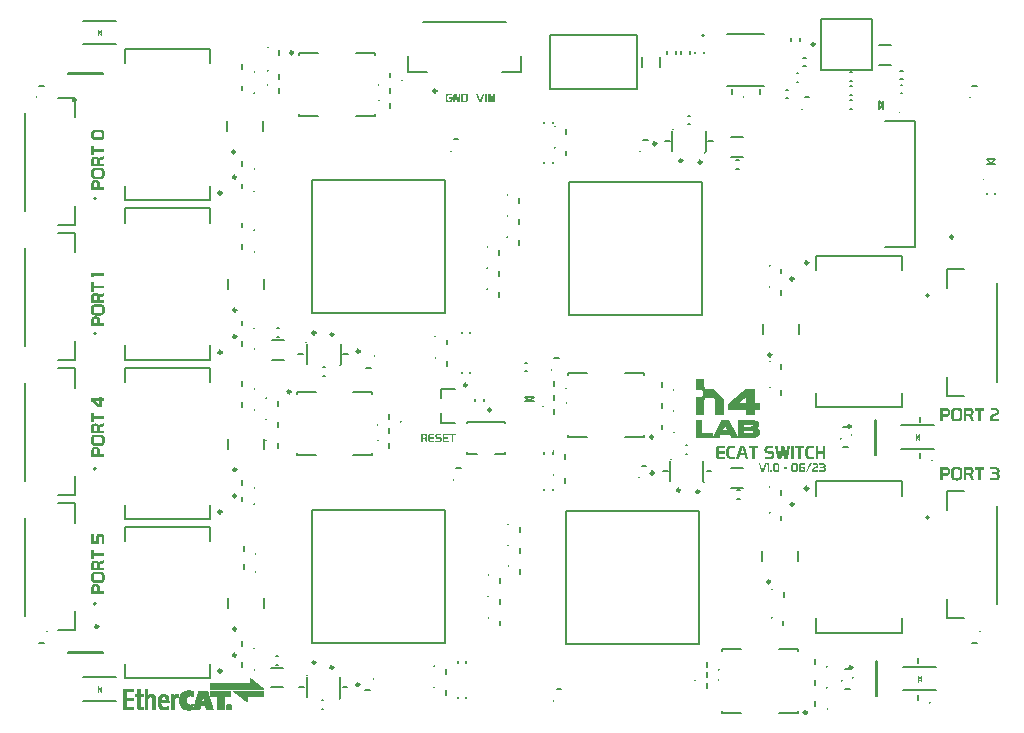
<source format=gto>
G04*
G04 #@! TF.GenerationSoftware,Altium Limited,Altium Designer,23.9.2 (47)*
G04*
G04 Layer_Color=65535*
%FSLAX25Y25*%
%MOIN*%
G70*
G04*
G04 #@! TF.SameCoordinates,282F133A-872F-418E-B260-DD41B2CE053A*
G04*
G04*
G04 #@! TF.FilePolarity,Positive*
G04*
G01*
G75*
%ADD10C,0.00984*%
%ADD11C,0.00600*%
%ADD12C,0.01000*%
%ADD13C,0.00700*%
%ADD14C,0.00394*%
%ADD15C,0.00787*%
%ADD16C,0.00500*%
%ADD17C,0.00030*%
%ADD18C,0.00050*%
%ADD19C,0.00591*%
%ADD20C,0.00492*%
%ADD21C,0.00669*%
%ADD22R,0.00591X0.00295*%
%ADD23R,0.00886X0.00295*%
G36*
X151357Y208385D02*
X151365Y208382D01*
X151377Y208367D01*
X151383Y208353D01*
Y208350D01*
Y208347D01*
Y205972D01*
Y205943D01*
X151377Y205913D01*
X151374Y205887D01*
X151368Y205860D01*
X151363Y205839D01*
X151357Y205824D01*
X151354Y205813D01*
X151351Y205810D01*
X151324Y205754D01*
X151309Y205727D01*
X151295Y205707D01*
X151283Y205689D01*
X151271Y205674D01*
X151265Y205665D01*
X151262Y205662D01*
X151221Y205618D01*
X151200Y205597D01*
X151180Y205583D01*
X151162Y205571D01*
X151147Y205562D01*
X151138Y205556D01*
X151135Y205553D01*
X151109Y205538D01*
X151079Y205529D01*
X151053Y205521D01*
X151029Y205518D01*
X151008Y205515D01*
X150991Y205512D01*
X150607D01*
X150572Y205515D01*
X150540Y205524D01*
X150525Y205529D01*
X150513Y205533D01*
X150507Y205535D01*
X150504D01*
X150466Y205556D01*
X150433Y205580D01*
X150418Y205589D01*
X150410Y205597D01*
X150404Y205600D01*
X150401Y205603D01*
X150368Y205636D01*
X150342Y205668D01*
X150333Y205680D01*
X150324Y205689D01*
X150321Y205695D01*
X150318Y205698D01*
X150295Y205736D01*
X150280Y205771D01*
X150274Y205786D01*
X150268Y205798D01*
X150265Y205804D01*
Y205807D01*
X149725Y207801D01*
X149719Y207813D01*
X149714Y207822D01*
X149705Y207834D01*
X149693Y207836D01*
X149681D01*
X149672Y207831D01*
X149663Y207819D01*
X149660Y207807D01*
Y207804D01*
Y207801D01*
Y205550D01*
X149657Y205538D01*
X149654Y205529D01*
X149643Y205518D01*
X149628Y205512D01*
X149120D01*
X149106Y205515D01*
X149097Y205518D01*
X149085Y205533D01*
X149079Y205544D01*
Y205547D01*
Y205550D01*
Y207798D01*
Y207854D01*
X149082Y207907D01*
X149088Y207951D01*
X149094Y207990D01*
X149097Y208022D01*
X149103Y208046D01*
X149106Y208061D01*
Y208067D01*
X149118Y208108D01*
X149132Y208143D01*
X149150Y208173D01*
X149165Y208199D01*
X149179Y208220D01*
X149191Y208238D01*
X149200Y208246D01*
X149203Y208249D01*
X149230Y208273D01*
X149259Y208297D01*
X149292Y208314D01*
X149321Y208329D01*
X149345Y208338D01*
X149368Y208347D01*
X149380Y208353D01*
X149386D01*
X149430Y208365D01*
X149480Y208373D01*
X149528Y208379D01*
X149572Y208385D01*
X149613D01*
X149643Y208388D01*
X149719D01*
X149761Y208385D01*
X149799Y208379D01*
X149837Y208376D01*
X149870Y208370D01*
X149899Y208362D01*
X149926Y208356D01*
X149950Y208347D01*
X149970Y208338D01*
X149988Y208332D01*
X150017Y208317D01*
X150032Y208308D01*
X150038Y208306D01*
X150079Y208273D01*
X150112Y208238D01*
X150138Y208202D01*
X150159Y208167D01*
X150177Y208134D01*
X150186Y208111D01*
X150191Y208093D01*
X150194Y208090D01*
Y208087D01*
X150731Y206105D01*
X150737Y206090D01*
X150743Y206081D01*
X150758Y206069D01*
X150767Y206064D01*
X150773D01*
X150781Y206066D01*
X150787Y206069D01*
X150796Y206084D01*
X150799Y206099D01*
Y206102D01*
Y206105D01*
Y208347D01*
X150802Y208362D01*
X150805Y208370D01*
X150820Y208382D01*
X150835Y208388D01*
X151342D01*
X151357Y208385D01*
D02*
G37*
G36*
X153203D02*
X153277Y208373D01*
X153345Y208362D01*
X153401Y208344D01*
X153428Y208335D01*
X153448Y208329D01*
X153469Y208320D01*
X153484Y208314D01*
X153495Y208308D01*
X153504Y208302D01*
X153510Y208300D01*
X153513D01*
X153572Y208264D01*
X153628Y208226D01*
X153675Y208188D01*
X153714Y208152D01*
X153746Y208120D01*
X153770Y208093D01*
X153781Y208075D01*
X153787Y208072D01*
Y208069D01*
X153826Y208016D01*
X153858Y207960D01*
X153885Y207907D01*
X153908Y207857D01*
X153926Y207813D01*
X153932Y207795D01*
X153938Y207777D01*
X153941Y207766D01*
X153944Y207757D01*
X153947Y207751D01*
Y207748D01*
X153964Y207680D01*
X153976Y207615D01*
X153985Y207553D01*
X153991Y207500D01*
X153994Y207453D01*
X153997Y207432D01*
Y207417D01*
Y207403D01*
Y207394D01*
Y207388D01*
Y207385D01*
Y206420D01*
X153994Y206361D01*
X153988Y206305D01*
X153982Y206252D01*
X153973Y206202D01*
X153962Y206161D01*
X153956Y206128D01*
X153953Y206117D01*
X153950Y206108D01*
X153947Y206105D01*
Y206102D01*
X153926Y206043D01*
X153900Y205987D01*
X153873Y205937D01*
X153849Y205892D01*
X153826Y205857D01*
X153805Y205830D01*
X153793Y205813D01*
X153787Y205810D01*
Y205807D01*
X153746Y205760D01*
X153699Y205718D01*
X153655Y205680D01*
X153613Y205650D01*
X153575Y205624D01*
X153543Y205606D01*
X153531Y205600D01*
X153525Y205594D01*
X153519Y205592D01*
X153516D01*
X153454Y205565D01*
X153386Y205544D01*
X153321Y205533D01*
X153259Y205521D01*
X153206Y205515D01*
X153183D01*
X153162Y205512D01*
X151752D01*
X151737Y205515D01*
X151728Y205518D01*
X151716Y205533D01*
X151711Y205544D01*
Y205547D01*
Y205550D01*
Y208347D01*
X151714Y208362D01*
X151716Y208370D01*
X151731Y208382D01*
X151746Y208388D01*
X153121D01*
X153203Y208385D01*
D02*
G37*
G36*
X148554D02*
X148566Y208382D01*
X148575Y208367D01*
X148581Y208353D01*
Y208350D01*
Y208347D01*
Y207904D01*
X148578Y207892D01*
X148575Y207884D01*
X148563Y207872D01*
X148548Y207866D01*
X147300D01*
X147286Y207860D01*
X147259Y207851D01*
X147247Y207845D01*
X147238Y207839D01*
X147232Y207836D01*
X147230Y207834D01*
X147194Y207810D01*
X147168Y207783D01*
X147156Y207774D01*
X147147Y207766D01*
X147141Y207760D01*
X147138Y207757D01*
X147109Y207724D01*
X147088Y207692D01*
X147079Y207680D01*
X147073Y207671D01*
X147067Y207665D01*
Y207662D01*
X147050Y207627D01*
X147041Y207600D01*
X147038Y207583D01*
Y207580D01*
Y207577D01*
Y206530D01*
X147041Y206450D01*
X147053Y206379D01*
X147070Y206320D01*
X147088Y206267D01*
X147106Y206229D01*
X147123Y206196D01*
X147129Y206187D01*
X147135Y206178D01*
X147138Y206176D01*
Y206173D01*
X147159Y206149D01*
X147179Y206128D01*
X147221Y206093D01*
X147265Y206069D01*
X147303Y206055D01*
X147339Y206043D01*
X147368Y206040D01*
X147380Y206037D01*
X147885D01*
X147938Y206040D01*
X147958Y206046D01*
X147979Y206052D01*
X147994Y206055D01*
X148008Y206061D01*
X148014Y206064D01*
X148017D01*
X148058Y206087D01*
X148088Y206108D01*
X148100Y206117D01*
X148109Y206125D01*
X148112Y206128D01*
X148115Y206131D01*
X148138Y206161D01*
X148156Y206190D01*
X148162Y206202D01*
X148168Y206208D01*
X148171Y206214D01*
Y206217D01*
X148182Y206249D01*
X148185Y206276D01*
X148188Y206294D01*
Y206296D01*
Y206299D01*
Y206674D01*
X148185Y206689D01*
X148182Y206698D01*
X148168Y206710D01*
X148153Y206715D01*
X147495D01*
X147480Y206718D01*
X147471Y206721D01*
X147460Y206736D01*
X147454Y206748D01*
Y206751D01*
Y206754D01*
Y207196D01*
X147457Y207208D01*
X147460Y207220D01*
X147474Y207229D01*
X147489Y207235D01*
X148743D01*
X148755Y207232D01*
X148767Y207229D01*
X148775Y207217D01*
X148781Y207202D01*
Y207199D01*
Y207196D01*
Y206294D01*
X148778Y206255D01*
X148775Y206217D01*
X148769Y206178D01*
X148761Y206143D01*
X148752Y206111D01*
X148746Y206087D01*
X148743Y206069D01*
X148740Y206066D01*
Y206064D01*
X148722Y206013D01*
X148702Y205966D01*
X148678Y205925D01*
X148654Y205887D01*
X148634Y205854D01*
X148616Y205827D01*
X148604Y205813D01*
X148601Y205807D01*
X148563Y205763D01*
X148522Y205724D01*
X148477Y205689D01*
X148436Y205656D01*
X148401Y205633D01*
X148371Y205612D01*
X148359Y205606D01*
X148351Y205600D01*
X148348Y205597D01*
X148345D01*
X148283Y205568D01*
X148218Y205547D01*
X148153Y205533D01*
X148091Y205524D01*
X148035Y205518D01*
X148011Y205515D01*
X147991Y205512D01*
X147253D01*
X147182Y205515D01*
X147117Y205527D01*
X147061Y205538D01*
X147011Y205556D01*
X146970Y205571D01*
X146938Y205586D01*
X146926Y205589D01*
X146917Y205594D01*
X146914Y205597D01*
X146911D01*
X146858Y205633D01*
X146811Y205668D01*
X146766Y205707D01*
X146731Y205742D01*
X146702Y205771D01*
X146678Y205798D01*
X146666Y205813D01*
X146660Y205819D01*
X146625Y205872D01*
X146595Y205922D01*
X146569Y205972D01*
X146545Y206019D01*
X146530Y206058D01*
X146516Y206090D01*
X146513Y206102D01*
X146510Y206111D01*
X146507Y206114D01*
Y206117D01*
X146489Y206178D01*
X146477Y206235D01*
X146466Y206288D01*
X146460Y206338D01*
X146457Y206376D01*
X146454Y206406D01*
Y206417D01*
Y206426D01*
Y206429D01*
Y206432D01*
Y207574D01*
X146457Y207624D01*
X146463Y207671D01*
X146471Y207718D01*
X146483Y207760D01*
X146495Y207795D01*
X146504Y207825D01*
X146510Y207842D01*
X146513Y207845D01*
Y207848D01*
X146536Y207901D01*
X146563Y207951D01*
X146589Y207996D01*
X146616Y208034D01*
X146637Y208067D01*
X146654Y208093D01*
X146669Y208108D01*
X146672Y208114D01*
X146710Y208158D01*
X146752Y208196D01*
X146790Y208229D01*
X146825Y208258D01*
X146858Y208282D01*
X146881Y208297D01*
X146899Y208308D01*
X146905Y208311D01*
X146955Y208338D01*
X147005Y208356D01*
X147053Y208370D01*
X147097Y208379D01*
X147135Y208385D01*
X147162Y208388D01*
X148542D01*
X148554Y208385D01*
D02*
G37*
G36*
X149747Y94999D02*
X149759Y94996D01*
X149768Y94982D01*
X149774Y94967D01*
Y94964D01*
Y94961D01*
Y94518D01*
X149771Y94507D01*
X149768Y94498D01*
X149756Y94486D01*
X149741Y94480D01*
X149080D01*
X149066Y94477D01*
X149057Y94474D01*
X149045Y94459D01*
X149039Y94445D01*
Y94442D01*
Y94439D01*
Y92164D01*
X149036Y92153D01*
X149033Y92144D01*
X149021Y92132D01*
X149007Y92126D01*
X148499D01*
X148485Y92129D01*
X148476Y92132D01*
X148464Y92147D01*
X148458Y92158D01*
Y92161D01*
Y92164D01*
Y94439D01*
X148455Y94454D01*
X148452Y94462D01*
X148440Y94474D01*
X148425Y94480D01*
X147765D01*
X147750Y94483D01*
X147741Y94486D01*
X147729Y94501D01*
X147723Y94512D01*
Y94516D01*
Y94518D01*
Y94961D01*
X147726Y94976D01*
X147729Y94985D01*
X147744Y94996D01*
X147759Y95002D01*
X149735D01*
X149747Y94999D01*
D02*
G37*
G36*
X147449D02*
X147461Y94996D01*
X147470Y94990D01*
X147476Y94982D01*
X147482Y94967D01*
Y94964D01*
Y94961D01*
Y94518D01*
X147478Y94507D01*
X147476Y94498D01*
X147464Y94486D01*
X147449Y94480D01*
X146116D01*
X146101Y94477D01*
X146092Y94474D01*
X146080Y94459D01*
X146074Y94442D01*
Y94439D01*
Y94436D01*
Y93890D01*
X146077Y93875D01*
X146080Y93866D01*
X146095Y93855D01*
X146110Y93849D01*
X147346D01*
X147361Y93846D01*
X147369Y93843D01*
X147381Y93831D01*
X147387Y93816D01*
Y93813D01*
Y93810D01*
Y93347D01*
X147384Y93335D01*
X147381Y93327D01*
X147366Y93315D01*
X147352Y93309D01*
X146116D01*
X146101Y93306D01*
X146092Y93303D01*
X146080Y93288D01*
X146074Y93274D01*
Y93271D01*
Y93268D01*
Y92686D01*
X146077Y92672D01*
X146080Y92663D01*
X146095Y92651D01*
X146110Y92645D01*
X147443D01*
X147455Y92642D01*
X147467Y92639D01*
X147476Y92628D01*
X147482Y92613D01*
Y92610D01*
Y92607D01*
Y92164D01*
X147478Y92153D01*
X147476Y92144D01*
X147464Y92132D01*
X147449Y92126D01*
X145891D01*
X145865Y92129D01*
X145838Y92132D01*
X145812Y92138D01*
X145791Y92144D01*
X145771Y92150D01*
X145756Y92155D01*
X145747Y92161D01*
X145744D01*
X145694Y92194D01*
X145673Y92209D01*
X145655Y92223D01*
X145638Y92238D01*
X145626Y92250D01*
X145620Y92256D01*
X145617Y92259D01*
X145579Y92306D01*
X145549Y92350D01*
X145540Y92368D01*
X145531Y92383D01*
X145529Y92392D01*
X145526Y92394D01*
X145514Y92421D01*
X145508Y92450D01*
X145502Y92474D01*
X145496Y92498D01*
Y92515D01*
X145493Y92533D01*
Y92542D01*
Y92545D01*
Y94389D01*
X145496Y94439D01*
X145499Y94486D01*
X145517Y94572D01*
X145529Y94613D01*
X145540Y94648D01*
X145552Y94681D01*
X145567Y94713D01*
X145582Y94740D01*
X145594Y94763D01*
X145605Y94784D01*
X145617Y94802D01*
X145626Y94813D01*
X145635Y94822D01*
X145638Y94828D01*
X145641Y94831D01*
X145670Y94861D01*
X145703Y94887D01*
X145735Y94911D01*
X145771Y94931D01*
X145806Y94946D01*
X145844Y94961D01*
X145912Y94982D01*
X145944Y94987D01*
X145974Y94993D01*
X146001Y94996D01*
X146024Y94999D01*
X146045Y95002D01*
X147431D01*
X147449Y94999D01*
D02*
G37*
G36*
X145006D02*
X145015Y94996D01*
X145027Y94982D01*
X145033Y94967D01*
Y94964D01*
Y94961D01*
Y94518D01*
X145030Y94507D01*
X145027Y94498D01*
X145012Y94486D01*
X144998Y94480D01*
X143832D01*
X143812Y94477D01*
X143794Y94471D01*
X143759Y94456D01*
X143747Y94445D01*
X143738Y94439D01*
X143732Y94433D01*
X143729Y94430D01*
X143700Y94394D01*
X143679Y94365D01*
X143673Y94353D01*
X143667Y94344D01*
X143664Y94339D01*
Y94336D01*
X143652Y94306D01*
X143643Y94279D01*
X143638Y94259D01*
Y94256D01*
Y94253D01*
X143635Y94223D01*
Y94200D01*
Y94179D01*
Y94176D01*
Y94173D01*
X143638Y94126D01*
X143641Y94085D01*
Y94067D01*
X143643Y94052D01*
Y94043D01*
Y94041D01*
X143649Y94017D01*
X143655Y93993D01*
X143664Y93973D01*
X143676Y93955D01*
X143685Y93943D01*
X143691Y93931D01*
X143697Y93925D01*
X143700Y93923D01*
X143717Y93908D01*
X143738Y93896D01*
X143776Y93878D01*
X143794Y93875D01*
X143809Y93872D01*
X143818Y93869D01*
X143821D01*
X143883Y93863D01*
X143912D01*
X143939Y93861D01*
X144490D01*
X144537Y93855D01*
X144579Y93849D01*
X144620Y93843D01*
X144652Y93837D01*
X144679Y93831D01*
X144697Y93828D01*
X144703Y93825D01*
X144753Y93810D01*
X144800Y93793D01*
X144841Y93772D01*
X144880Y93748D01*
X144912Y93731D01*
X144936Y93713D01*
X144950Y93701D01*
X144956Y93698D01*
X145003Y93654D01*
X145021Y93630D01*
X145039Y93607D01*
X145051Y93589D01*
X145060Y93574D01*
X145065Y93563D01*
X145068Y93560D01*
X145101Y93501D01*
X145113Y93471D01*
X145124Y93445D01*
X145133Y93421D01*
X145139Y93403D01*
X145145Y93392D01*
Y93389D01*
X145166Y93321D01*
X145175Y93288D01*
X145180Y93259D01*
X145183Y93232D01*
X145186Y93214D01*
X145189Y93203D01*
Y93197D01*
X145195Y93123D01*
X145198Y93091D01*
X145201Y93061D01*
Y93037D01*
Y93020D01*
Y93005D01*
Y93002D01*
Y92970D01*
Y92943D01*
Y92925D01*
Y92923D01*
Y92919D01*
Y92893D01*
X145198Y92872D01*
X145195Y92858D01*
X145192Y92855D01*
Y92852D01*
X145183Y92784D01*
X145172Y92722D01*
X145157Y92663D01*
X145139Y92610D01*
X145118Y92560D01*
X145098Y92512D01*
X145074Y92471D01*
X145051Y92433D01*
X145030Y92400D01*
X145009Y92371D01*
X144989Y92344D01*
X144971Y92324D01*
X144956Y92309D01*
X144945Y92297D01*
X144939Y92291D01*
X144936Y92288D01*
X144909Y92268D01*
X144880Y92247D01*
X144853Y92229D01*
X144826Y92212D01*
X144803Y92200D01*
X144785Y92188D01*
X144773Y92182D01*
X144767Y92179D01*
X144732Y92161D01*
X144697Y92150D01*
X144667Y92138D01*
X144638Y92132D01*
X144614Y92129D01*
X144596Y92126D01*
X143121D01*
X143110Y92129D01*
X143101Y92132D01*
X143089Y92147D01*
X143083Y92158D01*
Y92161D01*
Y92164D01*
Y92607D01*
X143086Y92619D01*
X143089Y92630D01*
X143104Y92639D01*
X143115Y92645D01*
X144413D01*
X144437Y92648D01*
X144458Y92654D01*
X144490Y92675D01*
X144502Y92686D01*
X144511Y92695D01*
X144517Y92701D01*
X144520Y92704D01*
X144549Y92746D01*
X144567Y92781D01*
X144573Y92793D01*
X144579Y92801D01*
X144582Y92807D01*
Y92810D01*
X144593Y92843D01*
X144602Y92869D01*
X144605Y92887D01*
Y92890D01*
Y92893D01*
X144608Y92923D01*
X144611Y92952D01*
Y92964D01*
Y92970D01*
Y92976D01*
Y92979D01*
Y93029D01*
X144608Y93049D01*
Y93070D01*
X144605Y93088D01*
Y93102D01*
X144602Y93111D01*
Y93114D01*
X144599Y93141D01*
X144590Y93164D01*
X144582Y93185D01*
X144573Y93206D01*
X144564Y93220D01*
X144555Y93232D01*
X144549Y93238D01*
X144546Y93241D01*
X144532Y93256D01*
X144511Y93271D01*
X144475Y93288D01*
X144458Y93294D01*
X144443Y93300D01*
X144434Y93303D01*
X144431D01*
X144372Y93315D01*
X144343Y93318D01*
X144316D01*
X144292Y93321D01*
X143806D01*
X143759Y93324D01*
X143711Y93327D01*
X143664Y93332D01*
X143623Y93338D01*
X143588Y93344D01*
X143561Y93347D01*
X143543Y93353D01*
X143537D01*
X143484Y93368D01*
X143437Y93386D01*
X143393Y93406D01*
X143354Y93427D01*
X143322Y93448D01*
X143298Y93462D01*
X143284Y93474D01*
X143278Y93477D01*
X143230Y93521D01*
X143213Y93545D01*
X143195Y93566D01*
X143180Y93583D01*
X143172Y93598D01*
X143166Y93607D01*
X143163Y93610D01*
X143133Y93669D01*
X143121Y93698D01*
X143110Y93725D01*
X143101Y93745D01*
X143095Y93763D01*
X143089Y93775D01*
Y93778D01*
X143068Y93846D01*
X143062Y93878D01*
X143056Y93905D01*
X143051Y93928D01*
X143048Y93949D01*
X143045Y93961D01*
Y93964D01*
X143036Y94032D01*
X143033Y94064D01*
Y94094D01*
X143030Y94117D01*
Y94135D01*
Y94147D01*
Y94150D01*
Y94179D01*
Y94203D01*
Y94221D01*
Y94223D01*
Y94226D01*
X143033Y94253D01*
X143036Y94276D01*
X143039Y94294D01*
Y94297D01*
Y94300D01*
X143048Y94365D01*
X143056Y94424D01*
X143071Y94480D01*
X143092Y94530D01*
X143110Y94580D01*
X143133Y94625D01*
X143157Y94663D01*
X143177Y94701D01*
X143201Y94734D01*
X143225Y94760D01*
X143242Y94784D01*
X143263Y94805D01*
X143278Y94819D01*
X143289Y94831D01*
X143295Y94837D01*
X143298Y94840D01*
X143325Y94861D01*
X143354Y94881D01*
X143381Y94899D01*
X143407Y94917D01*
X143431Y94928D01*
X143449Y94940D01*
X143464Y94946D01*
X143466Y94949D01*
X143505Y94967D01*
X143540Y94979D01*
X143573Y94990D01*
X143602Y94996D01*
X143629Y94999D01*
X143647Y95002D01*
X144992D01*
X145006Y94999D01*
D02*
G37*
G36*
X142691D02*
X142702Y94996D01*
X142711Y94990D01*
X142717Y94982D01*
X142723Y94967D01*
Y94964D01*
Y94961D01*
Y94518D01*
X142720Y94507D01*
X142717Y94498D01*
X142705Y94486D01*
X142691Y94480D01*
X141357D01*
X141342Y94477D01*
X141334Y94474D01*
X141322Y94459D01*
X141316Y94442D01*
Y94439D01*
Y94436D01*
Y93890D01*
X141319Y93875D01*
X141322Y93866D01*
X141337Y93855D01*
X141351Y93849D01*
X142587D01*
X142602Y93846D01*
X142611Y93843D01*
X142623Y93831D01*
X142629Y93816D01*
Y93813D01*
Y93810D01*
Y93347D01*
X142626Y93335D01*
X142623Y93327D01*
X142608Y93315D01*
X142593Y93309D01*
X141357D01*
X141342Y93306D01*
X141334Y93303D01*
X141322Y93288D01*
X141316Y93274D01*
Y93271D01*
Y93268D01*
Y92686D01*
X141319Y92672D01*
X141322Y92663D01*
X141337Y92651D01*
X141351Y92645D01*
X142685D01*
X142697Y92642D01*
X142708Y92639D01*
X142717Y92628D01*
X142723Y92613D01*
Y92610D01*
Y92607D01*
Y92164D01*
X142720Y92153D01*
X142717Y92144D01*
X142705Y92132D01*
X142691Y92126D01*
X141133D01*
X141106Y92129D01*
X141080Y92132D01*
X141053Y92138D01*
X141033Y92144D01*
X141012Y92150D01*
X140997Y92155D01*
X140989Y92161D01*
X140986D01*
X140935Y92194D01*
X140915Y92209D01*
X140897Y92223D01*
X140879Y92238D01*
X140868Y92250D01*
X140862Y92256D01*
X140859Y92259D01*
X140820Y92306D01*
X140791Y92350D01*
X140782Y92368D01*
X140773Y92383D01*
X140770Y92392D01*
X140767Y92394D01*
X140755Y92421D01*
X140750Y92450D01*
X140744Y92474D01*
X140738Y92498D01*
Y92515D01*
X140735Y92533D01*
Y92542D01*
Y92545D01*
Y94389D01*
X140738Y94439D01*
X140741Y94486D01*
X140758Y94572D01*
X140770Y94613D01*
X140782Y94648D01*
X140794Y94681D01*
X140809Y94713D01*
X140823Y94740D01*
X140835Y94763D01*
X140847Y94784D01*
X140859Y94802D01*
X140868Y94813D01*
X140876Y94822D01*
X140879Y94828D01*
X140882Y94831D01*
X140912Y94861D01*
X140944Y94887D01*
X140977Y94911D01*
X141012Y94931D01*
X141048Y94946D01*
X141086Y94961D01*
X141154Y94982D01*
X141186Y94987D01*
X141216Y94993D01*
X141242Y94996D01*
X141266Y94999D01*
X141287Y95002D01*
X142673D01*
X142691Y94999D01*
D02*
G37*
G36*
X139761D02*
X139803Y94996D01*
X139838Y94987D01*
X139871Y94982D01*
X139900Y94973D01*
X139921Y94964D01*
X139932Y94961D01*
X139938Y94958D01*
X139980Y94937D01*
X140018Y94917D01*
X140053Y94890D01*
X140086Y94864D01*
X140115Y94843D01*
X140136Y94822D01*
X140148Y94810D01*
X140154Y94805D01*
X140186Y94766D01*
X140213Y94725D01*
X140239Y94681D01*
X140260Y94636D01*
X140278Y94589D01*
X140292Y94542D01*
X140316Y94451D01*
X140325Y94406D01*
X140334Y94365D01*
X140337Y94330D01*
X140340Y94297D01*
X140342Y94271D01*
X140345Y94253D01*
Y94238D01*
Y94235D01*
Y94144D01*
Y94079D01*
X140342Y94020D01*
X140337Y93964D01*
X140334Y93914D01*
X140325Y93869D01*
X140319Y93825D01*
X140310Y93787D01*
X140304Y93754D01*
X140295Y93725D01*
X140286Y93698D01*
X140280Y93678D01*
X140275Y93660D01*
X140269Y93648D01*
X140263Y93639D01*
X140260Y93633D01*
Y93630D01*
X140219Y93572D01*
X140198Y93548D01*
X140180Y93524D01*
X140165Y93507D01*
X140154Y93492D01*
X140148Y93483D01*
X140145Y93480D01*
X140121Y93456D01*
X140095Y93433D01*
X140068Y93412D01*
X140042Y93395D01*
X140015Y93380D01*
X139997Y93368D01*
X139986Y93362D01*
X139980Y93359D01*
X139974Y93353D01*
X139971Y93350D01*
Y93347D01*
X139965Y93335D01*
Y93332D01*
Y93330D01*
X139968Y93318D01*
Y93315D01*
Y93312D01*
X140000Y93268D01*
X140027Y93226D01*
X140050Y93191D01*
X140068Y93161D01*
X140080Y93135D01*
X140092Y93117D01*
X140095Y93102D01*
X140098Y93099D01*
X140124Y93035D01*
X140136Y93002D01*
X140148Y92973D01*
X140157Y92949D01*
X140163Y92931D01*
X140168Y92919D01*
Y92914D01*
X140390Y92238D01*
X140399Y92215D01*
X140407Y92197D01*
X140416Y92185D01*
X140419Y92179D01*
X140434Y92161D01*
X140440Y92153D01*
X140443Y92147D01*
Y92144D01*
X140440Y92135D01*
X140431Y92129D01*
X140419Y92126D01*
X139865D01*
X139856Y92129D01*
X139847Y92132D01*
X139829Y92147D01*
X139817Y92161D01*
X139812Y92164D01*
Y92167D01*
X139794Y92197D01*
X139785Y92217D01*
X139779Y92232D01*
X139776Y92238D01*
X139528Y92940D01*
X139516Y92979D01*
X139502Y93014D01*
X139484Y93046D01*
X139466Y93073D01*
X139449Y93097D01*
X139431Y93117D01*
X139410Y93135D01*
X139393Y93150D01*
X139354Y93167D01*
X139325Y93182D01*
X139316Y93185D01*
X139307Y93188D01*
X138809D01*
X138794Y93185D01*
X138785Y93182D01*
X138773Y93167D01*
X138767Y93153D01*
Y93150D01*
Y93147D01*
Y92164D01*
X138764Y92153D01*
X138761Y92144D01*
X138750Y92132D01*
X138735Y92126D01*
X138227D01*
X138213Y92129D01*
X138204Y92132D01*
X138192Y92147D01*
X138186Y92158D01*
Y92161D01*
Y92164D01*
Y94961D01*
X138189Y94976D01*
X138192Y94985D01*
X138207Y94996D01*
X138221Y95002D01*
X139720D01*
X139761Y94999D01*
D02*
G37*
G36*
X260224Y83785D02*
X260233Y83782D01*
X260245Y83767D01*
X260251Y83753D01*
Y83750D01*
Y83747D01*
Y83313D01*
X260248Y83298D01*
X260245Y83289D01*
X260230Y83278D01*
X260216Y83272D01*
X259224D01*
X259210Y83275D01*
X259201Y83278D01*
X259189Y83292D01*
X259183Y83307D01*
Y83310D01*
Y83313D01*
Y83750D01*
X259186Y83761D01*
X259189Y83773D01*
X259204Y83782D01*
X259219Y83788D01*
X260210D01*
X260224Y83785D01*
D02*
G37*
G36*
X253454Y85157D02*
X253466Y85148D01*
X253469Y85136D01*
Y85133D01*
X252655Y82520D01*
X252634Y82466D01*
X252607Y82422D01*
X252578Y82390D01*
X252549Y82363D01*
X252522Y82342D01*
X252498Y82331D01*
X252484Y82325D01*
X252481Y82322D01*
X252478D01*
X252425Y82310D01*
X252369Y82301D01*
X252310Y82292D01*
X252256Y82289D01*
X252206Y82286D01*
X252186Y82284D01*
X252130D01*
X252047Y82286D01*
X251976Y82289D01*
X251914Y82295D01*
X251864Y82304D01*
X251823Y82310D01*
X251793Y82316D01*
X251784Y82319D01*
X251776D01*
X251773Y82322D01*
X251770D01*
X251726Y82342D01*
X251687Y82369D01*
X251655Y82402D01*
X251631Y82437D01*
X251613Y82469D01*
X251599Y82496D01*
X251593Y82514D01*
X251590Y82516D01*
Y82520D01*
X250784Y85133D01*
X250790Y85148D01*
X250799Y85157D01*
X250808Y85160D01*
X251339D01*
X251351Y85157D01*
X251363Y85154D01*
X251377Y85142D01*
X251386Y85127D01*
X251389Y85124D01*
Y85121D01*
X252080Y82876D01*
X252088Y82850D01*
X252094Y82829D01*
X252100Y82820D01*
Y82817D01*
X252109Y82809D01*
X252118Y82806D01*
X252127Y82803D01*
X252130D01*
X252136Y82806D01*
X252144Y82815D01*
X252150Y82826D01*
X252159Y82841D01*
X252165Y82853D01*
X252171Y82865D01*
X252174Y82873D01*
Y82876D01*
X252864Y85118D01*
X252870Y85133D01*
X252876Y85142D01*
X252894Y85154D01*
X252908Y85160D01*
X253448D01*
X253454Y85157D01*
D02*
G37*
G36*
X272263D02*
X272343Y85151D01*
X272417Y85139D01*
X272485Y85127D01*
X272547Y85110D01*
X272606Y85092D01*
X272659Y85074D01*
X272706Y85053D01*
X272747Y85033D01*
X272783Y85015D01*
X272812Y84997D01*
X272839Y84980D01*
X272859Y84968D01*
X272871Y84956D01*
X272880Y84950D01*
X272883Y84947D01*
X272924Y84906D01*
X272963Y84862D01*
X272995Y84817D01*
X273022Y84770D01*
X273045Y84720D01*
X273066Y84673D01*
X273080Y84626D01*
X273095Y84582D01*
X273104Y84537D01*
X273113Y84499D01*
X273119Y84464D01*
X273122Y84434D01*
Y84408D01*
X273125Y84387D01*
Y84375D01*
Y84372D01*
Y84310D01*
X273119Y84257D01*
X273116Y84207D01*
X273110Y84163D01*
X273104Y84127D01*
X273101Y84101D01*
X273095Y84086D01*
Y84080D01*
X273080Y84036D01*
X273063Y83997D01*
X273039Y83962D01*
X273016Y83930D01*
X272995Y83906D01*
X272974Y83885D01*
X272963Y83873D01*
X272957Y83871D01*
X272936Y83856D01*
X272912Y83841D01*
X272892Y83832D01*
X272886Y83829D01*
X272883D01*
X272868Y83823D01*
X272856Y83817D01*
X272848Y83812D01*
X272842Y83809D01*
X272836Y83803D01*
Y83800D01*
X272839Y83794D01*
X272845Y83788D01*
X272859Y83773D01*
X272877Y83758D01*
X272880Y83755D01*
X272883Y83753D01*
X272915Y83729D01*
X272939Y83708D01*
X272954Y83694D01*
X272957Y83688D01*
X272995Y83637D01*
X273027Y83587D01*
X273051Y83540D01*
X273072Y83496D01*
X273087Y83458D01*
X273095Y83428D01*
X273098Y83416D01*
Y83407D01*
X273101Y83404D01*
Y83402D01*
X273113Y83342D01*
X273122Y83281D01*
X273128Y83222D01*
X273134Y83166D01*
Y83118D01*
X273137Y83098D01*
Y83080D01*
Y83065D01*
Y83053D01*
Y83047D01*
Y83045D01*
X273134Y82991D01*
X273131Y82938D01*
X273122Y82891D01*
X273113Y82850D01*
X273104Y82811D01*
X273098Y82785D01*
X273092Y82767D01*
X273089Y82764D01*
Y82761D01*
X273069Y82711D01*
X273048Y82664D01*
X273025Y82623D01*
X273004Y82587D01*
X272983Y82558D01*
X272966Y82534D01*
X272954Y82522D01*
X272951Y82516D01*
X272915Y82478D01*
X272880Y82446D01*
X272845Y82416D01*
X272809Y82393D01*
X272780Y82372D01*
X272756Y82357D01*
X272741Y82348D01*
X272738Y82345D01*
X272735D01*
X272685Y82325D01*
X272638Y82310D01*
X272588Y82298D01*
X272544Y82292D01*
X272505Y82286D01*
X272473Y82284D01*
X271060D01*
X271045Y82286D01*
X271036Y82289D01*
X271024Y82304D01*
X271019Y82316D01*
Y82319D01*
Y82322D01*
Y82744D01*
X271022Y82758D01*
X271024Y82767D01*
X271039Y82779D01*
X271054Y82785D01*
X272207D01*
X272255Y82791D01*
X272275Y82794D01*
X272293Y82800D01*
X272308Y82806D01*
X272320Y82809D01*
X272325Y82815D01*
X272328D01*
X272370Y82841D01*
X272402Y82871D01*
X272414Y82882D01*
X272423Y82891D01*
X272429Y82897D01*
X272432Y82900D01*
X272464Y82941D01*
X272488Y82977D01*
X272494Y82991D01*
X272499Y83003D01*
X272505Y83009D01*
Y83012D01*
X272520Y83056D01*
X272529Y83095D01*
X272532Y83109D01*
Y83121D01*
Y83130D01*
Y83133D01*
X272529Y83177D01*
X272526Y83222D01*
X272523Y83239D01*
X272520Y83254D01*
X272517Y83263D01*
Y83266D01*
X272511Y83295D01*
X272502Y83322D01*
X272491Y83346D01*
X272482Y83366D01*
X272470Y83384D01*
X272464Y83399D01*
X272458Y83407D01*
X272455Y83410D01*
X272434Y83434D01*
X272414Y83458D01*
X272390Y83475D01*
X272367Y83493D01*
X272346Y83505D01*
X272328Y83514D01*
X272317Y83520D01*
X272313Y83522D01*
X272275Y83537D01*
X272234Y83549D01*
X272193Y83558D01*
X272151Y83564D01*
X272116Y83567D01*
X272086Y83570D01*
X271370D01*
X271355Y83573D01*
X271346Y83576D01*
X271334Y83590D01*
X271328Y83605D01*
Y83608D01*
Y83611D01*
Y84030D01*
X271331Y84045D01*
X271334Y84053D01*
X271349Y84065D01*
X271364Y84071D01*
X272228D01*
X272266Y84074D01*
X272296Y84086D01*
X272311Y84089D01*
X272320Y84095D01*
X272325Y84098D01*
X272328D01*
X272364Y84121D01*
X272393Y84145D01*
X272405Y84154D01*
X272414Y84163D01*
X272417Y84166D01*
X272420Y84168D01*
X272446Y84204D01*
X272467Y84233D01*
X272476Y84248D01*
X272482Y84257D01*
X272485Y84263D01*
Y84266D01*
X272499Y84304D01*
X272505Y84340D01*
X272508Y84351D01*
Y84363D01*
Y84369D01*
Y84372D01*
X272505Y84413D01*
X272497Y84446D01*
X272494Y84461D01*
X272488Y84469D01*
X272485Y84475D01*
Y84478D01*
X272464Y84514D01*
X272443Y84543D01*
X272434Y84555D01*
X272426Y84564D01*
X272423Y84567D01*
X272420Y84570D01*
X272387Y84596D01*
X272358Y84614D01*
X272346Y84623D01*
X272337Y84629D01*
X272331Y84632D01*
X272328D01*
X272293Y84646D01*
X272260Y84655D01*
X272246Y84658D01*
X271060D01*
X271045Y84661D01*
X271036Y84664D01*
X271024Y84679D01*
X271019Y84691D01*
Y84694D01*
Y84697D01*
Y85118D01*
X271022Y85133D01*
X271024Y85142D01*
X271039Y85154D01*
X271054Y85160D01*
X272178D01*
X272263Y85157D01*
D02*
G37*
G36*
X269989D02*
X270060Y85148D01*
X270122Y85136D01*
X270175Y85121D01*
X270216Y85107D01*
X270234Y85101D01*
X270249Y85095D01*
X270260Y85089D01*
X270269Y85086D01*
X270272Y85083D01*
X270275D01*
X270331Y85053D01*
X270378Y85021D01*
X270423Y84989D01*
X270458Y84956D01*
X270487Y84930D01*
X270508Y84909D01*
X270523Y84894D01*
X270526Y84888D01*
X270561Y84844D01*
X270588Y84800D01*
X270614Y84759D01*
X270632Y84717D01*
X270650Y84685D01*
X270659Y84658D01*
X270665Y84641D01*
X270668Y84638D01*
Y84635D01*
X270682Y84584D01*
X270694Y84534D01*
X270703Y84490D01*
X270709Y84452D01*
X270712Y84419D01*
X270715Y84393D01*
Y84378D01*
Y84372D01*
Y84295D01*
X270709Y84228D01*
X270706Y84166D01*
X270700Y84115D01*
X270694Y84074D01*
X270688Y84045D01*
X270685Y84036D01*
Y84027D01*
X270682Y84024D01*
Y84021D01*
X270668Y83974D01*
X270650Y83930D01*
X270632Y83891D01*
X270611Y83859D01*
X270594Y83832D01*
X270582Y83812D01*
X270570Y83797D01*
X270567Y83794D01*
X270535Y83761D01*
X270499Y83732D01*
X270461Y83702D01*
X270426Y83679D01*
X270396Y83661D01*
X270370Y83646D01*
X270352Y83637D01*
X270349Y83635D01*
X270346D01*
X270290Y83611D01*
X270231Y83584D01*
X270172Y83561D01*
X270116Y83540D01*
X270066Y83520D01*
X270042Y83514D01*
X270024Y83505D01*
X270010Y83502D01*
X269998Y83496D01*
X269992Y83493D01*
X269989D01*
X269942Y83478D01*
X269900Y83460D01*
X269859Y83449D01*
X269824Y83437D01*
X269794Y83428D01*
X269771Y83419D01*
X269756Y83416D01*
X269750Y83413D01*
X269709Y83402D01*
X269670Y83387D01*
X269635Y83375D01*
X269605Y83363D01*
X269582Y83354D01*
X269564Y83346D01*
X269552Y83342D01*
X269549Y83340D01*
X269520Y83325D01*
X269490Y83310D01*
X269467Y83295D01*
X269449Y83281D01*
X269431Y83269D01*
X269420Y83260D01*
X269414Y83254D01*
X269411Y83251D01*
X269393Y83233D01*
X269381Y83213D01*
X269370Y83192D01*
X269363Y83174D01*
X269361Y83157D01*
X269358Y83145D01*
Y83136D01*
Y83133D01*
Y82823D01*
X269361Y82811D01*
X269363Y82803D01*
X269378Y82791D01*
X269393Y82785D01*
X270623D01*
X270635Y82782D01*
X270647Y82779D01*
X270656Y82764D01*
X270661Y82750D01*
Y82747D01*
Y82744D01*
Y82322D01*
X270659Y82310D01*
X270656Y82301D01*
X270644Y82289D01*
X270629Y82284D01*
X268774D01*
X268759Y82286D01*
X268750Y82289D01*
X268738Y82304D01*
X268732Y82316D01*
Y82319D01*
Y82322D01*
Y83053D01*
X268735Y83109D01*
X268738Y83163D01*
X268744Y83210D01*
X268750Y83248D01*
X268756Y83278D01*
X268759Y83301D01*
X268765Y83316D01*
Y83322D01*
X268776Y83363D01*
X268791Y83399D01*
X268806Y83431D01*
X268818Y83458D01*
X268830Y83481D01*
X268839Y83496D01*
X268844Y83508D01*
X268847Y83511D01*
X268868Y83540D01*
X268889Y83567D01*
X268909Y83587D01*
X268927Y83608D01*
X268945Y83626D01*
X268956Y83637D01*
X268965Y83643D01*
X268968Y83646D01*
X269021Y83688D01*
X269045Y83702D01*
X269066Y83720D01*
X269083Y83732D01*
X269098Y83741D01*
X269107Y83747D01*
X269110Y83750D01*
X269136Y83764D01*
X269166Y83782D01*
X269193Y83794D01*
X269222Y83806D01*
X269246Y83815D01*
X269263Y83823D01*
X269275Y83826D01*
X269281Y83829D01*
X269361Y83856D01*
X269399Y83868D01*
X269434Y83879D01*
X269461Y83888D01*
X269484Y83894D01*
X269499Y83900D01*
X269505D01*
X269591Y83927D01*
X269632Y83938D01*
X269667Y83950D01*
X269697Y83959D01*
X269721Y83968D01*
X269735Y83971D01*
X269741Y83974D01*
X269785Y83989D01*
X269824Y84006D01*
X269859Y84021D01*
X269892Y84036D01*
X269918Y84051D01*
X269936Y84059D01*
X269951Y84065D01*
X269953Y84068D01*
X269986Y84089D01*
X270018Y84113D01*
X270045Y84133D01*
X270066Y84154D01*
X270083Y84168D01*
X270095Y84183D01*
X270104Y84192D01*
X270107Y84195D01*
X270128Y84225D01*
X270142Y84254D01*
X270154Y84284D01*
X270160Y84310D01*
X270166Y84337D01*
X270169Y84354D01*
Y84366D01*
Y84372D01*
X270166Y84399D01*
X270163Y84425D01*
X270160Y84434D01*
Y84443D01*
X270157Y84449D01*
Y84452D01*
X270148Y84487D01*
X270133Y84517D01*
X270128Y84528D01*
X270125Y84537D01*
X270119Y84543D01*
Y84546D01*
X270095Y84579D01*
X270069Y84605D01*
X270057Y84614D01*
X270048Y84620D01*
X270042Y84626D01*
X270039D01*
X270018Y84638D01*
X269998Y84644D01*
X269956Y84655D01*
X269939D01*
X269924Y84658D01*
X268856D01*
X268844Y84661D01*
X268835Y84664D01*
X268824Y84679D01*
X268818Y84691D01*
Y84694D01*
Y84697D01*
Y85118D01*
X268821Y85133D01*
X268824Y85142D01*
X268839Y85154D01*
X268850Y85160D01*
X269912D01*
X269989Y85157D01*
D02*
G37*
G36*
X268546D02*
X268555Y85148D01*
X268561Y85136D01*
Y85133D01*
Y85130D01*
X268558Y85124D01*
X268555Y85118D01*
X268552Y85115D01*
X267027Y82325D01*
X267018Y82313D01*
X267009Y82304D01*
X267003Y82298D01*
X267001Y82295D01*
X266989Y82289D01*
X266974Y82286D01*
X266962Y82284D01*
X266499D01*
X266490Y82286D01*
X266478Y82295D01*
X266473Y82304D01*
Y82307D01*
X266476Y82310D01*
X266478Y82316D01*
X266481Y82322D01*
Y82325D01*
X268007Y85115D01*
X268015Y85127D01*
X268024Y85136D01*
X268027Y85142D01*
X268030Y85145D01*
X268045Y85154D01*
X268060Y85157D01*
X268072Y85160D01*
X268535D01*
X268546Y85157D01*
D02*
G37*
G36*
X266113D02*
X266124Y85154D01*
X266133Y85139D01*
X266139Y85124D01*
Y85121D01*
Y85118D01*
Y84697D01*
X266136Y84685D01*
X266133Y84676D01*
X266122Y84664D01*
X266107Y84658D01*
X265089D01*
X265042Y84655D01*
X265021Y84649D01*
X265003Y84646D01*
X264989Y84641D01*
X264977Y84635D01*
X264968Y84632D01*
X264965D01*
X264924Y84611D01*
X264891Y84590D01*
X264877Y84582D01*
X264868Y84573D01*
X264862Y84570D01*
X264859Y84567D01*
X264826Y84534D01*
X264803Y84502D01*
X264794Y84490D01*
X264788Y84478D01*
X264782Y84472D01*
Y84469D01*
X264768Y84431D01*
X264759Y84396D01*
Y84381D01*
X264756Y84369D01*
Y84363D01*
Y84360D01*
Y84027D01*
X264759Y84012D01*
X264768Y84003D01*
X264773Y84000D01*
X264776D01*
X264791Y84003D01*
X264806Y84006D01*
X264844Y84018D01*
X264859Y84024D01*
X264874Y84030D01*
X264882Y84036D01*
X264885D01*
X264915Y84048D01*
X264947Y84059D01*
X264977Y84065D01*
X265003Y84068D01*
X265030Y84071D01*
X265048Y84074D01*
X265679D01*
X265738Y84071D01*
X265791Y84068D01*
X265838Y84059D01*
X265877Y84051D01*
X265909Y84042D01*
X265933Y84036D01*
X265945Y84030D01*
X265950Y84027D01*
X265989Y84006D01*
X266027Y83983D01*
X266059Y83959D01*
X266086Y83933D01*
X266110Y83909D01*
X266124Y83891D01*
X266136Y83879D01*
X266139Y83873D01*
X266166Y83838D01*
X266192Y83800D01*
X266213Y83761D01*
X266231Y83726D01*
X266245Y83697D01*
X266257Y83673D01*
X266263Y83655D01*
X266266Y83652D01*
Y83649D01*
X266284Y83599D01*
X266296Y83552D01*
X266304Y83505D01*
X266310Y83464D01*
X266313Y83428D01*
X266316Y83402D01*
Y83384D01*
Y83381D01*
Y83378D01*
Y83109D01*
Y83071D01*
X266313Y83030D01*
X266310Y82989D01*
X266307Y82950D01*
X266304Y82915D01*
X266301Y82888D01*
X266299Y82871D01*
Y82868D01*
Y82865D01*
X266293Y82811D01*
X266281Y82761D01*
X266269Y82717D01*
X266257Y82676D01*
X266245Y82640D01*
X266236Y82617D01*
X266231Y82599D01*
X266228Y82596D01*
Y82593D01*
X266204Y82549D01*
X266178Y82505D01*
X266151Y82469D01*
X266122Y82437D01*
X266098Y82410D01*
X266077Y82393D01*
X266066Y82378D01*
X266059Y82375D01*
X266015Y82345D01*
X265965Y82322D01*
X265915Y82307D01*
X265865Y82295D01*
X265824Y82289D01*
X265788Y82286D01*
X265773Y82284D01*
X264700D01*
X264652Y82286D01*
X264611Y82295D01*
X264573Y82304D01*
X264540Y82319D01*
X264514Y82331D01*
X264496Y82340D01*
X264481Y82348D01*
X264478Y82351D01*
X264446Y82378D01*
X264413Y82404D01*
X264387Y82434D01*
X264366Y82460D01*
X264346Y82481D01*
X264334Y82502D01*
X264325Y82514D01*
X264322Y82516D01*
X264281Y82590D01*
X264266Y82623D01*
X264251Y82655D01*
X264242Y82682D01*
X264233Y82702D01*
X264230Y82714D01*
X264228Y82720D01*
X264216Y82758D01*
X264210Y82794D01*
X264204Y82823D01*
X264198Y82853D01*
Y82873D01*
X264195Y82888D01*
Y82900D01*
Y82903D01*
Y84319D01*
X264198Y84381D01*
X264204Y84443D01*
X264210Y84496D01*
X264219Y84543D01*
X264228Y84584D01*
X264236Y84614D01*
X264239Y84626D01*
Y84635D01*
X264242Y84638D01*
Y84641D01*
X264263Y84697D01*
X264287Y84747D01*
X264313Y84791D01*
X264340Y84832D01*
X264360Y84862D01*
X264381Y84885D01*
X264393Y84900D01*
X264399Y84906D01*
X264443Y84947D01*
X264487Y84983D01*
X264534Y85015D01*
X264579Y85042D01*
X264620Y85062D01*
X264649Y85077D01*
X264661Y85083D01*
X264670Y85086D01*
X264676Y85089D01*
X264679D01*
X264747Y85113D01*
X264818Y85130D01*
X264885Y85142D01*
X264953Y85151D01*
X264983Y85154D01*
X265009Y85157D01*
X265036D01*
X265057Y85160D01*
X266101D01*
X266113Y85157D01*
D02*
G37*
G36*
X263289D02*
X263316Y85154D01*
X263346Y85151D01*
X263375Y85148D01*
X263410Y85139D01*
X263484Y85121D01*
X263564Y85092D01*
X263602Y85074D01*
X263640Y85053D01*
X263676Y85030D01*
X263711Y85000D01*
X263714Y84997D01*
X263720Y84995D01*
X263729Y84983D01*
X263738Y84971D01*
X263753Y84953D01*
X263767Y84935D01*
X263782Y84912D01*
X263800Y84882D01*
X263818Y84853D01*
X263832Y84817D01*
X263847Y84779D01*
X263862Y84738D01*
X263871Y84694D01*
X263879Y84646D01*
X263885Y84596D01*
X263888Y84540D01*
Y83047D01*
Y83045D01*
Y83039D01*
Y83027D01*
Y83012D01*
Y82994D01*
X263885Y82974D01*
X263882Y82924D01*
X263877Y82868D01*
X263868Y82806D01*
X263856Y82747D01*
X263841Y82688D01*
Y82685D01*
X263838Y82682D01*
X263832Y82664D01*
X263824Y82638D01*
X263809Y82605D01*
X263791Y82567D01*
X263767Y82528D01*
X263741Y82487D01*
X263711Y82452D01*
X263708Y82449D01*
X263697Y82437D01*
X263679Y82422D01*
X263655Y82402D01*
X263626Y82381D01*
X263590Y82360D01*
X263552Y82340D01*
X263508Y82322D01*
X263502Y82319D01*
X263487Y82316D01*
X263461Y82310D01*
X263428Y82304D01*
X263390Y82295D01*
X263343Y82289D01*
X263293Y82286D01*
X263239Y82284D01*
X262402D01*
X262366Y82286D01*
X262322Y82289D01*
X262272Y82292D01*
X262219Y82301D01*
X262165Y82310D01*
X262112Y82322D01*
X262107Y82325D01*
X262092Y82331D01*
X262065Y82340D01*
X262036Y82354D01*
X262000Y82372D01*
X261962Y82396D01*
X261924Y82422D01*
X261888Y82452D01*
X261885Y82455D01*
X261874Y82469D01*
X261856Y82487D01*
X261838Y82516D01*
X261814Y82549D01*
X261794Y82590D01*
X261770Y82638D01*
X261753Y82688D01*
Y82691D01*
X261750Y82693D01*
Y82702D01*
X261747Y82714D01*
X261744Y82729D01*
X261741Y82747D01*
X261732Y82788D01*
X261723Y82841D01*
X261717Y82903D01*
X261714Y82971D01*
X261711Y83047D01*
Y83266D01*
Y84540D01*
Y84543D01*
Y84555D01*
Y84570D01*
X261714Y84590D01*
X261717Y84614D01*
X261720Y84644D01*
X261726Y84676D01*
X261732Y84711D01*
X261753Y84785D01*
X261767Y84823D01*
X261782Y84862D01*
X261803Y84900D01*
X261823Y84935D01*
X261850Y84968D01*
X261879Y85000D01*
X261882Y85003D01*
X261888Y85006D01*
X261897Y85015D01*
X261912Y85024D01*
X261930Y85039D01*
X261950Y85051D01*
X261974Y85065D01*
X262003Y85080D01*
X262036Y85095D01*
X262071Y85110D01*
X262109Y85124D01*
X262151Y85136D01*
X262195Y85145D01*
X262245Y85154D01*
X262295Y85157D01*
X262351Y85160D01*
X263272D01*
X263289Y85157D01*
D02*
G37*
G36*
X257130D02*
X257156Y85154D01*
X257186Y85151D01*
X257215Y85148D01*
X257251Y85139D01*
X257325Y85121D01*
X257404Y85092D01*
X257443Y85074D01*
X257481Y85053D01*
X257516Y85030D01*
X257552Y85000D01*
X257555Y84997D01*
X257561Y84995D01*
X257570Y84983D01*
X257578Y84971D01*
X257593Y84953D01*
X257608Y84935D01*
X257623Y84912D01*
X257640Y84882D01*
X257658Y84853D01*
X257673Y84817D01*
X257687Y84779D01*
X257702Y84738D01*
X257711Y84694D01*
X257720Y84646D01*
X257726Y84596D01*
X257729Y84540D01*
Y83047D01*
Y83045D01*
Y83039D01*
Y83027D01*
Y83012D01*
Y82994D01*
X257726Y82974D01*
X257723Y82924D01*
X257717Y82868D01*
X257708Y82806D01*
X257696Y82747D01*
X257682Y82688D01*
Y82685D01*
X257679Y82682D01*
X257673Y82664D01*
X257664Y82638D01*
X257649Y82605D01*
X257631Y82567D01*
X257608Y82528D01*
X257581Y82487D01*
X257552Y82452D01*
X257549Y82449D01*
X257537Y82437D01*
X257519Y82422D01*
X257496Y82402D01*
X257466Y82381D01*
X257431Y82360D01*
X257393Y82340D01*
X257348Y82322D01*
X257342Y82319D01*
X257328Y82316D01*
X257301Y82310D01*
X257269Y82304D01*
X257230Y82295D01*
X257183Y82289D01*
X257133Y82286D01*
X257080Y82284D01*
X256242D01*
X256207Y82286D01*
X256162Y82289D01*
X256112Y82292D01*
X256059Y82301D01*
X256006Y82310D01*
X255953Y82322D01*
X255947Y82325D01*
X255932Y82331D01*
X255906Y82340D01*
X255876Y82354D01*
X255841Y82372D01*
X255802Y82396D01*
X255764Y82422D01*
X255729Y82452D01*
X255726Y82455D01*
X255714Y82469D01*
X255696Y82487D01*
X255679Y82516D01*
X255655Y82549D01*
X255634Y82590D01*
X255611Y82638D01*
X255593Y82688D01*
Y82691D01*
X255590Y82693D01*
Y82702D01*
X255587Y82714D01*
X255584Y82729D01*
X255581Y82747D01*
X255572Y82788D01*
X255563Y82841D01*
X255557Y82903D01*
X255555Y82971D01*
X255552Y83047D01*
Y83266D01*
Y84540D01*
Y84543D01*
Y84555D01*
Y84570D01*
X255555Y84590D01*
X255557Y84614D01*
X255560Y84644D01*
X255566Y84676D01*
X255572Y84711D01*
X255593Y84785D01*
X255608Y84823D01*
X255622Y84862D01*
X255643Y84900D01*
X255664Y84935D01*
X255690Y84968D01*
X255720Y85000D01*
X255723Y85003D01*
X255729Y85006D01*
X255737Y85015D01*
X255752Y85024D01*
X255770Y85039D01*
X255791Y85051D01*
X255814Y85065D01*
X255844Y85080D01*
X255876Y85095D01*
X255911Y85110D01*
X255950Y85124D01*
X255991Y85136D01*
X256035Y85145D01*
X256086Y85154D01*
X256136Y85157D01*
X256192Y85160D01*
X257112D01*
X257130Y85157D01*
D02*
G37*
G36*
X255224Y82820D02*
X255233Y82817D01*
X255245Y82806D01*
X255251Y82791D01*
Y82788D01*
Y82785D01*
Y82322D01*
X255248Y82310D01*
X255245Y82301D01*
X255230Y82289D01*
X255215Y82284D01*
X254749D01*
X254734Y82286D01*
X254726Y82289D01*
X254714Y82304D01*
X254708Y82316D01*
Y82319D01*
Y82322D01*
Y82785D01*
X254711Y82797D01*
X254714Y82809D01*
X254729Y82817D01*
X254743Y82823D01*
X255209D01*
X255224Y82820D01*
D02*
G37*
G36*
X254259Y85157D02*
X254280Y85154D01*
X254301Y85148D01*
X254316Y85142D01*
X254327Y85133D01*
X254336Y85127D01*
X254339Y85124D01*
X254342Y85121D01*
X254357Y85107D01*
X254366Y85089D01*
X254378Y85051D01*
X254380Y85036D01*
X254383Y85021D01*
Y85012D01*
Y85009D01*
Y82322D01*
X254380Y82310D01*
X254378Y82301D01*
X254363Y82289D01*
X254348Y82284D01*
X253882D01*
X253867Y82286D01*
X253858Y82289D01*
X253847Y82304D01*
X253841Y82316D01*
Y82319D01*
Y82322D01*
Y84617D01*
X253838Y84632D01*
X253835Y84641D01*
X253823Y84652D01*
X253808Y84658D01*
X253693D01*
X253681Y84661D01*
X253673Y84664D01*
X253661Y84679D01*
X253655Y84691D01*
Y84694D01*
Y84697D01*
Y85118D01*
X253658Y85133D01*
X253661Y85142D01*
X253676Y85154D01*
X253687Y85160D01*
X254236D01*
X254259Y85157D01*
D02*
G37*
G36*
X162814Y208385D02*
X162823Y208382D01*
X162835Y208367D01*
X162841Y208353D01*
Y208350D01*
Y208347D01*
Y205972D01*
Y205943D01*
X162835Y205913D01*
X162832Y205887D01*
X162826Y205860D01*
X162820Y205839D01*
X162814Y205824D01*
X162811Y205813D01*
X162808Y205810D01*
X162782Y205754D01*
X162767Y205727D01*
X162752Y205707D01*
X162740Y205689D01*
X162729Y205674D01*
X162723Y205665D01*
X162720Y205662D01*
X162679Y205618D01*
X162658Y205597D01*
X162637Y205583D01*
X162619Y205571D01*
X162605Y205562D01*
X162596Y205556D01*
X162593Y205553D01*
X162566Y205538D01*
X162537Y205529D01*
X162510Y205521D01*
X162487Y205518D01*
X162466Y205515D01*
X162448Y205512D01*
X162065D01*
X162030Y205515D01*
X161997Y205524D01*
X161982Y205529D01*
X161970Y205533D01*
X161965Y205535D01*
X161962D01*
X161923Y205556D01*
X161891Y205580D01*
X161876Y205589D01*
X161867Y205597D01*
X161861Y205600D01*
X161858Y205603D01*
X161826Y205636D01*
X161799Y205668D01*
X161791Y205680D01*
X161782Y205689D01*
X161779Y205695D01*
X161776Y205698D01*
X161752Y205736D01*
X161737Y205771D01*
X161732Y205786D01*
X161726Y205798D01*
X161723Y205804D01*
Y205807D01*
X161183Y207801D01*
X161177Y207813D01*
X161171Y207822D01*
X161162Y207834D01*
X161150Y207836D01*
X161139D01*
X161130Y207831D01*
X161121Y207819D01*
X161118Y207807D01*
Y207804D01*
Y207801D01*
Y205550D01*
X161115Y205538D01*
X161112Y205529D01*
X161100Y205518D01*
X161085Y205512D01*
X160578D01*
X160563Y205515D01*
X160555Y205518D01*
X160543Y205533D01*
X160537Y205544D01*
Y205547D01*
Y205550D01*
Y207798D01*
Y207854D01*
X160540Y207907D01*
X160546Y207951D01*
X160552Y207990D01*
X160555Y208022D01*
X160560Y208046D01*
X160563Y208061D01*
Y208067D01*
X160575Y208108D01*
X160590Y208143D01*
X160608Y208173D01*
X160622Y208199D01*
X160637Y208220D01*
X160649Y208238D01*
X160658Y208246D01*
X160661Y208249D01*
X160687Y208273D01*
X160717Y208297D01*
X160749Y208314D01*
X160779Y208329D01*
X160802Y208338D01*
X160826Y208347D01*
X160838Y208353D01*
X160844D01*
X160888Y208365D01*
X160938Y208373D01*
X160985Y208379D01*
X161029Y208385D01*
X161071D01*
X161100Y208388D01*
X161177D01*
X161218Y208385D01*
X161257Y208379D01*
X161295Y208376D01*
X161327Y208370D01*
X161357Y208362D01*
X161383Y208356D01*
X161407Y208347D01*
X161428Y208338D01*
X161445Y208332D01*
X161475Y208317D01*
X161490Y208308D01*
X161495Y208306D01*
X161537Y208273D01*
X161569Y208238D01*
X161596Y208202D01*
X161617Y208167D01*
X161634Y208134D01*
X161643Y208111D01*
X161649Y208093D01*
X161652Y208090D01*
Y208087D01*
X162189Y206105D01*
X162195Y206090D01*
X162201Y206081D01*
X162215Y206069D01*
X162224Y206064D01*
X162230D01*
X162239Y206066D01*
X162245Y206069D01*
X162254Y206084D01*
X162257Y206099D01*
Y206102D01*
Y206105D01*
Y208347D01*
X162260Y208362D01*
X162262Y208370D01*
X162277Y208382D01*
X162292Y208388D01*
X162799D01*
X162814Y208385D01*
D02*
G37*
G36*
X159360D02*
X159371Y208376D01*
X159374Y208365D01*
Y208362D01*
X158560Y205748D01*
X158540Y205695D01*
X158513Y205650D01*
X158484Y205618D01*
X158454Y205592D01*
X158428Y205571D01*
X158404Y205559D01*
X158389Y205553D01*
X158386Y205550D01*
X158383D01*
X158330Y205538D01*
X158274Y205529D01*
X158215Y205521D01*
X158162Y205518D01*
X158112Y205515D01*
X158091Y205512D01*
X158035D01*
X157953Y205515D01*
X157882Y205518D01*
X157820Y205524D01*
X157770Y205533D01*
X157728Y205538D01*
X157699Y205544D01*
X157690Y205547D01*
X157681D01*
X157678Y205550D01*
X157675D01*
X157631Y205571D01*
X157593Y205597D01*
X157560Y205630D01*
X157537Y205665D01*
X157519Y205698D01*
X157504Y205724D01*
X157498Y205742D01*
X157495Y205745D01*
Y205748D01*
X156690Y208362D01*
X156696Y208376D01*
X156705Y208385D01*
X156714Y208388D01*
X157245D01*
X157256Y208385D01*
X157268Y208382D01*
X157283Y208370D01*
X157292Y208356D01*
X157295Y208353D01*
Y208350D01*
X157985Y206105D01*
X157994Y206078D01*
X158000Y206058D01*
X158006Y206049D01*
Y206046D01*
X158015Y206037D01*
X158023Y206034D01*
X158032Y206031D01*
X158035D01*
X158041Y206034D01*
X158050Y206043D01*
X158056Y206055D01*
X158065Y206069D01*
X158071Y206081D01*
X158077Y206093D01*
X158079Y206102D01*
Y206105D01*
X158770Y208347D01*
X158776Y208362D01*
X158782Y208370D01*
X158799Y208382D01*
X158814Y208388D01*
X159354D01*
X159360Y208385D01*
D02*
G37*
G36*
X160177D02*
X160189Y208382D01*
X160197Y208367D01*
X160203Y208353D01*
Y208350D01*
Y208347D01*
Y205550D01*
X160201Y205538D01*
X160197Y205529D01*
X160186Y205518D01*
X160171Y205512D01*
X159664D01*
X159649Y205515D01*
X159640Y205518D01*
X159628Y205533D01*
X159622Y205544D01*
Y205547D01*
Y205550D01*
Y208347D01*
X159625Y208362D01*
X159628Y208370D01*
X159643Y208382D01*
X159658Y208388D01*
X160165D01*
X160177Y208385D01*
D02*
G37*
G36*
X273035Y90919D02*
X273053Y90915D01*
X273066Y90893D01*
X273075Y90871D01*
Y90866D01*
Y90862D01*
Y86672D01*
X273070Y86654D01*
X273066Y86641D01*
X273048Y86623D01*
X273026Y86614D01*
X272266D01*
X272244Y86619D01*
X272231Y86623D01*
X272213Y86645D01*
X272204Y86663D01*
Y86667D01*
Y86672D01*
Y88325D01*
X272200Y88347D01*
X272195Y88360D01*
X272173Y88378D01*
X272151Y88387D01*
X270719D01*
X270697Y88382D01*
X270684Y88378D01*
X270666Y88356D01*
X270657Y88334D01*
Y88329D01*
Y88325D01*
Y86672D01*
X270653Y86654D01*
X270648Y86641D01*
X270631Y86623D01*
X270608Y86614D01*
X269848D01*
X269826Y86619D01*
X269813Y86623D01*
X269795Y86645D01*
X269786Y86663D01*
Y86667D01*
Y86672D01*
Y90862D01*
X269791Y90884D01*
X269795Y90897D01*
X269817Y90915D01*
X269839Y90924D01*
X270600D01*
X270617Y90919D01*
X270635Y90915D01*
X270648Y90893D01*
X270657Y90871D01*
Y90866D01*
Y90862D01*
Y89226D01*
X270661Y89209D01*
X270666Y89196D01*
X270688Y89178D01*
X270710Y89169D01*
X272142D01*
X272164Y89173D01*
X272178Y89178D01*
X272195Y89200D01*
X272204Y89218D01*
Y89222D01*
Y89226D01*
Y90862D01*
X272208Y90884D01*
X272213Y90897D01*
X272235Y90915D01*
X272257Y90924D01*
X273017D01*
X273035Y90919D01*
D02*
G37*
G36*
X261229Y90915D02*
X261247Y90902D01*
X261256Y90884D01*
Y90879D01*
Y90875D01*
X260721Y87021D01*
X260699Y86937D01*
X260668Y86866D01*
X260624Y86804D01*
X260579Y86756D01*
X260535Y86720D01*
X260500Y86694D01*
X260473Y86676D01*
X260469Y86672D01*
X260465D01*
X260372Y86650D01*
X260328Y86641D01*
X260292Y86636D01*
X260257Y86627D01*
X260235D01*
X260217Y86623D01*
X260213D01*
X260124Y86614D01*
X260080D01*
X260040Y86610D01*
X259961D01*
X259872Y86614D01*
X259784Y86619D01*
X259700Y86627D01*
X259629Y86636D01*
X259567Y86645D01*
X259519Y86650D01*
X259501Y86654D01*
X259488Y86658D01*
X259479D01*
X259399Y86698D01*
X259329Y86747D01*
X259271Y86795D01*
X259223Y86848D01*
X259187Y86893D01*
X259161Y86932D01*
X259147Y86959D01*
X259143Y86963D01*
Y86968D01*
X259116Y87211D01*
X259090Y87436D01*
X259068Y87644D01*
X259046Y87843D01*
X259028Y88020D01*
X259006Y88188D01*
X258993Y88334D01*
X258975Y88471D01*
X258962Y88586D01*
X258948Y88687D01*
X258940Y88775D01*
X258931Y88846D01*
X258926Y88904D01*
X258922Y88943D01*
X258917Y88966D01*
Y88974D01*
X258904Y89094D01*
X258891Y89200D01*
X258882Y89293D01*
X258873Y89372D01*
X258864Y89438D01*
X258856Y89496D01*
X258847Y89545D01*
X258842Y89580D01*
X258838Y89611D01*
X258834Y89633D01*
X258829Y89651D01*
Y89660D01*
X258825Y89673D01*
X258498Y87008D01*
X258484Y86954D01*
X258467Y86910D01*
X258444Y86870D01*
X258422Y86831D01*
X258396Y86800D01*
X258369Y86773D01*
X258321Y86734D01*
X258272Y86703D01*
X258232Y86685D01*
X258206Y86681D01*
X258202Y86676D01*
X258197D01*
X258109Y86658D01*
X258025Y86645D01*
X257941Y86632D01*
X257870Y86627D01*
X257808Y86623D01*
X257759Y86619D01*
X257715D01*
X257627Y86623D01*
X257539Y86627D01*
X257459Y86636D01*
X257384Y86650D01*
X257326Y86658D01*
X257278Y86667D01*
X257260Y86672D01*
X257247D01*
X257242Y86676D01*
X257238D01*
X257189Y86707D01*
X257145Y86734D01*
X257105Y86769D01*
X257070Y86800D01*
X257039Y86835D01*
X257013Y86870D01*
X256973Y86932D01*
X256942Y86994D01*
X256924Y87038D01*
X256920Y87056D01*
Y87069D01*
X256915Y87078D01*
Y87083D01*
X256376Y90857D01*
X256385Y90888D01*
X256398Y90910D01*
X256411Y90919D01*
X256420Y90924D01*
X257198D01*
X257216Y90919D01*
X257234Y90915D01*
X257247Y90897D01*
X257256Y90875D01*
Y90871D01*
Y90866D01*
X257658Y87808D01*
X257667Y87750D01*
X257676Y87697D01*
X257684Y87653D01*
X257689Y87617D01*
X257698Y87582D01*
X257702Y87556D01*
X257711Y87533D01*
X257715Y87516D01*
X257724Y87494D01*
X257729Y87480D01*
X257733Y87476D01*
X257737Y87480D01*
X257742Y87489D01*
X257751Y87503D01*
X257755Y87520D01*
X257764Y87564D01*
X257773Y87613D01*
X257782Y87662D01*
X257790Y87706D01*
Y87724D01*
X257795Y87737D01*
Y87746D01*
Y87750D01*
X258091Y90579D01*
X258144Y90658D01*
X258202Y90725D01*
X258268Y90782D01*
X258334Y90826D01*
X258391Y90857D01*
X258440Y90879D01*
X258458Y90888D01*
X258471Y90893D01*
X258480Y90897D01*
X258484D01*
X258520Y90906D01*
X258559Y90915D01*
X258652Y90919D01*
X258692Y90924D01*
X259050D01*
X259107Y90910D01*
X259165Y90893D01*
X259214Y90875D01*
X259258Y90853D01*
X259293Y90835D01*
X259320Y90822D01*
X259337Y90813D01*
X259342Y90809D01*
X259399Y90751D01*
X259443Y90698D01*
X259479Y90654D01*
X259501Y90619D01*
X259519Y90588D01*
X259527Y90561D01*
X259532Y90548D01*
Y90544D01*
X259886Y87803D01*
X259894Y87750D01*
X259899Y87706D01*
X259908Y87666D01*
X259912Y87631D01*
X259921Y87600D01*
X259925Y87578D01*
X259939Y87542D01*
X259947Y87520D01*
X259956Y87507D01*
X259961Y87503D01*
X259969Y87507D01*
X259974Y87516D01*
X259983Y87533D01*
X259987Y87560D01*
X260000Y87613D01*
X260014Y87679D01*
X260022Y87746D01*
X260031Y87803D01*
Y87825D01*
X260036Y87843D01*
Y87852D01*
Y87856D01*
X260381Y90866D01*
X260385Y90884D01*
X260394Y90902D01*
X260425Y90915D01*
X260456Y90924D01*
X261216D01*
X261229Y90915D01*
D02*
G37*
G36*
X269256Y90919D02*
X269269Y90915D01*
X269287Y90893D01*
X269296Y90871D01*
Y90866D01*
Y90862D01*
Y90199D01*
X269291Y90181D01*
X269287Y90168D01*
X269265Y90150D01*
X269243Y90141D01*
X267678D01*
X267594Y90119D01*
X267523Y90084D01*
X267466Y90044D01*
X267417Y90000D01*
X267377Y89964D01*
X267351Y89929D01*
X267333Y89907D01*
X267329Y89903D01*
Y89898D01*
X267289Y89819D01*
X267262Y89739D01*
X267240Y89651D01*
X267227Y89571D01*
X267218Y89500D01*
Y89469D01*
X267214Y89443D01*
Y89421D01*
Y89403D01*
Y89394D01*
Y89390D01*
Y87870D01*
X267223Y87794D01*
X267240Y87728D01*
X267262Y87671D01*
X267289Y87622D01*
X267311Y87582D01*
X267329Y87556D01*
X267342Y87538D01*
X267346Y87533D01*
X267395Y87494D01*
X267448Y87458D01*
X267506Y87436D01*
X267559Y87419D01*
X267603Y87405D01*
X267643Y87397D01*
X267669Y87392D01*
X269234D01*
X269256Y87388D01*
X269269Y87383D01*
X269287Y87366D01*
X269296Y87344D01*
Y87339D01*
Y87335D01*
Y86672D01*
X269291Y86654D01*
X269287Y86641D01*
X269265Y86623D01*
X269243Y86614D01*
X267629D01*
X267567Y86619D01*
X267514Y86623D01*
X267470Y86632D01*
X267430Y86636D01*
X267404Y86641D01*
X267382Y86645D01*
X267377D01*
X267329Y86658D01*
X267284Y86672D01*
X267240Y86681D01*
X267205Y86694D01*
X267179Y86703D01*
X267156Y86711D01*
X267143Y86720D01*
X267139D01*
X267055Y86756D01*
X266980Y86800D01*
X266909Y86844D01*
X266847Y86888D01*
X266798Y86928D01*
X266759Y86963D01*
X266737Y86985D01*
X266732Y86994D01*
X266728D01*
X266661Y87069D01*
X266604Y87145D01*
X266555Y87224D01*
X266515Y87295D01*
X266480Y87357D01*
X266458Y87405D01*
X266449Y87423D01*
X266440Y87436D01*
X266436Y87445D01*
Y87450D01*
X266414Y87507D01*
X266392Y87564D01*
X266387Y87587D01*
X266378Y87609D01*
X266374Y87622D01*
Y87626D01*
X266365Y87671D01*
X266356Y87715D01*
X266352Y87763D01*
X266348Y87803D01*
X266343Y87843D01*
Y87874D01*
Y87892D01*
Y87900D01*
Y89580D01*
X266348Y89677D01*
X266356Y89766D01*
X266365Y89850D01*
X266378Y89925D01*
X266392Y89982D01*
X266405Y90031D01*
X266409Y90048D01*
Y90062D01*
X266414Y90066D01*
Y90071D01*
X266431Y90119D01*
X266445Y90159D01*
X266462Y90199D01*
X266480Y90230D01*
X266493Y90256D01*
X266507Y90274D01*
X266511Y90287D01*
X266515Y90292D01*
X266560Y90358D01*
X266582Y90389D01*
X266604Y90415D01*
X266621Y90433D01*
X266630Y90451D01*
X266639Y90460D01*
X266644Y90464D01*
X266714Y90539D01*
X266790Y90610D01*
X266865Y90667D01*
X266935Y90711D01*
X266993Y90751D01*
X267041Y90778D01*
X267059Y90787D01*
X267072Y90795D01*
X267081Y90800D01*
X267086D01*
X267183Y90840D01*
X267284Y90871D01*
X267377Y90893D01*
X267461Y90910D01*
X267536Y90919D01*
X267567D01*
X267594Y90924D01*
X269234D01*
X269256Y90919D01*
D02*
G37*
G36*
X265976D02*
X265994Y90915D01*
X266007Y90893D01*
X266016Y90871D01*
Y90866D01*
Y90862D01*
Y90199D01*
X266012Y90181D01*
X266007Y90168D01*
X265989Y90150D01*
X265967Y90141D01*
X264977Y90141D01*
X264955Y90137D01*
X264942Y90132D01*
X264924Y90110D01*
X264915Y90088D01*
Y90084D01*
Y90079D01*
Y86672D01*
X264911Y86654D01*
X264907Y86641D01*
X264889Y86623D01*
X264867Y86614D01*
X264107D01*
X264085Y86619D01*
X264071Y86623D01*
X264054Y86645D01*
X264045Y86663D01*
Y86667D01*
Y86672D01*
Y90079D01*
X264040Y90101D01*
X264036Y90115D01*
X264018Y90132D01*
X263996Y90141D01*
X263006D01*
X262984Y90146D01*
X262971Y90150D01*
X262953Y90172D01*
X262944Y90190D01*
Y90194D01*
Y90199D01*
Y90862D01*
X262948Y90884D01*
X262953Y90897D01*
X262975Y90915D01*
X262997Y90924D01*
X265959Y90924D01*
X265976Y90919D01*
D02*
G37*
G36*
X262533Y90919D02*
X262551Y90915D01*
X262564Y90893D01*
X262573Y90871D01*
Y90866D01*
Y90862D01*
Y86672D01*
X262568Y86654D01*
X262564Y86641D01*
X262546Y86623D01*
X262524Y86614D01*
X261764D01*
X261742Y86619D01*
X261729Y86623D01*
X261711Y86645D01*
X261702Y86663D01*
Y86667D01*
Y86672D01*
Y90862D01*
X261706Y90884D01*
X261711Y90897D01*
X261733Y90915D01*
X261755Y90924D01*
X262515D01*
X262533Y90919D01*
D02*
G37*
G36*
X255695D02*
X255709Y90915D01*
X255726Y90893D01*
X255735Y90871D01*
Y90866D01*
Y90862D01*
Y90199D01*
X255731Y90181D01*
X255726Y90168D01*
X255704Y90150D01*
X255682Y90141D01*
X253936D01*
X253905Y90137D01*
X253879Y90128D01*
X253826Y90106D01*
X253808Y90088D01*
X253795Y90079D01*
X253786Y90071D01*
X253781Y90066D01*
X253737Y90013D01*
X253706Y89969D01*
X253697Y89951D01*
X253689Y89938D01*
X253684Y89929D01*
Y89925D01*
X253666Y89881D01*
X253653Y89841D01*
X253644Y89810D01*
Y89805D01*
Y89801D01*
X253640Y89757D01*
Y89721D01*
Y89691D01*
Y89686D01*
Y89682D01*
X253644Y89611D01*
X253649Y89549D01*
Y89522D01*
X253653Y89500D01*
Y89487D01*
Y89483D01*
X253662Y89447D01*
X253671Y89412D01*
X253684Y89381D01*
X253702Y89355D01*
X253715Y89337D01*
X253724Y89319D01*
X253733Y89310D01*
X253737Y89306D01*
X253764Y89284D01*
X253795Y89266D01*
X253852Y89240D01*
X253879Y89235D01*
X253901Y89231D01*
X253914Y89226D01*
X253919D01*
X254011Y89218D01*
X254056D01*
X254095Y89213D01*
X254922D01*
X254993Y89204D01*
X255054Y89196D01*
X255116Y89187D01*
X255165Y89178D01*
X255205Y89169D01*
X255231Y89165D01*
X255240Y89160D01*
X255315Y89138D01*
X255386Y89112D01*
X255448Y89081D01*
X255505Y89045D01*
X255554Y89019D01*
X255589Y88992D01*
X255611Y88974D01*
X255620Y88970D01*
X255691Y88904D01*
X255717Y88868D01*
X255744Y88833D01*
X255762Y88806D01*
X255775Y88784D01*
X255784Y88767D01*
X255788Y88762D01*
X255837Y88674D01*
X255854Y88630D01*
X255872Y88590D01*
X255885Y88555D01*
X255894Y88528D01*
X255903Y88510D01*
Y88506D01*
X255934Y88404D01*
X255947Y88356D01*
X255956Y88311D01*
X255960Y88272D01*
X255965Y88245D01*
X255969Y88227D01*
Y88219D01*
X255978Y88108D01*
X255983Y88060D01*
X255987Y88015D01*
Y87980D01*
Y87953D01*
Y87931D01*
Y87927D01*
Y87878D01*
Y87839D01*
Y87812D01*
Y87808D01*
Y87803D01*
Y87763D01*
X255983Y87732D01*
X255978Y87710D01*
X255974Y87706D01*
Y87701D01*
X255960Y87600D01*
X255943Y87507D01*
X255921Y87419D01*
X255894Y87339D01*
X255863Y87264D01*
X255832Y87193D01*
X255797Y87131D01*
X255762Y87074D01*
X255731Y87025D01*
X255700Y86981D01*
X255669Y86941D01*
X255642Y86910D01*
X255620Y86888D01*
X255603Y86870D01*
X255594Y86862D01*
X255589Y86857D01*
X255549Y86826D01*
X255505Y86795D01*
X255466Y86769D01*
X255426Y86742D01*
X255390Y86725D01*
X255364Y86707D01*
X255346Y86698D01*
X255337Y86694D01*
X255284Y86667D01*
X255231Y86650D01*
X255187Y86632D01*
X255143Y86623D01*
X255107Y86619D01*
X255081Y86614D01*
X252871D01*
X252853Y86619D01*
X252840Y86623D01*
X252822Y86645D01*
X252814Y86663D01*
Y86667D01*
Y86672D01*
Y87335D01*
X252818Y87352D01*
X252822Y87370D01*
X252844Y87383D01*
X252862Y87392D01*
X254807D01*
X254842Y87397D01*
X254873Y87405D01*
X254922Y87436D01*
X254940Y87454D01*
X254953Y87467D01*
X254962Y87476D01*
X254966Y87480D01*
X255010Y87542D01*
X255037Y87595D01*
X255046Y87613D01*
X255054Y87626D01*
X255059Y87635D01*
Y87640D01*
X255077Y87688D01*
X255090Y87728D01*
X255094Y87754D01*
Y87759D01*
Y87763D01*
X255099Y87808D01*
X255103Y87852D01*
Y87869D01*
Y87878D01*
Y87887D01*
Y87892D01*
Y87967D01*
X255099Y87998D01*
Y88029D01*
X255094Y88055D01*
Y88077D01*
X255090Y88090D01*
Y88095D01*
X255085Y88135D01*
X255072Y88170D01*
X255059Y88201D01*
X255046Y88232D01*
X255032Y88254D01*
X255019Y88272D01*
X255010Y88280D01*
X255006Y88285D01*
X254984Y88307D01*
X254953Y88329D01*
X254900Y88356D01*
X254873Y88364D01*
X254851Y88373D01*
X254838Y88378D01*
X254833D01*
X254745Y88395D01*
X254701Y88400D01*
X254661D01*
X254626Y88404D01*
X253896D01*
X253826Y88409D01*
X253755Y88413D01*
X253684Y88422D01*
X253622Y88431D01*
X253569Y88440D01*
X253530Y88444D01*
X253503Y88453D01*
X253494D01*
X253415Y88475D01*
X253344Y88502D01*
X253278Y88532D01*
X253220Y88563D01*
X253171Y88594D01*
X253136Y88616D01*
X253114Y88634D01*
X253105Y88639D01*
X253034Y88705D01*
X253008Y88740D01*
X252981Y88771D01*
X252959Y88798D01*
X252946Y88820D01*
X252937Y88833D01*
X252933Y88837D01*
X252889Y88926D01*
X252871Y88970D01*
X252853Y89010D01*
X252840Y89041D01*
X252831Y89067D01*
X252822Y89085D01*
Y89089D01*
X252791Y89191D01*
X252783Y89240D01*
X252774Y89279D01*
X252765Y89315D01*
X252760Y89346D01*
X252756Y89363D01*
Y89368D01*
X252743Y89469D01*
X252738Y89518D01*
Y89562D01*
X252734Y89598D01*
Y89624D01*
Y89642D01*
Y89646D01*
Y89691D01*
Y89726D01*
Y89752D01*
Y89757D01*
Y89761D01*
X252738Y89801D01*
X252743Y89836D01*
X252747Y89863D01*
Y89867D01*
Y89872D01*
X252760Y89969D01*
X252774Y90057D01*
X252796Y90141D01*
X252827Y90216D01*
X252853Y90292D01*
X252889Y90358D01*
X252924Y90415D01*
X252955Y90473D01*
X252990Y90522D01*
X253026Y90561D01*
X253052Y90597D01*
X253083Y90627D01*
X253105Y90650D01*
X253123Y90667D01*
X253132Y90676D01*
X253136Y90681D01*
X253176Y90711D01*
X253220Y90742D01*
X253260Y90769D01*
X253300Y90795D01*
X253335Y90813D01*
X253362Y90831D01*
X253384Y90840D01*
X253388Y90844D01*
X253446Y90871D01*
X253499Y90888D01*
X253547Y90906D01*
X253591Y90915D01*
X253631Y90919D01*
X253658Y90924D01*
X255673D01*
X255695Y90919D01*
D02*
G37*
G36*
X250670D02*
X250687Y90915D01*
X250701Y90893D01*
X250710Y90871D01*
Y90866D01*
Y90862D01*
Y90199D01*
X250705Y90181D01*
X250701Y90168D01*
X250683Y90150D01*
X250661Y90141D01*
X249671D01*
X249649Y90137D01*
X249636Y90132D01*
X249618Y90110D01*
X249609Y90088D01*
Y90084D01*
Y90079D01*
Y86672D01*
X249605Y86654D01*
X249600Y86641D01*
X249583Y86623D01*
X249560Y86614D01*
X248800D01*
X248778Y86619D01*
X248765Y86623D01*
X248747Y86645D01*
X248738Y86663D01*
Y86667D01*
Y86672D01*
Y90079D01*
X248734Y90101D01*
X248729Y90115D01*
X248712Y90132D01*
X248690Y90141D01*
X247699D01*
X247677Y90146D01*
X247664Y90150D01*
X247646Y90172D01*
X247638Y90190D01*
Y90194D01*
Y90199D01*
Y90862D01*
X247642Y90884D01*
X247646Y90897D01*
X247669Y90915D01*
X247691Y90924D01*
X250652D01*
X250670Y90919D01*
D02*
G37*
G36*
X245507D02*
X245613Y90915D01*
X245706Y90906D01*
X245781Y90893D01*
X245843Y90879D01*
X245887Y90871D01*
X245901Y90866D01*
X245914D01*
X245923Y90862D01*
X245989Y90831D01*
X246046Y90791D01*
X246095Y90742D01*
X246130Y90689D01*
X246157Y90645D01*
X246179Y90605D01*
X246188Y90575D01*
X246192Y90570D01*
Y90566D01*
X247399Y86650D01*
X247390Y86627D01*
X247377Y86619D01*
X247364Y86614D01*
X246568D01*
X246550Y86619D01*
X246533Y86623D01*
X246511Y86641D01*
X246497Y86658D01*
X246493Y86667D01*
X246170Y87706D01*
X246161Y87728D01*
X246152Y87741D01*
X246126Y87759D01*
X246104Y87768D01*
X244681D01*
X244663Y87763D01*
X244645Y87759D01*
X244623Y87737D01*
X244610Y87710D01*
X244605Y87706D01*
Y87701D01*
X244283Y86672D01*
X244274Y86654D01*
X244265Y86641D01*
X244239Y86623D01*
X244217Y86614D01*
X243408D01*
X243399Y86619D01*
X243381Y86632D01*
X243377Y86645D01*
Y86650D01*
X244597Y90566D01*
X244628Y90645D01*
X244667Y90711D01*
X244712Y90764D01*
X244756Y90800D01*
X244796Y90831D01*
X244831Y90848D01*
X244853Y90857D01*
X244862Y90862D01*
X244941Y90884D01*
X245025Y90897D01*
X245114Y90910D01*
X245198Y90915D01*
X245269Y90919D01*
X245304Y90924D01*
X245383D01*
X245507Y90919D01*
D02*
G37*
G36*
X242966D02*
X242979Y90915D01*
X242997Y90893D01*
X243005Y90871D01*
Y90866D01*
Y90862D01*
Y90199D01*
X243001Y90181D01*
X242997Y90168D01*
X242974Y90150D01*
X242952Y90141D01*
X241388D01*
X241304Y90119D01*
X241233Y90084D01*
X241176Y90044D01*
X241127Y90000D01*
X241087Y89964D01*
X241061Y89929D01*
X241043Y89907D01*
X241039Y89903D01*
Y89898D01*
X240999Y89819D01*
X240972Y89739D01*
X240950Y89651D01*
X240937Y89571D01*
X240928Y89500D01*
Y89469D01*
X240924Y89443D01*
Y89421D01*
Y89403D01*
Y89394D01*
Y89390D01*
Y87869D01*
X240932Y87794D01*
X240950Y87728D01*
X240972Y87671D01*
X240999Y87622D01*
X241021Y87582D01*
X241039Y87556D01*
X241052Y87538D01*
X241056Y87533D01*
X241105Y87494D01*
X241158Y87458D01*
X241215Y87436D01*
X241268Y87419D01*
X241313Y87405D01*
X241352Y87397D01*
X241379Y87392D01*
X242944D01*
X242966Y87388D01*
X242979Y87383D01*
X242997Y87366D01*
X243005Y87344D01*
Y87339D01*
Y87335D01*
Y86672D01*
X243001Y86654D01*
X242997Y86641D01*
X242974Y86623D01*
X242952Y86614D01*
X241339D01*
X241277Y86619D01*
X241224Y86623D01*
X241180Y86632D01*
X241140Y86636D01*
X241114Y86641D01*
X241092Y86645D01*
X241087D01*
X241039Y86658D01*
X240994Y86672D01*
X240950Y86681D01*
X240915Y86694D01*
X240888Y86703D01*
X240866Y86711D01*
X240853Y86720D01*
X240848D01*
X240765Y86756D01*
X240689Y86800D01*
X240619Y86844D01*
X240557Y86888D01*
X240508Y86928D01*
X240468Y86963D01*
X240446Y86985D01*
X240442Y86994D01*
X240438D01*
X240371Y87069D01*
X240314Y87145D01*
X240265Y87224D01*
X240225Y87295D01*
X240190Y87357D01*
X240168Y87405D01*
X240159Y87423D01*
X240150Y87436D01*
X240146Y87445D01*
Y87450D01*
X240124Y87507D01*
X240102Y87564D01*
X240097Y87587D01*
X240088Y87609D01*
X240084Y87622D01*
Y87626D01*
X240075Y87671D01*
X240066Y87715D01*
X240062Y87763D01*
X240057Y87803D01*
X240053Y87843D01*
Y87874D01*
Y87892D01*
Y87900D01*
Y89580D01*
X240057Y89677D01*
X240066Y89766D01*
X240075Y89850D01*
X240088Y89925D01*
X240102Y89982D01*
X240115Y90031D01*
X240119Y90048D01*
Y90062D01*
X240124Y90066D01*
Y90071D01*
X240141Y90119D01*
X240155Y90159D01*
X240172Y90199D01*
X240190Y90230D01*
X240203Y90256D01*
X240216Y90274D01*
X240221Y90287D01*
X240225Y90292D01*
X240269Y90358D01*
X240292Y90389D01*
X240314Y90415D01*
X240331Y90433D01*
X240340Y90451D01*
X240349Y90460D01*
X240353Y90464D01*
X240424Y90539D01*
X240499Y90610D01*
X240575Y90667D01*
X240645Y90711D01*
X240703Y90751D01*
X240751Y90778D01*
X240769Y90787D01*
X240782Y90795D01*
X240791Y90800D01*
X240795D01*
X240893Y90840D01*
X240994Y90871D01*
X241087Y90893D01*
X241171Y90910D01*
X241246Y90919D01*
X241277D01*
X241304Y90924D01*
X242944D01*
X242966Y90919D01*
D02*
G37*
G36*
X239545D02*
X239562Y90915D01*
X239576Y90906D01*
X239584Y90893D01*
X239593Y90871D01*
Y90866D01*
Y90862D01*
Y90199D01*
X239589Y90181D01*
X239584Y90168D01*
X239567Y90150D01*
X239545Y90141D01*
X237547D01*
X237525Y90137D01*
X237511Y90132D01*
X237494Y90110D01*
X237485Y90084D01*
Y90079D01*
Y90075D01*
Y89257D01*
X237489Y89235D01*
X237494Y89222D01*
X237516Y89204D01*
X237538Y89196D01*
X239390D01*
X239412Y89191D01*
X239425Y89187D01*
X239443Y89169D01*
X239452Y89147D01*
Y89142D01*
Y89138D01*
Y88444D01*
X239447Y88426D01*
X239443Y88413D01*
X239421Y88395D01*
X239399Y88387D01*
X237547D01*
X237525Y88382D01*
X237511Y88378D01*
X237494Y88356D01*
X237485Y88334D01*
Y88329D01*
Y88325D01*
Y87454D01*
X237489Y87432D01*
X237494Y87419D01*
X237516Y87401D01*
X237538Y87392D01*
X239536D01*
X239553Y87388D01*
X239571Y87383D01*
X239584Y87366D01*
X239593Y87344D01*
Y87339D01*
Y87335D01*
Y86672D01*
X239589Y86654D01*
X239584Y86641D01*
X239567Y86623D01*
X239545Y86614D01*
X237211D01*
X237171Y86619D01*
X237131Y86623D01*
X237091Y86632D01*
X237061Y86641D01*
X237030Y86650D01*
X237007Y86658D01*
X236994Y86667D01*
X236990D01*
X236915Y86716D01*
X236884Y86738D01*
X236857Y86760D01*
X236831Y86782D01*
X236813Y86800D01*
X236804Y86809D01*
X236800Y86813D01*
X236742Y86884D01*
X236698Y86950D01*
X236685Y86977D01*
X236672Y86999D01*
X236667Y87012D01*
X236663Y87016D01*
X236645Y87056D01*
X236636Y87100D01*
X236627Y87136D01*
X236619Y87171D01*
Y87198D01*
X236614Y87224D01*
Y87237D01*
Y87242D01*
Y90004D01*
X236619Y90079D01*
X236623Y90150D01*
X236649Y90278D01*
X236667Y90340D01*
X236685Y90393D01*
X236703Y90442D01*
X236725Y90491D01*
X236747Y90530D01*
X236764Y90566D01*
X236782Y90597D01*
X236800Y90623D01*
X236813Y90641D01*
X236826Y90654D01*
X236831Y90663D01*
X236835Y90667D01*
X236879Y90711D01*
X236928Y90751D01*
X236977Y90787D01*
X237030Y90818D01*
X237083Y90840D01*
X237140Y90862D01*
X237242Y90893D01*
X237290Y90902D01*
X237335Y90910D01*
X237374Y90915D01*
X237410Y90919D01*
X237441Y90924D01*
X239518D01*
X239545Y90919D01*
D02*
G37*
G36*
X31643Y196224D02*
X31718Y196219D01*
X31802Y196211D01*
X31895Y196197D01*
X31983Y196179D01*
X32072Y196157D01*
X32076D01*
X32081Y196153D01*
X32107Y196144D01*
X32147Y196131D01*
X32195Y196109D01*
X32253Y196082D01*
X32310Y196047D01*
X32372Y196007D01*
X32425Y195963D01*
X32430Y195958D01*
X32447Y195941D01*
X32469Y195914D01*
X32500Y195879D01*
X32531Y195835D01*
X32562Y195782D01*
X32593Y195724D01*
X32620Y195658D01*
X32624Y195649D01*
X32629Y195627D01*
X32637Y195587D01*
X32646Y195539D01*
X32660Y195481D01*
X32668Y195411D01*
X32673Y195335D01*
X32677Y195256D01*
Y194000D01*
X32673Y193948D01*
X32668Y193881D01*
X32664Y193806D01*
X32651Y193726D01*
X32637Y193647D01*
X32620Y193567D01*
X32615Y193559D01*
X32607Y193536D01*
X32593Y193497D01*
X32571Y193452D01*
X32545Y193399D01*
X32509Y193342D01*
X32469Y193284D01*
X32425Y193231D01*
X32421Y193227D01*
X32399Y193209D01*
X32372Y193183D01*
X32328Y193156D01*
X32279Y193121D01*
X32217Y193090D01*
X32147Y193055D01*
X32072Y193028D01*
X32067D01*
X32063Y193024D01*
X32050D01*
X32032Y193019D01*
X32010Y193015D01*
X31983Y193010D01*
X31921Y192997D01*
X31842Y192984D01*
X31749Y192975D01*
X31647Y192971D01*
X31532Y192966D01*
X31205D01*
X29296D01*
X29291D01*
X29274D01*
X29252D01*
X29221Y192971D01*
X29185Y192975D01*
X29141Y192980D01*
X29092Y192988D01*
X29039Y192997D01*
X28929Y193028D01*
X28872Y193050D01*
X28814Y193072D01*
X28757Y193103D01*
X28704Y193134D01*
X28655Y193174D01*
X28606Y193218D01*
X28602Y193223D01*
X28598Y193231D01*
X28584Y193245D01*
X28571Y193267D01*
X28549Y193293D01*
X28531Y193324D01*
X28509Y193360D01*
X28487Y193404D01*
X28465Y193452D01*
X28443Y193505D01*
X28421Y193563D01*
X28403Y193625D01*
X28390Y193691D01*
X28376Y193766D01*
X28372Y193841D01*
X28368Y193925D01*
Y195304D01*
X28372Y195331D01*
X28376Y195371D01*
X28381Y195415D01*
X28385Y195459D01*
X28399Y195512D01*
X28425Y195623D01*
X28469Y195742D01*
X28496Y195799D01*
X28527Y195857D01*
X28562Y195910D01*
X28606Y195963D01*
X28611Y195967D01*
X28615Y195976D01*
X28633Y195990D01*
X28651Y196003D01*
X28677Y196025D01*
X28704Y196047D01*
X28739Y196069D01*
X28783Y196096D01*
X28827Y196122D01*
X28880Y196144D01*
X28938Y196166D01*
X29000Y196188D01*
X29066Y196202D01*
X29137Y196215D01*
X29212Y196224D01*
X29296Y196228D01*
X31532D01*
X31537D01*
X31546D01*
X31563D01*
X31585D01*
X31612D01*
X31643Y196224D01*
D02*
G37*
G36*
X29110Y190911D02*
X29123Y190907D01*
X29141Y190889D01*
X29150Y190867D01*
Y189877D01*
X29154Y189855D01*
X29159Y189841D01*
X29181Y189824D01*
X29203Y189815D01*
X29208D01*
X29212D01*
X32620D01*
X32637Y189810D01*
X32651Y189806D01*
X32668Y189788D01*
X32677Y189766D01*
Y189006D01*
X32673Y188984D01*
X32668Y188970D01*
X32646Y188953D01*
X32629Y188944D01*
X32624D01*
X32620D01*
X29212D01*
X29190Y188940D01*
X29177Y188935D01*
X29159Y188918D01*
X29150Y188895D01*
Y187905D01*
X29146Y187883D01*
X29141Y187870D01*
X29119Y187852D01*
X29101Y187843D01*
X29097D01*
X29092D01*
X28430D01*
X28407Y187848D01*
X28394Y187852D01*
X28376Y187874D01*
X28368Y187897D01*
Y190858D01*
X28372Y190875D01*
X28376Y190893D01*
X28399Y190907D01*
X28421Y190915D01*
X28425D01*
X28430D01*
X29092D01*
X29110Y190911D01*
D02*
G37*
G36*
X32664Y187530D02*
X32673Y187516D01*
X32677Y187499D01*
Y186668D01*
X32673Y186654D01*
X32668Y186641D01*
X32646Y186615D01*
X32624Y186597D01*
X32620Y186588D01*
X32615D01*
X32571Y186562D01*
X32540Y186548D01*
X32518Y186539D01*
X32509Y186535D01*
X31457Y186164D01*
X31400Y186146D01*
X31347Y186124D01*
X31298Y186098D01*
X31258Y186071D01*
X31223Y186045D01*
X31192Y186018D01*
X31166Y185987D01*
X31143Y185960D01*
X31117Y185903D01*
X31095Y185859D01*
X31090Y185846D01*
X31086Y185832D01*
Y185085D01*
X31090Y185063D01*
X31095Y185050D01*
X31117Y185032D01*
X31139Y185023D01*
X31143D01*
X31148D01*
X32620D01*
X32637Y185019D01*
X32651Y185015D01*
X32668Y184997D01*
X32677Y184975D01*
Y184215D01*
X32673Y184193D01*
X32668Y184179D01*
X32646Y184162D01*
X32629Y184153D01*
X32624D01*
X32620D01*
X28430D01*
X28407Y184157D01*
X28394Y184162D01*
X28376Y184184D01*
X28368Y184206D01*
Y186451D01*
X28372Y186513D01*
X28376Y186575D01*
X28390Y186628D01*
X28399Y186677D01*
X28412Y186721D01*
X28425Y186752D01*
X28430Y186769D01*
X28434Y186778D01*
X28465Y186840D01*
X28496Y186898D01*
X28536Y186951D01*
X28575Y186999D01*
X28606Y187043D01*
X28637Y187074D01*
X28655Y187092D01*
X28664Y187101D01*
X28721Y187150D01*
X28783Y187189D01*
X28850Y187229D01*
X28916Y187260D01*
X28986Y187286D01*
X29057Y187309D01*
X29194Y187344D01*
X29261Y187357D01*
X29322Y187371D01*
X29375Y187375D01*
X29424Y187379D01*
X29464Y187384D01*
X29490Y187388D01*
X29513D01*
X29517D01*
X29654D01*
X29751D01*
X29840Y187384D01*
X29923Y187375D01*
X29999Y187371D01*
X30065Y187357D01*
X30131Y187348D01*
X30189Y187335D01*
X30237Y187326D01*
X30281Y187313D01*
X30321Y187300D01*
X30352Y187291D01*
X30379Y187282D01*
X30396Y187273D01*
X30410Y187264D01*
X30419Y187260D01*
X30423D01*
X30511Y187198D01*
X30547Y187167D01*
X30582Y187141D01*
X30609Y187119D01*
X30631Y187101D01*
X30644Y187092D01*
X30648Y187088D01*
X30684Y187052D01*
X30719Y187013D01*
X30750Y186973D01*
X30777Y186933D01*
X30799Y186893D01*
X30816Y186867D01*
X30825Y186849D01*
X30830Y186840D01*
X30839Y186831D01*
X30843Y186827D01*
X30847D01*
X30865Y186818D01*
X30869D01*
X30874D01*
X30891Y186822D01*
X30896D01*
X30900D01*
X30967Y186871D01*
X31029Y186911D01*
X31082Y186946D01*
X31126Y186973D01*
X31166Y186990D01*
X31192Y187008D01*
X31214Y187013D01*
X31219Y187017D01*
X31316Y187057D01*
X31364Y187074D01*
X31409Y187092D01*
X31444Y187105D01*
X31471Y187114D01*
X31488Y187123D01*
X31497D01*
X32509Y187454D01*
X32545Y187468D01*
X32571Y187481D01*
X32589Y187494D01*
X32598Y187499D01*
X32624Y187521D01*
X32637Y187530D01*
X32646Y187534D01*
X32651D01*
X32664Y187530D01*
D02*
G37*
G36*
X31037Y183684D02*
X31073D01*
X31104D01*
X31126D01*
X31148D01*
X31161D01*
X31170D01*
X31174D01*
X31267Y183680D01*
X31347Y183675D01*
X31418Y183671D01*
X31479Y183667D01*
X31528Y183658D01*
X31559Y183653D01*
X31581Y183649D01*
X31590D01*
X31674Y183631D01*
X31753Y183614D01*
X31828Y183596D01*
X31890Y183578D01*
X31944Y183565D01*
X31979Y183556D01*
X32005Y183552D01*
X32010Y183547D01*
X32014D01*
X32081Y183525D01*
X32138Y183503D01*
X32191Y183476D01*
X32235Y183454D01*
X32271Y183432D01*
X32297Y183419D01*
X32315Y183406D01*
X32319Y183401D01*
X32377Y183353D01*
X32425Y183304D01*
X32474Y183256D01*
X32514Y183207D01*
X32545Y183163D01*
X32567Y183132D01*
X32584Y183110D01*
X32589Y183101D01*
X32629Y183035D01*
X32664Y182964D01*
X32690Y182897D01*
X32713Y182840D01*
X32730Y182791D01*
X32743Y182752D01*
X32748Y182725D01*
X32752Y182721D01*
Y182716D01*
X32761Y182659D01*
X32770Y182597D01*
X32779Y182531D01*
X32783Y182473D01*
Y182420D01*
X32788Y182376D01*
Y182336D01*
X32792Y182243D01*
Y182058D01*
X32796Y181969D01*
Y181554D01*
X32792Y181461D01*
Y181311D01*
X32788Y181284D01*
Y181218D01*
X32783Y181134D01*
X32779Y181059D01*
X32774Y180997D01*
X32770Y180944D01*
X32761Y180900D01*
X32757Y180869D01*
X32752Y180851D01*
Y180842D01*
X32730Y180767D01*
X32708Y180696D01*
X32677Y180630D01*
X32651Y180572D01*
X32629Y180524D01*
X32607Y180489D01*
X32593Y180466D01*
X32589Y180458D01*
X32545Y180391D01*
X32496Y180334D01*
X32452Y180281D01*
X32412Y180241D01*
X32372Y180206D01*
X32346Y180179D01*
X32328Y180161D01*
X32319Y180157D01*
X32271Y180126D01*
X32222Y180095D01*
X32169Y180069D01*
X32120Y180051D01*
X32081Y180033D01*
X32045Y180020D01*
X32023Y180016D01*
X32014Y180011D01*
X31868Y179971D01*
X31798Y179954D01*
X31731Y179940D01*
X31674Y179927D01*
X31630Y179918D01*
X31612Y179914D01*
X31599D01*
X31594Y179910D01*
X31590D01*
X31528Y179901D01*
X31457Y179892D01*
X31387Y179883D01*
X31320Y179879D01*
X31263Y179874D01*
X31219Y179870D01*
X31201D01*
X31188D01*
X31179D01*
X31174D01*
X31073D01*
X30967Y179865D01*
X30865D01*
X30768D01*
X30684D01*
X30648D01*
X30617D01*
X30591D01*
X30573D01*
X30560D01*
X30556D01*
X30520D01*
X30392D01*
X30277D01*
X30171D01*
X30083Y179870D01*
X30043D01*
X30012D01*
X29981D01*
X29954D01*
X29937D01*
X29923D01*
X29915D01*
X29910D01*
X29817Y179874D01*
X29733Y179879D01*
X29663Y179887D01*
X29601Y179892D01*
X29552Y179901D01*
X29517Y179905D01*
X29495Y179910D01*
X29486D01*
X29402Y179927D01*
X29322Y179945D01*
X29252Y179963D01*
X29190Y179980D01*
X29137Y179993D01*
X29097Y180002D01*
X29075Y180007D01*
X29066Y180011D01*
X29000Y180033D01*
X28938Y180055D01*
X28889Y180082D01*
X28845Y180104D01*
X28810Y180126D01*
X28783Y180144D01*
X28765Y180153D01*
X28761Y180157D01*
X28704Y180206D01*
X28651Y180254D01*
X28606Y180303D01*
X28562Y180351D01*
X28531Y180396D01*
X28509Y180427D01*
X28491Y180449D01*
X28487Y180458D01*
X28447Y180528D01*
X28412Y180595D01*
X28381Y180661D01*
X28359Y180718D01*
X28341Y180767D01*
X28328Y180807D01*
X28319Y180833D01*
Y180842D01*
X28310Y180900D01*
X28301Y180962D01*
X28297Y181023D01*
X28293Y181085D01*
Y181138D01*
X28288Y181178D01*
Y181218D01*
X28284Y181311D01*
Y181408D01*
X28279Y181501D01*
Y182005D01*
X28284Y182097D01*
Y182243D01*
X28288Y182274D01*
Y182336D01*
X28293Y182420D01*
Y182495D01*
X28301Y182562D01*
X28306Y182615D01*
X28310Y182659D01*
X28315Y182690D01*
X28319Y182712D01*
Y182716D01*
X28341Y182791D01*
X28368Y182862D01*
X28394Y182928D01*
X28421Y182986D01*
X28447Y183035D01*
X28469Y183070D01*
X28483Y183092D01*
X28487Y183101D01*
X28531Y183167D01*
X28580Y183224D01*
X28624Y183278D01*
X28668Y183317D01*
X28704Y183353D01*
X28734Y183379D01*
X28752Y183397D01*
X28761Y183401D01*
X28810Y183432D01*
X28858Y183463D01*
X28911Y183490D01*
X28960Y183507D01*
X29000Y183525D01*
X29035Y183538D01*
X29057Y183543D01*
X29066Y183547D01*
X29137Y183565D01*
X29212Y183587D01*
X29278Y183605D01*
X29344Y183618D01*
X29402Y183631D01*
X29446Y183640D01*
X29464Y183644D01*
X29477Y183649D01*
X29482D01*
X29486D01*
X29552Y183658D01*
X29623Y183667D01*
X29694Y183675D01*
X29760Y183680D01*
X29817D01*
X29866Y183684D01*
X29884D01*
X29897D01*
X29906D01*
X29910D01*
X30012D01*
X30114Y183689D01*
X30215D01*
X30312D01*
X30396D01*
X30432D01*
X30463D01*
X30485D01*
X30503D01*
X30516D01*
X30520D01*
X30556D01*
X30684D01*
X30803D01*
X30909D01*
X30998D01*
X31037Y183684D01*
D02*
G37*
G36*
X29893Y179574D02*
X30003Y179569D01*
X30100Y179556D01*
X30184Y179547D01*
X30259Y179534D01*
X30286Y179529D01*
X30312Y179521D01*
X30330Y179516D01*
X30343D01*
X30352Y179512D01*
X30357D01*
X30450Y179485D01*
X30533Y179450D01*
X30609Y179414D01*
X30675Y179379D01*
X30728Y179348D01*
X30763Y179322D01*
X30790Y179304D01*
X30799Y179300D01*
X30865Y179242D01*
X30922Y179180D01*
X30971Y179118D01*
X31011Y179061D01*
X31042Y179003D01*
X31068Y178964D01*
X31077Y178946D01*
X31082Y178933D01*
X31086Y178928D01*
Y178924D01*
X31117Y178831D01*
X31143Y178738D01*
X31161Y178641D01*
X31170Y178553D01*
X31179Y178473D01*
Y178438D01*
X31183Y178411D01*
Y177306D01*
X31188Y177284D01*
X31192Y177271D01*
X31210Y177253D01*
X31232Y177244D01*
X31236D01*
X31241D01*
X32620D01*
X32637Y177240D01*
X32651Y177235D01*
X32668Y177218D01*
X32677Y177196D01*
Y176435D01*
X32673Y176413D01*
X32668Y176400D01*
X32646Y176382D01*
X32629Y176374D01*
X32624D01*
X32620D01*
X28496D01*
X28430D01*
X28407Y176378D01*
X28394Y176382D01*
X28376Y176405D01*
X28368Y176427D01*
Y178354D01*
X28372Y178473D01*
X28385Y178584D01*
X28403Y178681D01*
X28421Y178765D01*
X28438Y178831D01*
X28447Y178858D01*
X28456Y178884D01*
X28465Y178902D01*
X28469Y178915D01*
X28474Y178919D01*
Y178924D01*
X28518Y179008D01*
X28562Y179083D01*
X28611Y179145D01*
X28659Y179198D01*
X28699Y179242D01*
X28734Y179273D01*
X28757Y179295D01*
X28765Y179300D01*
X28836Y179353D01*
X28911Y179392D01*
X28986Y179432D01*
X29057Y179459D01*
X29119Y179485D01*
X29168Y179499D01*
X29185Y179503D01*
X29199Y179507D01*
X29208Y179512D01*
X29212D01*
X29309Y179534D01*
X29406Y179551D01*
X29504Y179560D01*
X29592Y179569D01*
X29667Y179574D01*
X29698Y179578D01*
X29725D01*
X29747D01*
X29764D01*
X29773D01*
X29778D01*
X29893Y179574D01*
D02*
G37*
G36*
X32637Y148497D02*
X32651Y148492D01*
X32668Y148470D01*
X32677Y148448D01*
Y147750D01*
X32673Y147728D01*
X32668Y147714D01*
X32646Y147697D01*
X32629Y147688D01*
X32624D01*
X32620D01*
X29181D01*
X29159Y147684D01*
X29146Y147679D01*
X29128Y147661D01*
X29119Y147639D01*
Y147467D01*
X29115Y147449D01*
X29110Y147436D01*
X29088Y147418D01*
X29070Y147409D01*
X29066D01*
X29062D01*
X28430D01*
X28407Y147414D01*
X28394Y147418D01*
X28376Y147440D01*
X28368Y147458D01*
Y148280D01*
X28372Y148316D01*
X28376Y148346D01*
X28385Y148377D01*
X28394Y148399D01*
X28407Y148417D01*
X28416Y148431D01*
X28421Y148435D01*
X28425Y148439D01*
X28447Y148461D01*
X28474Y148475D01*
X28531Y148492D01*
X28553Y148497D01*
X28575Y148501D01*
X28589D01*
X28593D01*
X32620D01*
X32637Y148497D01*
D02*
G37*
G36*
X29110Y145438D02*
X29123Y145434D01*
X29141Y145416D01*
X29150Y145394D01*
Y144404D01*
X29154Y144382D01*
X29159Y144369D01*
X29181Y144351D01*
X29203Y144342D01*
X29208D01*
X29212D01*
X32620D01*
X32637Y144337D01*
X32651Y144333D01*
X32668Y144315D01*
X32677Y144293D01*
Y143533D01*
X32673Y143511D01*
X32668Y143498D01*
X32646Y143480D01*
X32629Y143471D01*
X32624D01*
X32620D01*
X29212D01*
X29190Y143467D01*
X29177Y143462D01*
X29159Y143445D01*
X29150Y143423D01*
Y142432D01*
X29146Y142410D01*
X29141Y142397D01*
X29119Y142379D01*
X29101Y142371D01*
X29097D01*
X29092D01*
X28430D01*
X28407Y142375D01*
X28394Y142379D01*
X28376Y142402D01*
X28368Y142424D01*
Y145385D01*
X28372Y145403D01*
X28376Y145420D01*
X28399Y145434D01*
X28421Y145442D01*
X28425D01*
X28430D01*
X29092D01*
X29110Y145438D01*
D02*
G37*
G36*
X32664Y142057D02*
X32673Y142044D01*
X32677Y142026D01*
Y141195D01*
X32673Y141182D01*
X32668Y141168D01*
X32646Y141142D01*
X32624Y141124D01*
X32620Y141115D01*
X32615D01*
X32571Y141089D01*
X32540Y141076D01*
X32518Y141067D01*
X32509Y141062D01*
X31457Y140691D01*
X31400Y140673D01*
X31347Y140651D01*
X31298Y140625D01*
X31258Y140598D01*
X31223Y140572D01*
X31192Y140545D01*
X31166Y140514D01*
X31143Y140488D01*
X31117Y140430D01*
X31095Y140386D01*
X31090Y140373D01*
X31086Y140359D01*
Y139613D01*
X31090Y139591D01*
X31095Y139577D01*
X31117Y139559D01*
X31139Y139551D01*
X31143D01*
X31148D01*
X32620D01*
X32637Y139546D01*
X32651Y139542D01*
X32668Y139524D01*
X32677Y139502D01*
Y138742D01*
X32673Y138720D01*
X32668Y138707D01*
X32646Y138689D01*
X32629Y138680D01*
X32624D01*
X32620D01*
X28430D01*
X28407Y138684D01*
X28394Y138689D01*
X28376Y138711D01*
X28368Y138733D01*
Y140978D01*
X28372Y141040D01*
X28376Y141102D01*
X28390Y141155D01*
X28399Y141204D01*
X28412Y141248D01*
X28425Y141279D01*
X28430Y141297D01*
X28434Y141305D01*
X28465Y141367D01*
X28496Y141425D01*
X28536Y141478D01*
X28575Y141526D01*
X28606Y141571D01*
X28637Y141602D01*
X28655Y141619D01*
X28664Y141628D01*
X28721Y141677D01*
X28783Y141717D01*
X28850Y141756D01*
X28916Y141787D01*
X28986Y141814D01*
X29057Y141836D01*
X29194Y141871D01*
X29261Y141884D01*
X29322Y141898D01*
X29375Y141902D01*
X29424Y141906D01*
X29464Y141911D01*
X29490Y141915D01*
X29513D01*
X29517D01*
X29654D01*
X29751D01*
X29840Y141911D01*
X29923Y141902D01*
X29999Y141898D01*
X30065Y141884D01*
X30131Y141876D01*
X30189Y141862D01*
X30237Y141853D01*
X30281Y141840D01*
X30321Y141827D01*
X30352Y141818D01*
X30379Y141809D01*
X30396Y141800D01*
X30410Y141792D01*
X30419Y141787D01*
X30423D01*
X30511Y141725D01*
X30547Y141694D01*
X30582Y141668D01*
X30609Y141646D01*
X30631Y141628D01*
X30644Y141619D01*
X30648Y141615D01*
X30684Y141579D01*
X30719Y141540D01*
X30750Y141500D01*
X30777Y141460D01*
X30799Y141420D01*
X30816Y141394D01*
X30825Y141376D01*
X30830Y141367D01*
X30839Y141358D01*
X30843Y141354D01*
X30847D01*
X30865Y141345D01*
X30869D01*
X30874D01*
X30891Y141350D01*
X30896D01*
X30900D01*
X30967Y141398D01*
X31029Y141438D01*
X31082Y141473D01*
X31126Y141500D01*
X31166Y141518D01*
X31192Y141535D01*
X31214Y141540D01*
X31219Y141544D01*
X31316Y141584D01*
X31364Y141602D01*
X31409Y141619D01*
X31444Y141632D01*
X31471Y141641D01*
X31488Y141650D01*
X31497D01*
X32509Y141982D01*
X32545Y141995D01*
X32571Y142008D01*
X32589Y142022D01*
X32598Y142026D01*
X32624Y142048D01*
X32637Y142057D01*
X32646Y142061D01*
X32651D01*
X32664Y142057D01*
D02*
G37*
G36*
X31037Y138211D02*
X31073D01*
X31104D01*
X31126D01*
X31148D01*
X31161D01*
X31170D01*
X31174D01*
X31267Y138207D01*
X31347Y138203D01*
X31418Y138198D01*
X31479Y138194D01*
X31528Y138185D01*
X31559Y138180D01*
X31581Y138176D01*
X31590D01*
X31674Y138158D01*
X31753Y138141D01*
X31828Y138123D01*
X31890Y138105D01*
X31944Y138092D01*
X31979Y138083D01*
X32005Y138079D01*
X32010Y138074D01*
X32014D01*
X32081Y138052D01*
X32138Y138030D01*
X32191Y138004D01*
X32235Y137982D01*
X32271Y137960D01*
X32297Y137946D01*
X32315Y137933D01*
X32319Y137928D01*
X32377Y137880D01*
X32425Y137831D01*
X32474Y137783D01*
X32514Y137734D01*
X32545Y137690D01*
X32567Y137659D01*
X32584Y137637D01*
X32589Y137628D01*
X32629Y137562D01*
X32664Y137491D01*
X32690Y137425D01*
X32713Y137367D01*
X32730Y137319D01*
X32743Y137279D01*
X32748Y137252D01*
X32752Y137248D01*
Y137243D01*
X32761Y137186D01*
X32770Y137124D01*
X32779Y137058D01*
X32783Y137000D01*
Y136947D01*
X32788Y136903D01*
Y136863D01*
X32792Y136770D01*
Y136585D01*
X32796Y136496D01*
Y136081D01*
X32792Y135988D01*
Y135838D01*
X32788Y135811D01*
Y135745D01*
X32783Y135661D01*
X32779Y135586D01*
X32774Y135524D01*
X32770Y135471D01*
X32761Y135427D01*
X32757Y135396D01*
X32752Y135378D01*
Y135369D01*
X32730Y135294D01*
X32708Y135223D01*
X32677Y135157D01*
X32651Y135100D01*
X32629Y135051D01*
X32607Y135016D01*
X32593Y134994D01*
X32589Y134985D01*
X32545Y134918D01*
X32496Y134861D01*
X32452Y134808D01*
X32412Y134768D01*
X32372Y134733D01*
X32346Y134706D01*
X32328Y134689D01*
X32319Y134684D01*
X32271Y134653D01*
X32222Y134622D01*
X32169Y134596D01*
X32120Y134578D01*
X32081Y134561D01*
X32045Y134547D01*
X32023Y134543D01*
X32014Y134538D01*
X31868Y134499D01*
X31798Y134481D01*
X31731Y134468D01*
X31674Y134454D01*
X31630Y134446D01*
X31612Y134441D01*
X31599D01*
X31594Y134437D01*
X31590D01*
X31528Y134428D01*
X31457Y134419D01*
X31387Y134410D01*
X31320Y134406D01*
X31263Y134401D01*
X31219Y134397D01*
X31201D01*
X31188D01*
X31179D01*
X31174D01*
X31073D01*
X30967Y134392D01*
X30865D01*
X30768D01*
X30684D01*
X30648D01*
X30617D01*
X30591D01*
X30573D01*
X30560D01*
X30556D01*
X30520D01*
X30392D01*
X30277D01*
X30171D01*
X30083Y134397D01*
X30043D01*
X30012D01*
X29981D01*
X29954D01*
X29937D01*
X29923D01*
X29915D01*
X29910D01*
X29817Y134401D01*
X29733Y134406D01*
X29663Y134415D01*
X29601Y134419D01*
X29552Y134428D01*
X29517Y134432D01*
X29495Y134437D01*
X29486D01*
X29402Y134454D01*
X29322Y134472D01*
X29252Y134490D01*
X29190Y134508D01*
X29137Y134521D01*
X29097Y134530D01*
X29075Y134534D01*
X29066Y134538D01*
X29000Y134561D01*
X28938Y134583D01*
X28889Y134609D01*
X28845Y134631D01*
X28810Y134653D01*
X28783Y134671D01*
X28765Y134680D01*
X28761Y134684D01*
X28704Y134733D01*
X28651Y134782D01*
X28606Y134830D01*
X28562Y134879D01*
X28531Y134923D01*
X28509Y134954D01*
X28491Y134976D01*
X28487Y134985D01*
X28447Y135055D01*
X28412Y135122D01*
X28381Y135188D01*
X28359Y135246D01*
X28341Y135294D01*
X28328Y135334D01*
X28319Y135361D01*
Y135369D01*
X28310Y135427D01*
X28301Y135489D01*
X28297Y135551D01*
X28293Y135612D01*
Y135666D01*
X28288Y135705D01*
Y135745D01*
X28284Y135838D01*
Y135935D01*
X28279Y136028D01*
Y136532D01*
X28284Y136625D01*
Y136770D01*
X28288Y136801D01*
Y136863D01*
X28293Y136947D01*
Y137022D01*
X28301Y137089D01*
X28306Y137142D01*
X28310Y137186D01*
X28315Y137217D01*
X28319Y137239D01*
Y137243D01*
X28341Y137319D01*
X28368Y137389D01*
X28394Y137456D01*
X28421Y137513D01*
X28447Y137562D01*
X28469Y137597D01*
X28483Y137619D01*
X28487Y137628D01*
X28531Y137694D01*
X28580Y137752D01*
X28624Y137805D01*
X28668Y137845D01*
X28704Y137880D01*
X28734Y137906D01*
X28752Y137924D01*
X28761Y137928D01*
X28810Y137960D01*
X28858Y137990D01*
X28911Y138017D01*
X28960Y138035D01*
X29000Y138052D01*
X29035Y138066D01*
X29057Y138070D01*
X29066Y138074D01*
X29137Y138092D01*
X29212Y138114D01*
X29278Y138132D01*
X29344Y138145D01*
X29402Y138158D01*
X29446Y138167D01*
X29464Y138172D01*
X29477Y138176D01*
X29482D01*
X29486D01*
X29552Y138185D01*
X29623Y138194D01*
X29694Y138203D01*
X29760Y138207D01*
X29817D01*
X29866Y138211D01*
X29884D01*
X29897D01*
X29906D01*
X29910D01*
X30012D01*
X30114Y138216D01*
X30215D01*
X30312D01*
X30396D01*
X30432D01*
X30463D01*
X30485D01*
X30503D01*
X30516D01*
X30520D01*
X30556D01*
X30684D01*
X30803D01*
X30909D01*
X30998D01*
X31037Y138211D01*
D02*
G37*
G36*
X29893Y134101D02*
X30003Y134096D01*
X30100Y134083D01*
X30184Y134074D01*
X30259Y134061D01*
X30286Y134057D01*
X30312Y134048D01*
X30330Y134043D01*
X30343D01*
X30352Y134039D01*
X30357D01*
X30450Y134012D01*
X30533Y133977D01*
X30609Y133942D01*
X30675Y133906D01*
X30728Y133875D01*
X30763Y133849D01*
X30790Y133831D01*
X30799Y133827D01*
X30865Y133769D01*
X30922Y133707D01*
X30971Y133646D01*
X31011Y133588D01*
X31042Y133531D01*
X31068Y133491D01*
X31077Y133473D01*
X31082Y133460D01*
X31086Y133456D01*
Y133451D01*
X31117Y133358D01*
X31143Y133265D01*
X31161Y133168D01*
X31170Y133080D01*
X31179Y133000D01*
Y132965D01*
X31183Y132938D01*
Y131833D01*
X31188Y131811D01*
X31192Y131798D01*
X31210Y131780D01*
X31232Y131772D01*
X31236D01*
X31241D01*
X32620D01*
X32637Y131767D01*
X32651Y131763D01*
X32668Y131745D01*
X32677Y131723D01*
Y130963D01*
X32673Y130940D01*
X32668Y130927D01*
X32646Y130910D01*
X32629Y130901D01*
X32624D01*
X32620D01*
X28496D01*
X28430D01*
X28407Y130905D01*
X28394Y130910D01*
X28376Y130932D01*
X28368Y130954D01*
Y132881D01*
X28372Y133000D01*
X28385Y133111D01*
X28403Y133208D01*
X28421Y133292D01*
X28438Y133358D01*
X28447Y133385D01*
X28456Y133411D01*
X28465Y133429D01*
X28469Y133442D01*
X28474Y133447D01*
Y133451D01*
X28518Y133535D01*
X28562Y133610D01*
X28611Y133672D01*
X28659Y133725D01*
X28699Y133769D01*
X28734Y133800D01*
X28757Y133822D01*
X28765Y133827D01*
X28836Y133880D01*
X28911Y133920D01*
X28986Y133959D01*
X29057Y133986D01*
X29119Y134012D01*
X29168Y134026D01*
X29185Y134030D01*
X29199Y134035D01*
X29208Y134039D01*
X29212D01*
X29309Y134061D01*
X29406Y134079D01*
X29504Y134088D01*
X29592Y134096D01*
X29667Y134101D01*
X29698Y134105D01*
X29725D01*
X29747D01*
X29764D01*
X29773D01*
X29778D01*
X29893Y134101D01*
D02*
G37*
G36*
X31798Y107313D02*
X31815Y107300D01*
X31824Y107287D01*
Y107008D01*
X31828Y106986D01*
X31833Y106973D01*
X31855Y106955D01*
X31877Y106947D01*
X31882D01*
X31886D01*
X32620D01*
X32637Y106942D01*
X32651Y106938D01*
X32668Y106915D01*
X32677Y106893D01*
Y106098D01*
X32673Y106080D01*
X32668Y106067D01*
X32646Y106049D01*
X32629Y106040D01*
X32624D01*
X32620D01*
X31886D01*
X31864Y106036D01*
X31851Y106032D01*
X31833Y106009D01*
X31824Y105987D01*
Y103888D01*
X31820Y103866D01*
X31815Y103852D01*
X31793Y103835D01*
X31776Y103826D01*
X31771D01*
X31767D01*
X30847D01*
X30816Y103830D01*
X30799Y103835D01*
X30785Y103839D01*
X30781D01*
X30759Y103852D01*
X30741Y103861D01*
X30728Y103870D01*
X30724Y103875D01*
X28452Y105674D01*
X28416Y105709D01*
X28394Y105740D01*
X28385Y105757D01*
X28381Y105766D01*
X28372Y105806D01*
X28368Y105842D01*
Y106580D01*
X28372Y106633D01*
X28376Y106681D01*
X28385Y106726D01*
X28390Y106765D01*
X28399Y106792D01*
X28403Y106809D01*
Y106814D01*
X28416Y106858D01*
X28434Y106889D01*
X28452Y106915D01*
X28469Y106929D01*
X28483Y106938D01*
X28496Y106947D01*
X28505D01*
X28509D01*
X31015D01*
X31033Y106951D01*
X31046Y106955D01*
X31064Y106977D01*
X31073Y107000D01*
Y107260D01*
X31077Y107278D01*
X31082Y107296D01*
X31104Y107309D01*
X31126Y107318D01*
X31130D01*
X31135D01*
X31767D01*
X31784D01*
X31798Y107313D01*
D02*
G37*
G36*
X29110Y101947D02*
X29123Y101943D01*
X29141Y101925D01*
X29150Y101903D01*
Y100913D01*
X29154Y100891D01*
X29159Y100878D01*
X29181Y100860D01*
X29203Y100851D01*
X29208D01*
X29212D01*
X32620D01*
X32637Y100847D01*
X32651Y100842D01*
X32668Y100825D01*
X32677Y100803D01*
Y100042D01*
X32673Y100020D01*
X32668Y100007D01*
X32646Y99989D01*
X32629Y99981D01*
X32624D01*
X32620D01*
X29212D01*
X29190Y99976D01*
X29177Y99972D01*
X29159Y99954D01*
X29150Y99932D01*
Y98942D01*
X29146Y98920D01*
X29141Y98906D01*
X29119Y98889D01*
X29101Y98880D01*
X29097D01*
X29092D01*
X28430D01*
X28407Y98884D01*
X28394Y98889D01*
X28376Y98911D01*
X28368Y98933D01*
Y101894D01*
X28372Y101912D01*
X28376Y101930D01*
X28399Y101943D01*
X28421Y101952D01*
X28425D01*
X28430D01*
X29092D01*
X29110Y101947D01*
D02*
G37*
G36*
X32664Y98566D02*
X32673Y98553D01*
X32677Y98535D01*
Y97704D01*
X32673Y97691D01*
X32668Y97678D01*
X32646Y97651D01*
X32624Y97633D01*
X32620Y97625D01*
X32615D01*
X32571Y97598D01*
X32540Y97585D01*
X32518Y97576D01*
X32509Y97572D01*
X31457Y97200D01*
X31400Y97183D01*
X31347Y97161D01*
X31298Y97134D01*
X31258Y97108D01*
X31223Y97081D01*
X31192Y97054D01*
X31166Y97024D01*
X31143Y96997D01*
X31117Y96940D01*
X31095Y96895D01*
X31090Y96882D01*
X31086Y96869D01*
Y96122D01*
X31090Y96100D01*
X31095Y96087D01*
X31117Y96069D01*
X31139Y96060D01*
X31143D01*
X31148D01*
X32620D01*
X32637Y96056D01*
X32651Y96051D01*
X32668Y96034D01*
X32677Y96011D01*
Y95251D01*
X32673Y95229D01*
X32668Y95216D01*
X32646Y95198D01*
X32629Y95189D01*
X32624D01*
X32620D01*
X28430D01*
X28407Y95194D01*
X28394Y95198D01*
X28376Y95220D01*
X28368Y95242D01*
Y97488D01*
X28372Y97549D01*
X28376Y97611D01*
X28390Y97664D01*
X28399Y97713D01*
X28412Y97757D01*
X28425Y97788D01*
X28430Y97806D01*
X28434Y97815D01*
X28465Y97877D01*
X28496Y97934D01*
X28536Y97987D01*
X28575Y98036D01*
X28606Y98080D01*
X28637Y98111D01*
X28655Y98129D01*
X28664Y98137D01*
X28721Y98186D01*
X28783Y98226D01*
X28850Y98266D01*
X28916Y98296D01*
X28986Y98323D01*
X29057Y98345D01*
X29194Y98381D01*
X29261Y98394D01*
X29322Y98407D01*
X29375Y98412D01*
X29424Y98416D01*
X29464Y98420D01*
X29490Y98425D01*
X29513D01*
X29517D01*
X29654D01*
X29751D01*
X29840Y98420D01*
X29923Y98412D01*
X29999Y98407D01*
X30065Y98394D01*
X30131Y98385D01*
X30189Y98372D01*
X30237Y98363D01*
X30281Y98350D01*
X30321Y98336D01*
X30352Y98327D01*
X30379Y98319D01*
X30396Y98310D01*
X30410Y98301D01*
X30419Y98296D01*
X30423D01*
X30511Y98235D01*
X30547Y98204D01*
X30582Y98177D01*
X30609Y98155D01*
X30631Y98137D01*
X30644Y98129D01*
X30648Y98124D01*
X30684Y98089D01*
X30719Y98049D01*
X30750Y98009D01*
X30777Y97969D01*
X30799Y97930D01*
X30816Y97903D01*
X30825Y97886D01*
X30830Y97877D01*
X30839Y97868D01*
X30843Y97863D01*
X30847D01*
X30865Y97855D01*
X30869D01*
X30874D01*
X30891Y97859D01*
X30896D01*
X30900D01*
X30967Y97908D01*
X31029Y97947D01*
X31082Y97983D01*
X31126Y98009D01*
X31166Y98027D01*
X31192Y98045D01*
X31214Y98049D01*
X31219Y98053D01*
X31316Y98093D01*
X31364Y98111D01*
X31409Y98129D01*
X31444Y98142D01*
X31471Y98151D01*
X31488Y98159D01*
X31497D01*
X32509Y98491D01*
X32545Y98504D01*
X32571Y98518D01*
X32589Y98531D01*
X32598Y98535D01*
X32624Y98557D01*
X32637Y98566D01*
X32646Y98571D01*
X32651D01*
X32664Y98566D01*
D02*
G37*
G36*
X31037Y94721D02*
X31073D01*
X31104D01*
X31126D01*
X31148D01*
X31161D01*
X31170D01*
X31174D01*
X31267Y94716D01*
X31347Y94712D01*
X31418Y94708D01*
X31479Y94703D01*
X31528Y94694D01*
X31559Y94690D01*
X31581Y94685D01*
X31590D01*
X31674Y94668D01*
X31753Y94650D01*
X31828Y94632D01*
X31890Y94615D01*
X31944Y94601D01*
X31979Y94593D01*
X32005Y94588D01*
X32010Y94584D01*
X32014D01*
X32081Y94562D01*
X32138Y94539D01*
X32191Y94513D01*
X32235Y94491D01*
X32271Y94469D01*
X32297Y94456D01*
X32315Y94442D01*
X32319Y94438D01*
X32377Y94389D01*
X32425Y94341D01*
X32474Y94292D01*
X32514Y94243D01*
X32545Y94199D01*
X32567Y94168D01*
X32584Y94146D01*
X32589Y94137D01*
X32629Y94071D01*
X32664Y94000D01*
X32690Y93934D01*
X32713Y93876D01*
X32730Y93828D01*
X32743Y93788D01*
X32748Y93762D01*
X32752Y93757D01*
Y93753D01*
X32761Y93695D01*
X32770Y93633D01*
X32779Y93567D01*
X32783Y93510D01*
Y93457D01*
X32788Y93412D01*
Y93373D01*
X32792Y93280D01*
Y93094D01*
X32796Y93006D01*
Y92590D01*
X32792Y92497D01*
Y92347D01*
X32788Y92321D01*
Y92254D01*
X32783Y92170D01*
X32779Y92095D01*
X32774Y92033D01*
X32770Y91980D01*
X32761Y91936D01*
X32757Y91905D01*
X32752Y91887D01*
Y91879D01*
X32730Y91803D01*
X32708Y91733D01*
X32677Y91667D01*
X32651Y91609D01*
X32629Y91561D01*
X32607Y91525D01*
X32593Y91503D01*
X32589Y91494D01*
X32545Y91428D01*
X32496Y91370D01*
X32452Y91317D01*
X32412Y91278D01*
X32372Y91242D01*
X32346Y91216D01*
X32328Y91198D01*
X32319Y91194D01*
X32271Y91163D01*
X32222Y91132D01*
X32169Y91105D01*
X32120Y91088D01*
X32081Y91070D01*
X32045Y91057D01*
X32023Y91052D01*
X32014Y91048D01*
X31868Y91008D01*
X31798Y90990D01*
X31731Y90977D01*
X31674Y90964D01*
X31630Y90955D01*
X31612Y90951D01*
X31599D01*
X31594Y90946D01*
X31590D01*
X31528Y90937D01*
X31457Y90928D01*
X31387Y90920D01*
X31320Y90915D01*
X31263Y90911D01*
X31219Y90906D01*
X31201D01*
X31188D01*
X31179D01*
X31174D01*
X31073D01*
X30967Y90902D01*
X30865D01*
X30768D01*
X30684D01*
X30648D01*
X30617D01*
X30591D01*
X30573D01*
X30560D01*
X30556D01*
X30520D01*
X30392D01*
X30277D01*
X30171D01*
X30083Y90906D01*
X30043D01*
X30012D01*
X29981D01*
X29954D01*
X29937D01*
X29923D01*
X29915D01*
X29910D01*
X29817Y90911D01*
X29733Y90915D01*
X29663Y90924D01*
X29601Y90928D01*
X29552Y90937D01*
X29517Y90942D01*
X29495Y90946D01*
X29486D01*
X29402Y90964D01*
X29322Y90981D01*
X29252Y90999D01*
X29190Y91017D01*
X29137Y91030D01*
X29097Y91039D01*
X29075Y91043D01*
X29066Y91048D01*
X29000Y91070D01*
X28938Y91092D01*
X28889Y91118D01*
X28845Y91141D01*
X28810Y91163D01*
X28783Y91180D01*
X28765Y91189D01*
X28761Y91194D01*
X28704Y91242D01*
X28651Y91291D01*
X28606Y91339D01*
X28562Y91388D01*
X28531Y91432D01*
X28509Y91463D01*
X28491Y91485D01*
X28487Y91494D01*
X28447Y91565D01*
X28412Y91631D01*
X28381Y91698D01*
X28359Y91755D01*
X28341Y91803D01*
X28328Y91843D01*
X28319Y91870D01*
Y91879D01*
X28310Y91936D01*
X28301Y91998D01*
X28297Y92060D01*
X28293Y92122D01*
Y92175D01*
X28288Y92215D01*
Y92254D01*
X28284Y92347D01*
Y92444D01*
X28279Y92537D01*
Y93041D01*
X28284Y93134D01*
Y93280D01*
X28288Y93311D01*
Y93373D01*
X28293Y93457D01*
Y93532D01*
X28301Y93598D01*
X28306Y93651D01*
X28310Y93695D01*
X28315Y93726D01*
X28319Y93748D01*
Y93753D01*
X28341Y93828D01*
X28368Y93899D01*
X28394Y93965D01*
X28421Y94022D01*
X28447Y94071D01*
X28469Y94106D01*
X28483Y94129D01*
X28487Y94137D01*
X28531Y94204D01*
X28580Y94261D01*
X28624Y94314D01*
X28668Y94354D01*
X28704Y94389D01*
X28734Y94416D01*
X28752Y94433D01*
X28761Y94438D01*
X28810Y94469D01*
X28858Y94500D01*
X28911Y94526D01*
X28960Y94544D01*
X29000Y94562D01*
X29035Y94575D01*
X29057Y94579D01*
X29066Y94584D01*
X29137Y94601D01*
X29212Y94624D01*
X29278Y94641D01*
X29344Y94654D01*
X29402Y94668D01*
X29446Y94677D01*
X29464Y94681D01*
X29477Y94685D01*
X29482D01*
X29486D01*
X29552Y94694D01*
X29623Y94703D01*
X29694Y94712D01*
X29760Y94716D01*
X29817D01*
X29866Y94721D01*
X29884D01*
X29897D01*
X29906D01*
X29910D01*
X30012D01*
X30114Y94725D01*
X30215D01*
X30312D01*
X30396D01*
X30432D01*
X30463D01*
X30485D01*
X30503D01*
X30516D01*
X30520D01*
X30556D01*
X30684D01*
X30803D01*
X30909D01*
X30998D01*
X31037Y94721D01*
D02*
G37*
G36*
X29893Y90610D02*
X30003Y90606D01*
X30100Y90592D01*
X30184Y90584D01*
X30259Y90570D01*
X30286Y90566D01*
X30312Y90557D01*
X30330Y90553D01*
X30343D01*
X30352Y90548D01*
X30357D01*
X30450Y90522D01*
X30533Y90486D01*
X30609Y90451D01*
X30675Y90416D01*
X30728Y90385D01*
X30763Y90358D01*
X30790Y90341D01*
X30799Y90336D01*
X30865Y90279D01*
X30922Y90217D01*
X30971Y90155D01*
X31011Y90097D01*
X31042Y90040D01*
X31068Y90000D01*
X31077Y89982D01*
X31082Y89969D01*
X31086Y89965D01*
Y89960D01*
X31117Y89868D01*
X31143Y89775D01*
X31161Y89678D01*
X31170Y89589D01*
X31179Y89510D01*
Y89474D01*
X31183Y89448D01*
Y88343D01*
X31188Y88321D01*
X31192Y88307D01*
X31210Y88290D01*
X31232Y88281D01*
X31236D01*
X31241D01*
X32620D01*
X32637Y88276D01*
X32651Y88272D01*
X32668Y88254D01*
X32677Y88232D01*
Y87472D01*
X32673Y87450D01*
X32668Y87437D01*
X32646Y87419D01*
X32629Y87410D01*
X32624D01*
X32620D01*
X28496D01*
X28430D01*
X28407Y87414D01*
X28394Y87419D01*
X28376Y87441D01*
X28368Y87463D01*
Y89390D01*
X28372Y89510D01*
X28385Y89620D01*
X28403Y89717D01*
X28421Y89801D01*
X28438Y89868D01*
X28447Y89894D01*
X28456Y89921D01*
X28465Y89938D01*
X28469Y89952D01*
X28474Y89956D01*
Y89960D01*
X28518Y90044D01*
X28562Y90119D01*
X28611Y90181D01*
X28659Y90235D01*
X28699Y90279D01*
X28734Y90310D01*
X28757Y90332D01*
X28765Y90336D01*
X28836Y90389D01*
X28911Y90429D01*
X28986Y90469D01*
X29057Y90495D01*
X29119Y90522D01*
X29168Y90535D01*
X29185Y90539D01*
X29199Y90544D01*
X29208Y90548D01*
X29212D01*
X29309Y90570D01*
X29406Y90588D01*
X29504Y90597D01*
X29592Y90606D01*
X29667Y90610D01*
X29698Y90615D01*
X29725D01*
X29747D01*
X29764D01*
X29773D01*
X29778D01*
X29893Y90610D01*
D02*
G37*
G36*
X329880Y103518D02*
X329986Y103504D01*
X330079Y103487D01*
X330158Y103465D01*
X330220Y103443D01*
X330246Y103434D01*
X330269Y103425D01*
X330286Y103416D01*
X330300Y103412D01*
X330304Y103407D01*
X330308D01*
X330392Y103363D01*
X330463Y103314D01*
X330529Y103266D01*
X330582Y103217D01*
X330627Y103177D01*
X330658Y103146D01*
X330680Y103124D01*
X330684Y103115D01*
X330737Y103049D01*
X330777Y102983D01*
X330817Y102921D01*
X330843Y102859D01*
X330870Y102811D01*
X330883Y102771D01*
X330892Y102744D01*
X330896Y102740D01*
Y102735D01*
X330918Y102660D01*
X330936Y102585D01*
X330949Y102519D01*
X330958Y102461D01*
X330963Y102413D01*
X330967Y102373D01*
Y102351D01*
Y102342D01*
Y102227D01*
X330958Y102125D01*
X330954Y102033D01*
X330945Y101957D01*
X330936Y101895D01*
X330927Y101851D01*
X330923Y101838D01*
Y101825D01*
X330918Y101820D01*
Y101816D01*
X330896Y101745D01*
X330870Y101679D01*
X330843Y101621D01*
X330812Y101573D01*
X330786Y101533D01*
X330768Y101502D01*
X330750Y101480D01*
X330746Y101476D01*
X330697Y101427D01*
X330644Y101383D01*
X330587Y101339D01*
X330534Y101303D01*
X330490Y101277D01*
X330450Y101255D01*
X330423Y101241D01*
X330419Y101237D01*
X330415D01*
X330330Y101202D01*
X330242Y101162D01*
X330154Y101127D01*
X330070Y101095D01*
X329995Y101065D01*
X329959Y101056D01*
X329933Y101042D01*
X329911Y101038D01*
X329893Y101029D01*
X329884Y101025D01*
X329880D01*
X329809Y101003D01*
X329747Y100976D01*
X329685Y100959D01*
X329632Y100941D01*
X329588Y100928D01*
X329553Y100914D01*
X329531Y100910D01*
X329522Y100906D01*
X329460Y100888D01*
X329402Y100866D01*
X329349Y100848D01*
X329305Y100830D01*
X329270Y100817D01*
X329243Y100804D01*
X329225Y100799D01*
X329221Y100795D01*
X329177Y100773D01*
X329133Y100751D01*
X329097Y100729D01*
X329071Y100707D01*
X329044Y100689D01*
X329027Y100676D01*
X329018Y100667D01*
X329013Y100662D01*
X328987Y100636D01*
X328969Y100605D01*
X328952Y100574D01*
X328943Y100547D01*
X328938Y100521D01*
X328934Y100503D01*
Y100490D01*
Y100486D01*
Y100022D01*
X328938Y100004D01*
X328943Y99990D01*
X328965Y99973D01*
X328987Y99964D01*
X330830D01*
X330848Y99960D01*
X330865Y99955D01*
X330879Y99933D01*
X330887Y99911D01*
Y99906D01*
Y99902D01*
Y99270D01*
X330883Y99252D01*
X330879Y99239D01*
X330861Y99221D01*
X330839Y99213D01*
X328059D01*
X328036Y99217D01*
X328023Y99221D01*
X328006Y99243D01*
X327997Y99261D01*
Y99266D01*
Y99270D01*
Y100366D01*
X328001Y100450D01*
X328006Y100530D01*
X328014Y100601D01*
X328023Y100658D01*
X328032Y100702D01*
X328036Y100738D01*
X328045Y100760D01*
Y100768D01*
X328063Y100830D01*
X328085Y100883D01*
X328107Y100932D01*
X328125Y100972D01*
X328143Y101007D01*
X328156Y101029D01*
X328165Y101047D01*
X328169Y101051D01*
X328200Y101095D01*
X328231Y101135D01*
X328262Y101166D01*
X328289Y101197D01*
X328315Y101224D01*
X328333Y101241D01*
X328346Y101250D01*
X328350Y101255D01*
X328430Y101316D01*
X328465Y101339D01*
X328496Y101365D01*
X328523Y101383D01*
X328545Y101396D01*
X328558Y101405D01*
X328562Y101409D01*
X328602Y101431D01*
X328646Y101458D01*
X328686Y101476D01*
X328731Y101493D01*
X328766Y101507D01*
X328792Y101520D01*
X328810Y101524D01*
X328819Y101529D01*
X328938Y101568D01*
X328996Y101586D01*
X329049Y101604D01*
X329088Y101617D01*
X329124Y101626D01*
X329146Y101635D01*
X329155D01*
X329283Y101674D01*
X329345Y101692D01*
X329398Y101710D01*
X329442Y101723D01*
X329477Y101736D01*
X329500Y101741D01*
X329508Y101745D01*
X329575Y101767D01*
X329632Y101794D01*
X329685Y101816D01*
X329734Y101838D01*
X329774Y101860D01*
X329800Y101873D01*
X329822Y101882D01*
X329827Y101887D01*
X329875Y101918D01*
X329924Y101953D01*
X329964Y101984D01*
X329995Y102015D01*
X330021Y102037D01*
X330039Y102059D01*
X330052Y102072D01*
X330057Y102077D01*
X330087Y102121D01*
X330110Y102165D01*
X330127Y102209D01*
X330136Y102249D01*
X330145Y102289D01*
X330149Y102315D01*
Y102333D01*
Y102342D01*
X330145Y102382D01*
X330140Y102421D01*
X330136Y102435D01*
Y102448D01*
X330132Y102457D01*
Y102461D01*
X330118Y102514D01*
X330096Y102559D01*
X330087Y102576D01*
X330083Y102589D01*
X330074Y102598D01*
Y102603D01*
X330039Y102651D01*
X329999Y102691D01*
X329981Y102704D01*
X329968Y102713D01*
X329959Y102722D01*
X329955D01*
X329924Y102740D01*
X329893Y102749D01*
X329831Y102766D01*
X329804D01*
X329782Y102771D01*
X328182D01*
X328165Y102775D01*
X328151Y102779D01*
X328134Y102802D01*
X328125Y102819D01*
Y102824D01*
Y102828D01*
Y103460D01*
X328129Y103482D01*
X328134Y103496D01*
X328156Y103513D01*
X328173Y103522D01*
X329765D01*
X329880Y103518D01*
D02*
G37*
G36*
X325915D02*
X325933Y103513D01*
X325946Y103491D01*
X325955Y103469D01*
Y103465D01*
Y103460D01*
Y102797D01*
X325950Y102779D01*
X325946Y102766D01*
X325928Y102749D01*
X325906Y102740D01*
X324916D01*
X324894Y102735D01*
X324881Y102731D01*
X324863Y102709D01*
X324854Y102687D01*
Y102682D01*
Y102678D01*
Y99270D01*
X324850Y99252D01*
X324845Y99239D01*
X324828Y99221D01*
X324805Y99213D01*
X324045D01*
X324023Y99217D01*
X324010Y99221D01*
X323992Y99243D01*
X323983Y99261D01*
Y99266D01*
Y99270D01*
Y102678D01*
X323979Y102700D01*
X323974Y102713D01*
X323957Y102731D01*
X323935Y102740D01*
X322945D01*
X322923Y102744D01*
X322909Y102749D01*
X322892Y102771D01*
X322883Y102788D01*
Y102793D01*
Y102797D01*
Y103460D01*
X322887Y103482D01*
X322892Y103496D01*
X322914Y103513D01*
X322936Y103522D01*
X325897D01*
X325915Y103518D01*
D02*
G37*
G36*
X321552D02*
X321614Y103513D01*
X321667Y103500D01*
X321716Y103491D01*
X321760Y103478D01*
X321791Y103465D01*
X321809Y103460D01*
X321818Y103456D01*
X321880Y103425D01*
X321937Y103394D01*
X321990Y103354D01*
X322039Y103314D01*
X322083Y103283D01*
X322114Y103252D01*
X322131Y103235D01*
X322140Y103226D01*
X322189Y103168D01*
X322229Y103107D01*
X322268Y103040D01*
X322299Y102974D01*
X322326Y102903D01*
X322348Y102833D01*
X322383Y102696D01*
X322397Y102629D01*
X322410Y102567D01*
X322414Y102514D01*
X322419Y102466D01*
X322423Y102426D01*
X322428Y102399D01*
Y102377D01*
Y102373D01*
Y102236D01*
Y102139D01*
X322423Y102050D01*
X322414Y101966D01*
X322410Y101891D01*
X322397Y101825D01*
X322388Y101759D01*
X322375Y101701D01*
X322366Y101652D01*
X322352Y101608D01*
X322339Y101568D01*
X322330Y101538D01*
X322322Y101511D01*
X322313Y101493D01*
X322304Y101480D01*
X322299Y101471D01*
Y101467D01*
X322237Y101378D01*
X322206Y101343D01*
X322180Y101308D01*
X322158Y101281D01*
X322140Y101259D01*
X322131Y101246D01*
X322127Y101241D01*
X322092Y101206D01*
X322052Y101171D01*
X322012Y101140D01*
X321972Y101113D01*
X321933Y101091D01*
X321906Y101073D01*
X321888Y101065D01*
X321880Y101060D01*
X321871Y101051D01*
X321866Y101047D01*
Y101042D01*
X321857Y101025D01*
Y101020D01*
Y101016D01*
X321862Y100998D01*
Y100994D01*
Y100989D01*
X321910Y100923D01*
X321950Y100861D01*
X321986Y100808D01*
X322012Y100764D01*
X322030Y100724D01*
X322047Y100698D01*
X322052Y100676D01*
X322056Y100671D01*
X322096Y100574D01*
X322114Y100525D01*
X322131Y100481D01*
X322145Y100446D01*
X322153Y100419D01*
X322162Y100402D01*
Y100393D01*
X322494Y99381D01*
X322507Y99345D01*
X322520Y99319D01*
X322534Y99301D01*
X322538Y99292D01*
X322560Y99266D01*
X322569Y99252D01*
X322573Y99243D01*
Y99239D01*
X322569Y99226D01*
X322556Y99217D01*
X322538Y99213D01*
X321707D01*
X321694Y99217D01*
X321681Y99221D01*
X321654Y99243D01*
X321636Y99266D01*
X321627Y99270D01*
Y99274D01*
X321601Y99319D01*
X321588Y99350D01*
X321579Y99372D01*
X321574Y99381D01*
X321203Y100433D01*
X321185Y100490D01*
X321163Y100543D01*
X321137Y100592D01*
X321110Y100631D01*
X321084Y100667D01*
X321057Y100698D01*
X321026Y100724D01*
X321000Y100746D01*
X320942Y100773D01*
X320898Y100795D01*
X320885Y100799D01*
X320872Y100804D01*
X320125D01*
X320103Y100799D01*
X320089Y100795D01*
X320072Y100773D01*
X320063Y100751D01*
Y100746D01*
Y100742D01*
Y99270D01*
X320058Y99252D01*
X320054Y99239D01*
X320036Y99221D01*
X320014Y99213D01*
X319254D01*
X319232Y99217D01*
X319219Y99221D01*
X319201Y99243D01*
X319192Y99261D01*
Y99266D01*
Y99270D01*
Y103460D01*
X319197Y103482D01*
X319201Y103496D01*
X319223Y103513D01*
X319245Y103522D01*
X321491D01*
X321552Y103518D01*
D02*
G37*
G36*
X313512D02*
X313623Y103504D01*
X313720Y103487D01*
X313804Y103469D01*
X313870Y103451D01*
X313897Y103443D01*
X313924Y103434D01*
X313941Y103425D01*
X313954Y103420D01*
X313959Y103416D01*
X313963D01*
X314047Y103372D01*
X314122Y103328D01*
X314184Y103279D01*
X314237Y103230D01*
X314282Y103191D01*
X314312Y103155D01*
X314335Y103133D01*
X314339Y103124D01*
X314392Y103054D01*
X314432Y102978D01*
X314472Y102903D01*
X314498Y102833D01*
X314525Y102771D01*
X314538Y102722D01*
X314542Y102704D01*
X314547Y102691D01*
X314551Y102682D01*
Y102678D01*
X314573Y102581D01*
X314591Y102483D01*
X314600Y102386D01*
X314609Y102298D01*
X314613Y102223D01*
X314617Y102192D01*
Y102165D01*
Y102143D01*
Y102125D01*
Y102117D01*
Y102112D01*
X314613Y101997D01*
X314609Y101887D01*
X314595Y101789D01*
X314586Y101706D01*
X314573Y101630D01*
X314569Y101604D01*
X314560Y101577D01*
X314556Y101560D01*
Y101546D01*
X314551Y101538D01*
Y101533D01*
X314525Y101440D01*
X314489Y101356D01*
X314454Y101281D01*
X314419Y101215D01*
X314388Y101162D01*
X314361Y101127D01*
X314343Y101100D01*
X314339Y101091D01*
X314282Y101025D01*
X314220Y100967D01*
X314158Y100919D01*
X314100Y100879D01*
X314043Y100848D01*
X314003Y100821D01*
X313985Y100813D01*
X313972Y100808D01*
X313968Y100804D01*
X313963D01*
X313870Y100773D01*
X313778Y100746D01*
X313680Y100729D01*
X313592Y100720D01*
X313512Y100711D01*
X313477D01*
X313451Y100707D01*
X312346D01*
X312323Y100702D01*
X312310Y100698D01*
X312293Y100680D01*
X312284Y100658D01*
Y100654D01*
Y100649D01*
Y99270D01*
X312279Y99252D01*
X312275Y99239D01*
X312257Y99221D01*
X312235Y99213D01*
X311475D01*
X311453Y99217D01*
X311439Y99221D01*
X311422Y99243D01*
X311413Y99261D01*
Y99266D01*
Y99270D01*
Y103394D01*
Y103460D01*
X311417Y103482D01*
X311422Y103496D01*
X311444Y103513D01*
X311466Y103522D01*
X313393D01*
X313512Y103518D01*
D02*
G37*
G36*
X317137Y103606D02*
X317283D01*
X317314Y103602D01*
X317375D01*
X317460Y103597D01*
X317535D01*
X317601Y103588D01*
X317654Y103584D01*
X317698Y103580D01*
X317729Y103575D01*
X317751Y103571D01*
X317756D01*
X317831Y103549D01*
X317901Y103522D01*
X317968Y103496D01*
X318025Y103469D01*
X318074Y103443D01*
X318109Y103420D01*
X318131Y103407D01*
X318140Y103403D01*
X318206Y103359D01*
X318264Y103310D01*
X318317Y103266D01*
X318357Y103221D01*
X318392Y103186D01*
X318419Y103155D01*
X318436Y103138D01*
X318441Y103129D01*
X318472Y103080D01*
X318503Y103032D01*
X318529Y102978D01*
X318547Y102930D01*
X318565Y102890D01*
X318578Y102855D01*
X318582Y102833D01*
X318587Y102824D01*
X318604Y102753D01*
X318626Y102678D01*
X318644Y102612D01*
X318657Y102545D01*
X318671Y102488D01*
X318679Y102444D01*
X318684Y102426D01*
X318688Y102413D01*
Y102408D01*
Y102404D01*
X318697Y102338D01*
X318706Y102267D01*
X318715Y102196D01*
X318719Y102130D01*
Y102072D01*
X318724Y102024D01*
Y102006D01*
Y101993D01*
Y101984D01*
Y101979D01*
Y101878D01*
X318728Y101776D01*
Y101674D01*
Y101577D01*
Y101493D01*
Y101458D01*
Y101427D01*
Y101405D01*
Y101387D01*
Y101374D01*
Y101370D01*
Y101334D01*
Y101206D01*
Y101087D01*
Y100981D01*
Y100892D01*
X318724Y100852D01*
Y100817D01*
Y100786D01*
Y100764D01*
Y100742D01*
Y100729D01*
Y100720D01*
Y100715D01*
X318719Y100623D01*
X318715Y100543D01*
X318710Y100472D01*
X318706Y100410D01*
X318697Y100362D01*
X318693Y100331D01*
X318688Y100309D01*
Y100300D01*
X318671Y100216D01*
X318653Y100136D01*
X318635Y100061D01*
X318618Y99999D01*
X318604Y99946D01*
X318595Y99911D01*
X318591Y99884D01*
X318587Y99880D01*
Y99876D01*
X318565Y99809D01*
X318542Y99752D01*
X318516Y99699D01*
X318494Y99655D01*
X318472Y99619D01*
X318458Y99593D01*
X318445Y99575D01*
X318441Y99571D01*
X318392Y99513D01*
X318343Y99464D01*
X318295Y99416D01*
X318246Y99376D01*
X318202Y99345D01*
X318171Y99323D01*
X318149Y99305D01*
X318140Y99301D01*
X318074Y99261D01*
X318003Y99226D01*
X317937Y99199D01*
X317879Y99177D01*
X317831Y99160D01*
X317791Y99146D01*
X317764Y99142D01*
X317760Y99138D01*
X317756D01*
X317698Y99129D01*
X317636Y99120D01*
X317570Y99111D01*
X317512Y99107D01*
X317460D01*
X317415Y99102D01*
X317375D01*
X317283Y99098D01*
X317097D01*
X317009Y99093D01*
X316593D01*
X316500Y99098D01*
X316350D01*
X316323Y99102D01*
X316257D01*
X316173Y99107D01*
X316098Y99111D01*
X316036Y99115D01*
X315983Y99120D01*
X315939Y99129D01*
X315908Y99133D01*
X315890Y99138D01*
X315881D01*
X315806Y99160D01*
X315736Y99182D01*
X315669Y99213D01*
X315612Y99239D01*
X315563Y99261D01*
X315528Y99283D01*
X315506Y99297D01*
X315497Y99301D01*
X315431Y99345D01*
X315373Y99394D01*
X315320Y99438D01*
X315280Y99478D01*
X315245Y99518D01*
X315218Y99544D01*
X315201Y99562D01*
X315196Y99571D01*
X315165Y99619D01*
X315135Y99668D01*
X315108Y99721D01*
X315090Y99770D01*
X315073Y99809D01*
X315059Y99845D01*
X315055Y99867D01*
X315051Y99876D01*
X315011Y100022D01*
X314993Y100092D01*
X314980Y100159D01*
X314967Y100216D01*
X314958Y100260D01*
X314953Y100278D01*
Y100291D01*
X314949Y100295D01*
Y100300D01*
X314940Y100362D01*
X314931Y100433D01*
X314922Y100503D01*
X314918Y100569D01*
X314914Y100627D01*
X314909Y100671D01*
Y100689D01*
Y100702D01*
Y100711D01*
Y100715D01*
Y100817D01*
X314905Y100923D01*
Y101025D01*
Y101122D01*
Y101206D01*
Y101241D01*
Y101272D01*
Y101299D01*
Y101316D01*
Y101330D01*
Y101334D01*
Y101370D01*
Y101498D01*
Y101613D01*
Y101719D01*
X314909Y101807D01*
Y101847D01*
Y101878D01*
Y101909D01*
Y101935D01*
Y101953D01*
Y101966D01*
Y101975D01*
Y101979D01*
X314914Y102072D01*
X314918Y102156D01*
X314927Y102227D01*
X314931Y102289D01*
X314940Y102338D01*
X314945Y102373D01*
X314949Y102395D01*
Y102404D01*
X314967Y102488D01*
X314984Y102567D01*
X315002Y102638D01*
X315020Y102700D01*
X315033Y102753D01*
X315042Y102793D01*
X315046Y102815D01*
X315051Y102824D01*
X315073Y102890D01*
X315095Y102952D01*
X315121Y103000D01*
X315143Y103045D01*
X315165Y103080D01*
X315183Y103107D01*
X315192Y103124D01*
X315196Y103129D01*
X315245Y103186D01*
X315294Y103239D01*
X315342Y103283D01*
X315391Y103328D01*
X315435Y103359D01*
X315466Y103381D01*
X315488Y103398D01*
X315497Y103403D01*
X315568Y103443D01*
X315634Y103478D01*
X315700Y103509D01*
X315758Y103531D01*
X315806Y103549D01*
X315846Y103562D01*
X315873Y103571D01*
X315881D01*
X315939Y103580D01*
X316001Y103588D01*
X316063Y103593D01*
X316125Y103597D01*
X316178D01*
X316217Y103602D01*
X316257D01*
X316350Y103606D01*
X316447D01*
X316540Y103611D01*
X317044D01*
X317137Y103606D01*
D02*
G37*
G36*
X31426Y61649D02*
X31528Y61644D01*
X31616Y61631D01*
X31696Y61618D01*
X31762Y61605D01*
X31789Y61600D01*
X31811Y61596D01*
X31828Y61591D01*
X31842Y61587D01*
X31851Y61582D01*
X31855D01*
X31944Y61552D01*
X32027Y61516D01*
X32103Y61481D01*
X32164Y61441D01*
X32217Y61406D01*
X32257Y61379D01*
X32279Y61361D01*
X32288Y61353D01*
X32355Y61291D01*
X32408Y61220D01*
X32461Y61149D01*
X32500Y61088D01*
X32531Y61026D01*
X32558Y60981D01*
X32562Y60964D01*
X32571Y60950D01*
X32576Y60942D01*
Y60937D01*
X32611Y60835D01*
X32633Y60729D01*
X32651Y60628D01*
X32664Y60526D01*
X32668Y60482D01*
X32673Y60442D01*
Y60402D01*
X32677Y60371D01*
Y58391D01*
X32673Y58369D01*
X32668Y58356D01*
X32646Y58338D01*
X32629Y58329D01*
X32624D01*
X32620D01*
X31988D01*
X31966Y58334D01*
X31952Y58338D01*
X31935Y58360D01*
X31926Y58382D01*
Y60230D01*
X31921Y60301D01*
X31904Y60371D01*
X31877Y60429D01*
X31851Y60482D01*
X31824Y60526D01*
X31798Y60557D01*
X31780Y60575D01*
X31776Y60584D01*
X31714Y60637D01*
X31643Y60676D01*
X31568Y60703D01*
X31493Y60725D01*
X31426Y60734D01*
X31373Y60738D01*
X31351Y60743D01*
X31338D01*
X31329D01*
X31325D01*
X31258D01*
X31201Y60734D01*
X31152Y60729D01*
X31108Y60721D01*
X31077Y60712D01*
X31051Y60707D01*
X31037Y60698D01*
X31033D01*
X30993Y60681D01*
X30962Y60663D01*
X30931Y60646D01*
X30909Y60628D01*
X30891Y60610D01*
X30878Y60597D01*
X30874Y60588D01*
X30869Y60584D01*
X30839Y60531D01*
X30816Y60478D01*
X30812Y60455D01*
X30808Y60438D01*
X30803Y60425D01*
Y60420D01*
X30794Y60349D01*
X30785Y60292D01*
Y58391D01*
X30781Y58369D01*
X30777Y58356D01*
X30755Y58338D01*
X30732Y58329D01*
X30728D01*
X30724D01*
X28430D01*
X28407Y58334D01*
X28394Y58338D01*
X28376Y58360D01*
X28368Y58382D01*
Y61370D01*
X28372Y61392D01*
X28376Y61406D01*
X28399Y61423D01*
X28421Y61432D01*
X28425D01*
X28430D01*
X29062D01*
X29079Y61428D01*
X29092Y61423D01*
X29110Y61401D01*
X29119Y61379D01*
Y59293D01*
X29123Y59271D01*
X29128Y59258D01*
X29150Y59240D01*
X29172Y59231D01*
X29177D01*
X29181D01*
X29946D01*
X29963Y59236D01*
X29976Y59240D01*
X29994Y59262D01*
X30003Y59284D01*
Y60394D01*
X30007Y60473D01*
X30016Y60548D01*
X30021Y60619D01*
X30030Y60681D01*
X30043Y60743D01*
X30052Y60796D01*
X30065Y60849D01*
X30078Y60893D01*
X30087Y60928D01*
X30096Y60964D01*
X30109Y60990D01*
X30114Y61012D01*
X30122Y61026D01*
X30127Y61034D01*
Y61039D01*
X30176Y61136D01*
X30228Y61220D01*
X30281Y61286D01*
X30330Y61344D01*
X30379Y61388D01*
X30414Y61419D01*
X30436Y61441D01*
X30441Y61445D01*
X30445D01*
X30516Y61494D01*
X30591Y61529D01*
X30662Y61560D01*
X30728Y61582D01*
X30785Y61600D01*
X30830Y61609D01*
X30847Y61613D01*
X30861Y61618D01*
X30865D01*
X30869D01*
X30958Y61631D01*
X31037Y61640D01*
X31117Y61644D01*
X31183Y61649D01*
X31241Y61653D01*
X31285D01*
X31303D01*
X31316D01*
X31320D01*
X31325D01*
X31426Y61649D01*
D02*
G37*
G36*
X29110Y56265D02*
X29123Y56261D01*
X29141Y56243D01*
X29150Y56221D01*
Y55231D01*
X29154Y55209D01*
X29159Y55196D01*
X29181Y55178D01*
X29203Y55169D01*
X29208D01*
X29212D01*
X32620D01*
X32637Y55165D01*
X32651Y55160D01*
X32668Y55143D01*
X32677Y55120D01*
Y54360D01*
X32673Y54338D01*
X32668Y54325D01*
X32646Y54307D01*
X32629Y54298D01*
X32624D01*
X32620D01*
X29212D01*
X29190Y54294D01*
X29177Y54290D01*
X29159Y54272D01*
X29150Y54250D01*
Y53260D01*
X29146Y53237D01*
X29141Y53224D01*
X29119Y53207D01*
X29101Y53198D01*
X29097D01*
X29092D01*
X28430D01*
X28407Y53202D01*
X28394Y53207D01*
X28376Y53229D01*
X28368Y53251D01*
Y56212D01*
X28372Y56230D01*
X28376Y56248D01*
X28399Y56261D01*
X28421Y56270D01*
X28425D01*
X28430D01*
X29092D01*
X29110Y56265D01*
D02*
G37*
G36*
X32664Y52884D02*
X32673Y52871D01*
X32677Y52853D01*
Y52022D01*
X32673Y52009D01*
X32668Y51995D01*
X32646Y51969D01*
X32624Y51951D01*
X32620Y51942D01*
X32615D01*
X32571Y51916D01*
X32540Y51903D01*
X32518Y51894D01*
X32509Y51889D01*
X31457Y51518D01*
X31400Y51500D01*
X31347Y51478D01*
X31298Y51452D01*
X31258Y51425D01*
X31223Y51399D01*
X31192Y51372D01*
X31166Y51341D01*
X31143Y51315D01*
X31117Y51257D01*
X31095Y51213D01*
X31090Y51200D01*
X31086Y51187D01*
Y50440D01*
X31090Y50418D01*
X31095Y50404D01*
X31117Y50387D01*
X31139Y50378D01*
X31143D01*
X31148D01*
X32620D01*
X32637Y50373D01*
X32651Y50369D01*
X32668Y50351D01*
X32677Y50329D01*
Y49569D01*
X32673Y49547D01*
X32668Y49534D01*
X32646Y49516D01*
X32629Y49507D01*
X32624D01*
X32620D01*
X28430D01*
X28407Y49512D01*
X28394Y49516D01*
X28376Y49538D01*
X28368Y49560D01*
Y51806D01*
X28372Y51867D01*
X28376Y51929D01*
X28390Y51982D01*
X28399Y52031D01*
X28412Y52075D01*
X28425Y52106D01*
X28430Y52124D01*
X28434Y52132D01*
X28465Y52194D01*
X28496Y52252D01*
X28536Y52305D01*
X28575Y52354D01*
X28606Y52398D01*
X28637Y52429D01*
X28655Y52446D01*
X28664Y52455D01*
X28721Y52504D01*
X28783Y52544D01*
X28850Y52583D01*
X28916Y52614D01*
X28986Y52641D01*
X29057Y52663D01*
X29194Y52698D01*
X29261Y52712D01*
X29322Y52725D01*
X29375Y52729D01*
X29424Y52734D01*
X29464Y52738D01*
X29490Y52742D01*
X29513D01*
X29517D01*
X29654D01*
X29751D01*
X29840Y52738D01*
X29923Y52729D01*
X29999Y52725D01*
X30065Y52712D01*
X30131Y52703D01*
X30189Y52689D01*
X30237Y52681D01*
X30281Y52667D01*
X30321Y52654D01*
X30352Y52645D01*
X30379Y52636D01*
X30396Y52628D01*
X30410Y52619D01*
X30419Y52614D01*
X30423D01*
X30511Y52552D01*
X30547Y52522D01*
X30582Y52495D01*
X30609Y52473D01*
X30631Y52455D01*
X30644Y52446D01*
X30648Y52442D01*
X30684Y52407D01*
X30719Y52367D01*
X30750Y52327D01*
X30777Y52287D01*
X30799Y52248D01*
X30816Y52221D01*
X30825Y52203D01*
X30830Y52194D01*
X30839Y52186D01*
X30843Y52181D01*
X30847D01*
X30865Y52172D01*
X30869D01*
X30874D01*
X30891Y52177D01*
X30896D01*
X30900D01*
X30967Y52225D01*
X31029Y52265D01*
X31082Y52301D01*
X31126Y52327D01*
X31166Y52345D01*
X31192Y52362D01*
X31214Y52367D01*
X31219Y52371D01*
X31316Y52411D01*
X31364Y52429D01*
X31409Y52446D01*
X31444Y52460D01*
X31471Y52469D01*
X31488Y52477D01*
X31497D01*
X32509Y52809D01*
X32545Y52822D01*
X32571Y52835D01*
X32589Y52849D01*
X32598Y52853D01*
X32624Y52875D01*
X32637Y52884D01*
X32646Y52888D01*
X32651D01*
X32664Y52884D01*
D02*
G37*
G36*
X31037Y49038D02*
X31073D01*
X31104D01*
X31126D01*
X31148D01*
X31161D01*
X31170D01*
X31174D01*
X31267Y49034D01*
X31347Y49030D01*
X31418Y49025D01*
X31479Y49021D01*
X31528Y49012D01*
X31559Y49008D01*
X31581Y49003D01*
X31590D01*
X31674Y48985D01*
X31753Y48968D01*
X31828Y48950D01*
X31890Y48932D01*
X31944Y48919D01*
X31979Y48910D01*
X32005Y48906D01*
X32010Y48902D01*
X32014D01*
X32081Y48879D01*
X32138Y48857D01*
X32191Y48831D01*
X32235Y48809D01*
X32271Y48787D01*
X32297Y48773D01*
X32315Y48760D01*
X32319Y48756D01*
X32377Y48707D01*
X32425Y48658D01*
X32474Y48610D01*
X32514Y48561D01*
X32545Y48517D01*
X32567Y48486D01*
X32584Y48464D01*
X32589Y48455D01*
X32629Y48389D01*
X32664Y48318D01*
X32690Y48252D01*
X32713Y48194D01*
X32730Y48146D01*
X32743Y48106D01*
X32748Y48079D01*
X32752Y48075D01*
Y48071D01*
X32761Y48013D01*
X32770Y47951D01*
X32779Y47885D01*
X32783Y47828D01*
Y47774D01*
X32788Y47730D01*
Y47690D01*
X32792Y47598D01*
Y47412D01*
X32796Y47324D01*
Y46908D01*
X32792Y46815D01*
Y46665D01*
X32788Y46639D01*
Y46572D01*
X32783Y46488D01*
X32779Y46413D01*
X32774Y46351D01*
X32770Y46298D01*
X32761Y46254D01*
X32757Y46223D01*
X32752Y46205D01*
Y46196D01*
X32730Y46121D01*
X32708Y46051D01*
X32677Y45984D01*
X32651Y45927D01*
X32629Y45878D01*
X32607Y45843D01*
X32593Y45821D01*
X32589Y45812D01*
X32545Y45746D01*
X32496Y45688D01*
X32452Y45635D01*
X32412Y45595D01*
X32372Y45560D01*
X32346Y45533D01*
X32328Y45516D01*
X32319Y45511D01*
X32271Y45480D01*
X32222Y45450D01*
X32169Y45423D01*
X32120Y45405D01*
X32081Y45388D01*
X32045Y45374D01*
X32023Y45370D01*
X32014Y45366D01*
X31868Y45326D01*
X31798Y45308D01*
X31731Y45295D01*
X31674Y45281D01*
X31630Y45273D01*
X31612Y45268D01*
X31599D01*
X31594Y45264D01*
X31590D01*
X31528Y45255D01*
X31457Y45246D01*
X31387Y45237D01*
X31320Y45233D01*
X31263Y45228D01*
X31219Y45224D01*
X31201D01*
X31188D01*
X31179D01*
X31174D01*
X31073D01*
X30967Y45220D01*
X30865D01*
X30768D01*
X30684D01*
X30648D01*
X30617D01*
X30591D01*
X30573D01*
X30560D01*
X30556D01*
X30520D01*
X30392D01*
X30277D01*
X30171D01*
X30083Y45224D01*
X30043D01*
X30012D01*
X29981D01*
X29954D01*
X29937D01*
X29923D01*
X29915D01*
X29910D01*
X29817Y45228D01*
X29733Y45233D01*
X29663Y45242D01*
X29601Y45246D01*
X29552Y45255D01*
X29517Y45259D01*
X29495Y45264D01*
X29486D01*
X29402Y45281D01*
X29322Y45299D01*
X29252Y45317D01*
X29190Y45335D01*
X29137Y45348D01*
X29097Y45357D01*
X29075Y45361D01*
X29066Y45366D01*
X29000Y45388D01*
X28938Y45410D01*
X28889Y45436D01*
X28845Y45458D01*
X28810Y45480D01*
X28783Y45498D01*
X28765Y45507D01*
X28761Y45511D01*
X28704Y45560D01*
X28651Y45609D01*
X28606Y45657D01*
X28562Y45706D01*
X28531Y45750D01*
X28509Y45781D01*
X28491Y45803D01*
X28487Y45812D01*
X28447Y45883D01*
X28412Y45949D01*
X28381Y46015D01*
X28359Y46073D01*
X28341Y46121D01*
X28328Y46161D01*
X28319Y46188D01*
Y46196D01*
X28310Y46254D01*
X28301Y46316D01*
X28297Y46378D01*
X28293Y46440D01*
Y46493D01*
X28288Y46532D01*
Y46572D01*
X28284Y46665D01*
Y46762D01*
X28279Y46855D01*
Y47359D01*
X28284Y47452D01*
Y47598D01*
X28288Y47629D01*
Y47690D01*
X28293Y47774D01*
Y47850D01*
X28301Y47916D01*
X28306Y47969D01*
X28310Y48013D01*
X28315Y48044D01*
X28319Y48066D01*
Y48071D01*
X28341Y48146D01*
X28368Y48216D01*
X28394Y48283D01*
X28421Y48340D01*
X28447Y48389D01*
X28469Y48424D01*
X28483Y48446D01*
X28487Y48455D01*
X28531Y48521D01*
X28580Y48579D01*
X28624Y48632D01*
X28668Y48672D01*
X28704Y48707D01*
X28734Y48734D01*
X28752Y48751D01*
X28761Y48756D01*
X28810Y48787D01*
X28858Y48818D01*
X28911Y48844D01*
X28960Y48862D01*
X29000Y48879D01*
X29035Y48893D01*
X29057Y48897D01*
X29066Y48902D01*
X29137Y48919D01*
X29212Y48941D01*
X29278Y48959D01*
X29344Y48972D01*
X29402Y48985D01*
X29446Y48994D01*
X29464Y48999D01*
X29477Y49003D01*
X29482D01*
X29486D01*
X29552Y49012D01*
X29623Y49021D01*
X29694Y49030D01*
X29760Y49034D01*
X29817D01*
X29866Y49038D01*
X29884D01*
X29897D01*
X29906D01*
X29910D01*
X30012D01*
X30114Y49043D01*
X30215D01*
X30312D01*
X30396D01*
X30432D01*
X30463D01*
X30485D01*
X30503D01*
X30516D01*
X30520D01*
X30556D01*
X30684D01*
X30803D01*
X30909D01*
X30998D01*
X31037Y49038D01*
D02*
G37*
G36*
X29893Y44928D02*
X30003Y44923D01*
X30100Y44910D01*
X30184Y44901D01*
X30259Y44888D01*
X30286Y44884D01*
X30312Y44875D01*
X30330Y44870D01*
X30343D01*
X30352Y44866D01*
X30357D01*
X30450Y44840D01*
X30533Y44804D01*
X30609Y44769D01*
X30675Y44734D01*
X30728Y44703D01*
X30763Y44676D01*
X30790Y44658D01*
X30799Y44654D01*
X30865Y44596D01*
X30922Y44535D01*
X30971Y44473D01*
X31011Y44415D01*
X31042Y44358D01*
X31068Y44318D01*
X31077Y44300D01*
X31082Y44287D01*
X31086Y44283D01*
Y44278D01*
X31117Y44185D01*
X31143Y44093D01*
X31161Y43995D01*
X31170Y43907D01*
X31179Y43827D01*
Y43792D01*
X31183Y43766D01*
Y42660D01*
X31188Y42638D01*
X31192Y42625D01*
X31210Y42607D01*
X31232Y42599D01*
X31236D01*
X31241D01*
X32620D01*
X32637Y42594D01*
X32651Y42590D01*
X32668Y42572D01*
X32677Y42550D01*
Y41790D01*
X32673Y41768D01*
X32668Y41754D01*
X32646Y41737D01*
X32629Y41728D01*
X32624D01*
X32620D01*
X28496D01*
X28430D01*
X28407Y41732D01*
X28394Y41737D01*
X28376Y41759D01*
X28368Y41781D01*
Y43708D01*
X28372Y43827D01*
X28385Y43938D01*
X28403Y44035D01*
X28421Y44119D01*
X28438Y44185D01*
X28447Y44212D01*
X28456Y44238D01*
X28465Y44256D01*
X28469Y44269D01*
X28474Y44274D01*
Y44278D01*
X28518Y44362D01*
X28562Y44437D01*
X28611Y44499D01*
X28659Y44552D01*
X28699Y44596D01*
X28734Y44627D01*
X28757Y44649D01*
X28765Y44654D01*
X28836Y44707D01*
X28911Y44747D01*
X28986Y44787D01*
X29057Y44813D01*
X29119Y44840D01*
X29168Y44853D01*
X29185Y44857D01*
X29199Y44862D01*
X29208Y44866D01*
X29212D01*
X29309Y44888D01*
X29406Y44906D01*
X29504Y44915D01*
X29592Y44923D01*
X29667Y44928D01*
X29698Y44932D01*
X29725D01*
X29747D01*
X29764D01*
X29773D01*
X29778D01*
X29893Y44928D01*
D02*
G37*
G36*
X329880Y83833D02*
X329999Y83824D01*
X330110Y83806D01*
X330211Y83788D01*
X330304Y83762D01*
X330392Y83735D01*
X330472Y83709D01*
X330543Y83678D01*
X330605Y83647D01*
X330658Y83621D01*
X330702Y83594D01*
X330742Y83567D01*
X330772Y83550D01*
X330790Y83532D01*
X330803Y83523D01*
X330808Y83519D01*
X330870Y83457D01*
X330927Y83391D01*
X330976Y83324D01*
X331016Y83254D01*
X331051Y83179D01*
X331082Y83108D01*
X331104Y83037D01*
X331126Y82971D01*
X331139Y82904D01*
X331153Y82847D01*
X331161Y82794D01*
X331166Y82750D01*
Y82710D01*
X331170Y82679D01*
Y82661D01*
Y82657D01*
Y82564D01*
X331161Y82485D01*
X331157Y82409D01*
X331148Y82343D01*
X331139Y82290D01*
X331135Y82250D01*
X331126Y82228D01*
Y82219D01*
X331104Y82153D01*
X331078Y82096D01*
X331042Y82042D01*
X331007Y81994D01*
X330976Y81959D01*
X330945Y81928D01*
X330927Y81910D01*
X330918Y81906D01*
X330887Y81883D01*
X330852Y81861D01*
X330821Y81848D01*
X330812Y81844D01*
X330808D01*
X330786Y81835D01*
X330768Y81826D01*
X330755Y81817D01*
X330746Y81813D01*
X330737Y81804D01*
Y81799D01*
X330742Y81791D01*
X330750Y81782D01*
X330772Y81760D01*
X330799Y81738D01*
X330803Y81733D01*
X330808Y81729D01*
X330856Y81693D01*
X330892Y81662D01*
X330914Y81640D01*
X330918Y81631D01*
X330976Y81556D01*
X331024Y81481D01*
X331060Y81410D01*
X331091Y81344D01*
X331113Y81287D01*
X331126Y81243D01*
X331131Y81225D01*
Y81212D01*
X331135Y81207D01*
Y81203D01*
X331153Y81114D01*
X331166Y81021D01*
X331175Y80933D01*
X331184Y80849D01*
Y80778D01*
X331188Y80747D01*
Y80721D01*
Y80699D01*
Y80681D01*
Y80672D01*
Y80668D01*
X331184Y80588D01*
X331179Y80509D01*
X331166Y80438D01*
X331153Y80376D01*
X331139Y80319D01*
X331131Y80279D01*
X331122Y80252D01*
X331117Y80248D01*
Y80244D01*
X331086Y80168D01*
X331055Y80098D01*
X331020Y80036D01*
X330989Y79983D01*
X330958Y79939D01*
X330932Y79903D01*
X330914Y79886D01*
X330909Y79877D01*
X330856Y79819D01*
X330803Y79771D01*
X330750Y79726D01*
X330697Y79691D01*
X330653Y79660D01*
X330618Y79638D01*
X330596Y79625D01*
X330591Y79620D01*
X330587D01*
X330512Y79589D01*
X330441Y79567D01*
X330366Y79550D01*
X330300Y79541D01*
X330242Y79532D01*
X330193Y79528D01*
X328076D01*
X328054Y79532D01*
X328041Y79536D01*
X328023Y79558D01*
X328014Y79576D01*
Y79581D01*
Y79585D01*
Y80217D01*
X328019Y80239D01*
X328023Y80252D01*
X328045Y80270D01*
X328067Y80279D01*
X329796D01*
X329866Y80288D01*
X329897Y80292D01*
X329924Y80301D01*
X329946Y80310D01*
X329964Y80314D01*
X329973Y80323D01*
X329977D01*
X330039Y80363D01*
X330087Y80407D01*
X330105Y80425D01*
X330118Y80438D01*
X330127Y80447D01*
X330132Y80451D01*
X330180Y80513D01*
X330216Y80566D01*
X330224Y80588D01*
X330233Y80606D01*
X330242Y80615D01*
Y80619D01*
X330264Y80686D01*
X330277Y80743D01*
X330282Y80765D01*
Y80783D01*
Y80796D01*
Y80800D01*
X330277Y80867D01*
X330273Y80933D01*
X330269Y80960D01*
X330264Y80982D01*
X330260Y80995D01*
Y80999D01*
X330251Y81044D01*
X330238Y81083D01*
X330220Y81119D01*
X330207Y81150D01*
X330189Y81176D01*
X330180Y81198D01*
X330171Y81212D01*
X330167Y81216D01*
X330136Y81251D01*
X330105Y81287D01*
X330070Y81313D01*
X330034Y81340D01*
X330003Y81357D01*
X329977Y81371D01*
X329959Y81379D01*
X329955Y81384D01*
X329897Y81406D01*
X329836Y81424D01*
X329774Y81437D01*
X329712Y81446D01*
X329659Y81450D01*
X329614Y81455D01*
X328540D01*
X328518Y81459D01*
X328505Y81463D01*
X328487Y81486D01*
X328479Y81508D01*
Y81512D01*
Y81517D01*
Y82144D01*
X328483Y82166D01*
X328487Y82180D01*
X328509Y82197D01*
X328532Y82206D01*
X329827D01*
X329884Y82210D01*
X329928Y82228D01*
X329950Y82233D01*
X329964Y82241D01*
X329973Y82246D01*
X329977D01*
X330030Y82281D01*
X330074Y82317D01*
X330092Y82330D01*
X330105Y82343D01*
X330110Y82348D01*
X330114Y82352D01*
X330154Y82405D01*
X330185Y82449D01*
X330198Y82471D01*
X330207Y82485D01*
X330211Y82493D01*
Y82498D01*
X330233Y82555D01*
X330242Y82608D01*
X330246Y82626D01*
Y82644D01*
Y82652D01*
Y82657D01*
X330242Y82719D01*
X330229Y82767D01*
X330224Y82789D01*
X330216Y82803D01*
X330211Y82812D01*
Y82816D01*
X330180Y82869D01*
X330149Y82913D01*
X330136Y82931D01*
X330123Y82944D01*
X330118Y82949D01*
X330114Y82953D01*
X330065Y82993D01*
X330021Y83019D01*
X330003Y83033D01*
X329990Y83042D01*
X329981Y83046D01*
X329977D01*
X329924Y83068D01*
X329875Y83081D01*
X329853Y83086D01*
X328076D01*
X328054Y83090D01*
X328041Y83095D01*
X328023Y83117D01*
X328014Y83134D01*
Y83139D01*
Y83143D01*
Y83775D01*
X328019Y83797D01*
X328023Y83811D01*
X328045Y83828D01*
X328067Y83837D01*
X329751D01*
X329880Y83833D01*
D02*
G37*
G36*
X325915D02*
X325933Y83828D01*
X325946Y83806D01*
X325955Y83784D01*
Y83780D01*
Y83775D01*
Y83112D01*
X325950Y83095D01*
X325946Y83081D01*
X325928Y83064D01*
X325906Y83055D01*
X324916D01*
X324894Y83050D01*
X324881Y83046D01*
X324863Y83024D01*
X324854Y83002D01*
Y82997D01*
Y82993D01*
Y79585D01*
X324850Y79567D01*
X324845Y79554D01*
X324828Y79536D01*
X324805Y79528D01*
X324045D01*
X324023Y79532D01*
X324010Y79536D01*
X323992Y79558D01*
X323983Y79576D01*
Y79581D01*
Y79585D01*
Y82993D01*
X323979Y83015D01*
X323974Y83028D01*
X323957Y83046D01*
X323935Y83055D01*
X322945D01*
X322923Y83059D01*
X322909Y83064D01*
X322892Y83086D01*
X322883Y83103D01*
Y83108D01*
Y83112D01*
Y83775D01*
X322887Y83797D01*
X322892Y83811D01*
X322914Y83828D01*
X322936Y83837D01*
X325897D01*
X325915Y83833D01*
D02*
G37*
G36*
X321552D02*
X321614Y83828D01*
X321667Y83815D01*
X321716Y83806D01*
X321760Y83793D01*
X321791Y83780D01*
X321809Y83775D01*
X321818Y83771D01*
X321880Y83740D01*
X321937Y83709D01*
X321990Y83669D01*
X322039Y83629D01*
X322083Y83598D01*
X322114Y83567D01*
X322131Y83550D01*
X322140Y83541D01*
X322189Y83483D01*
X322229Y83422D01*
X322268Y83355D01*
X322299Y83289D01*
X322326Y83218D01*
X322348Y83148D01*
X322383Y83011D01*
X322397Y82944D01*
X322410Y82882D01*
X322414Y82829D01*
X322419Y82781D01*
X322423Y82741D01*
X322428Y82714D01*
Y82692D01*
Y82688D01*
Y82551D01*
Y82454D01*
X322423Y82365D01*
X322414Y82281D01*
X322410Y82206D01*
X322397Y82140D01*
X322388Y82073D01*
X322375Y82016D01*
X322366Y81967D01*
X322352Y81923D01*
X322339Y81883D01*
X322330Y81853D01*
X322322Y81826D01*
X322313Y81808D01*
X322304Y81795D01*
X322299Y81786D01*
Y81782D01*
X322237Y81693D01*
X322206Y81658D01*
X322180Y81623D01*
X322158Y81596D01*
X322140Y81574D01*
X322131Y81561D01*
X322127Y81556D01*
X322092Y81521D01*
X322052Y81486D01*
X322012Y81455D01*
X321972Y81428D01*
X321933Y81406D01*
X321906Y81388D01*
X321888Y81379D01*
X321880Y81375D01*
X321871Y81366D01*
X321866Y81362D01*
Y81357D01*
X321857Y81340D01*
Y81335D01*
Y81331D01*
X321862Y81313D01*
Y81309D01*
Y81304D01*
X321910Y81238D01*
X321950Y81176D01*
X321986Y81123D01*
X322012Y81079D01*
X322030Y81039D01*
X322047Y81013D01*
X322052Y80991D01*
X322056Y80986D01*
X322096Y80889D01*
X322114Y80840D01*
X322131Y80796D01*
X322145Y80761D01*
X322153Y80734D01*
X322162Y80717D01*
Y80708D01*
X322494Y79695D01*
X322507Y79660D01*
X322520Y79634D01*
X322534Y79616D01*
X322538Y79607D01*
X322560Y79581D01*
X322569Y79567D01*
X322573Y79558D01*
Y79554D01*
X322569Y79541D01*
X322556Y79532D01*
X322538Y79528D01*
X321707D01*
X321694Y79532D01*
X321681Y79536D01*
X321654Y79558D01*
X321636Y79581D01*
X321627Y79585D01*
Y79589D01*
X321601Y79634D01*
X321588Y79665D01*
X321579Y79687D01*
X321574Y79695D01*
X321203Y80747D01*
X321185Y80805D01*
X321163Y80858D01*
X321137Y80907D01*
X321110Y80946D01*
X321084Y80982D01*
X321057Y81013D01*
X321026Y81039D01*
X321000Y81061D01*
X320942Y81088D01*
X320898Y81110D01*
X320885Y81114D01*
X320872Y81119D01*
X320125D01*
X320103Y81114D01*
X320089Y81110D01*
X320072Y81088D01*
X320063Y81066D01*
Y81061D01*
Y81057D01*
Y79585D01*
X320058Y79567D01*
X320054Y79554D01*
X320036Y79536D01*
X320014Y79528D01*
X319254D01*
X319232Y79532D01*
X319219Y79536D01*
X319201Y79558D01*
X319192Y79576D01*
Y79581D01*
Y79585D01*
Y83775D01*
X319197Y83797D01*
X319201Y83811D01*
X319223Y83828D01*
X319245Y83837D01*
X321491D01*
X321552Y83833D01*
D02*
G37*
G36*
X313512D02*
X313623Y83819D01*
X313720Y83802D01*
X313804Y83784D01*
X313870Y83766D01*
X313897Y83758D01*
X313924Y83749D01*
X313941Y83740D01*
X313954Y83735D01*
X313959Y83731D01*
X313963D01*
X314047Y83687D01*
X314122Y83643D01*
X314184Y83594D01*
X314237Y83545D01*
X314282Y83506D01*
X314312Y83470D01*
X314335Y83448D01*
X314339Y83439D01*
X314392Y83368D01*
X314432Y83293D01*
X314472Y83218D01*
X314498Y83148D01*
X314525Y83086D01*
X314538Y83037D01*
X314542Y83019D01*
X314547Y83006D01*
X314551Y82997D01*
Y82993D01*
X314573Y82896D01*
X314591Y82798D01*
X314600Y82701D01*
X314609Y82613D01*
X314613Y82538D01*
X314617Y82507D01*
Y82480D01*
Y82458D01*
Y82440D01*
Y82432D01*
Y82427D01*
X314613Y82312D01*
X314609Y82202D01*
X314595Y82104D01*
X314586Y82020D01*
X314573Y81945D01*
X314569Y81919D01*
X314560Y81892D01*
X314556Y81875D01*
Y81861D01*
X314551Y81853D01*
Y81848D01*
X314525Y81755D01*
X314489Y81671D01*
X314454Y81596D01*
X314419Y81530D01*
X314388Y81477D01*
X314361Y81441D01*
X314343Y81415D01*
X314339Y81406D01*
X314282Y81340D01*
X314220Y81282D01*
X314158Y81234D01*
X314100Y81194D01*
X314043Y81163D01*
X314003Y81136D01*
X313985Y81128D01*
X313972Y81123D01*
X313968Y81119D01*
X313963D01*
X313870Y81088D01*
X313778Y81061D01*
X313680Y81044D01*
X313592Y81035D01*
X313512Y81026D01*
X313477D01*
X313451Y81021D01*
X312346D01*
X312323Y81017D01*
X312310Y81013D01*
X312293Y80995D01*
X312284Y80973D01*
Y80968D01*
Y80964D01*
Y79585D01*
X312279Y79567D01*
X312275Y79554D01*
X312257Y79536D01*
X312235Y79528D01*
X311475D01*
X311453Y79532D01*
X311439Y79536D01*
X311422Y79558D01*
X311413Y79576D01*
Y79581D01*
Y79585D01*
Y83709D01*
Y83775D01*
X311417Y83797D01*
X311422Y83811D01*
X311444Y83828D01*
X311466Y83837D01*
X313393D01*
X313512Y83833D01*
D02*
G37*
G36*
X317137Y83921D02*
X317283D01*
X317314Y83917D01*
X317375D01*
X317460Y83912D01*
X317535D01*
X317601Y83903D01*
X317654Y83899D01*
X317698Y83894D01*
X317729Y83890D01*
X317751Y83886D01*
X317756D01*
X317831Y83864D01*
X317901Y83837D01*
X317968Y83811D01*
X318025Y83784D01*
X318074Y83758D01*
X318109Y83735D01*
X318131Y83722D01*
X318140Y83718D01*
X318206Y83674D01*
X318264Y83625D01*
X318317Y83581D01*
X318357Y83536D01*
X318392Y83501D01*
X318419Y83470D01*
X318436Y83452D01*
X318441Y83444D01*
X318472Y83395D01*
X318503Y83346D01*
X318529Y83293D01*
X318547Y83245D01*
X318565Y83205D01*
X318578Y83170D01*
X318582Y83148D01*
X318587Y83139D01*
X318604Y83068D01*
X318626Y82993D01*
X318644Y82926D01*
X318657Y82860D01*
X318671Y82803D01*
X318679Y82759D01*
X318684Y82741D01*
X318688Y82728D01*
Y82723D01*
Y82719D01*
X318697Y82652D01*
X318706Y82582D01*
X318715Y82511D01*
X318719Y82445D01*
Y82387D01*
X318724Y82339D01*
Y82321D01*
Y82308D01*
Y82299D01*
Y82294D01*
Y82193D01*
X318728Y82091D01*
Y81990D01*
Y81892D01*
Y81808D01*
Y81773D01*
Y81742D01*
Y81720D01*
Y81702D01*
Y81689D01*
Y81684D01*
Y81649D01*
Y81521D01*
Y81402D01*
Y81296D01*
Y81207D01*
X318724Y81167D01*
Y81132D01*
Y81101D01*
Y81079D01*
Y81057D01*
Y81044D01*
Y81035D01*
Y81030D01*
X318719Y80937D01*
X318715Y80858D01*
X318710Y80787D01*
X318706Y80725D01*
X318697Y80677D01*
X318693Y80646D01*
X318688Y80624D01*
Y80615D01*
X318671Y80531D01*
X318653Y80451D01*
X318635Y80376D01*
X318618Y80314D01*
X318604Y80261D01*
X318595Y80226D01*
X318591Y80199D01*
X318587Y80195D01*
Y80191D01*
X318565Y80124D01*
X318542Y80067D01*
X318516Y80014D01*
X318494Y79970D01*
X318472Y79934D01*
X318458Y79908D01*
X318445Y79890D01*
X318441Y79886D01*
X318392Y79828D01*
X318343Y79779D01*
X318295Y79731D01*
X318246Y79691D01*
X318202Y79660D01*
X318171Y79638D01*
X318149Y79620D01*
X318140Y79616D01*
X318074Y79576D01*
X318003Y79541D01*
X317937Y79514D01*
X317879Y79492D01*
X317831Y79475D01*
X317791Y79461D01*
X317764Y79457D01*
X317760Y79452D01*
X317756D01*
X317698Y79444D01*
X317636Y79435D01*
X317570Y79426D01*
X317512Y79422D01*
X317460D01*
X317415Y79417D01*
X317375D01*
X317283Y79413D01*
X317097D01*
X317009Y79408D01*
X316593D01*
X316500Y79413D01*
X316350D01*
X316323Y79417D01*
X316257D01*
X316173Y79422D01*
X316098Y79426D01*
X316036Y79430D01*
X315983Y79435D01*
X315939Y79444D01*
X315908Y79448D01*
X315890Y79452D01*
X315881D01*
X315806Y79475D01*
X315736Y79497D01*
X315669Y79528D01*
X315612Y79554D01*
X315563Y79576D01*
X315528Y79598D01*
X315506Y79611D01*
X315497Y79616D01*
X315431Y79660D01*
X315373Y79709D01*
X315320Y79753D01*
X315280Y79793D01*
X315245Y79833D01*
X315218Y79859D01*
X315201Y79877D01*
X315196Y79886D01*
X315165Y79934D01*
X315135Y79983D01*
X315108Y80036D01*
X315090Y80085D01*
X315073Y80124D01*
X315059Y80160D01*
X315055Y80182D01*
X315051Y80191D01*
X315011Y80336D01*
X314993Y80407D01*
X314980Y80473D01*
X314967Y80531D01*
X314958Y80575D01*
X314953Y80593D01*
Y80606D01*
X314949Y80611D01*
Y80615D01*
X314940Y80677D01*
X314931Y80747D01*
X314922Y80818D01*
X314918Y80884D01*
X314914Y80942D01*
X314909Y80986D01*
Y81004D01*
Y81017D01*
Y81026D01*
Y81030D01*
Y81132D01*
X314905Y81238D01*
Y81340D01*
Y81437D01*
Y81521D01*
Y81556D01*
Y81587D01*
Y81614D01*
Y81631D01*
Y81645D01*
Y81649D01*
Y81684D01*
Y81813D01*
Y81928D01*
Y82034D01*
X314909Y82122D01*
Y82162D01*
Y82193D01*
Y82224D01*
Y82250D01*
Y82268D01*
Y82281D01*
Y82290D01*
Y82294D01*
X314914Y82387D01*
X314918Y82471D01*
X314927Y82542D01*
X314931Y82604D01*
X314940Y82652D01*
X314945Y82688D01*
X314949Y82710D01*
Y82719D01*
X314967Y82803D01*
X314984Y82882D01*
X315002Y82953D01*
X315020Y83015D01*
X315033Y83068D01*
X315042Y83108D01*
X315046Y83130D01*
X315051Y83139D01*
X315073Y83205D01*
X315095Y83267D01*
X315121Y83315D01*
X315143Y83360D01*
X315165Y83395D01*
X315183Y83422D01*
X315192Y83439D01*
X315196Y83444D01*
X315245Y83501D01*
X315294Y83554D01*
X315342Y83598D01*
X315391Y83643D01*
X315435Y83674D01*
X315466Y83696D01*
X315488Y83713D01*
X315497Y83718D01*
X315568Y83758D01*
X315634Y83793D01*
X315700Y83824D01*
X315758Y83846D01*
X315806Y83864D01*
X315846Y83877D01*
X315873Y83886D01*
X315881D01*
X315939Y83894D01*
X316001Y83903D01*
X316063Y83908D01*
X316125Y83912D01*
X316178D01*
X316217Y83917D01*
X316257D01*
X316350Y83921D01*
X316447D01*
X316540Y83925D01*
X317044D01*
X317137Y83921D01*
D02*
G37*
%LPC*%
G36*
X153032Y207866D02*
X152333D01*
X152318Y207863D01*
X152310Y207860D01*
X152298Y207845D01*
X152292Y207831D01*
Y207828D01*
Y207825D01*
Y206072D01*
X152295Y206058D01*
X152298Y206049D01*
X152312Y206037D01*
X152327Y206031D01*
X153053D01*
X153077Y206034D01*
X153100Y206037D01*
X153138Y206049D01*
X153156Y206055D01*
X153168Y206058D01*
X153177Y206064D01*
X153180D01*
X153227Y206093D01*
X153248Y206108D01*
X153265Y206122D01*
X153280Y206134D01*
X153292Y206143D01*
X153298Y206149D01*
X153301Y206152D01*
X153336Y206193D01*
X153363Y206235D01*
X153372Y206249D01*
X153377Y206261D01*
X153383Y206270D01*
Y206273D01*
X153395Y206299D01*
X153401Y206323D01*
X153407Y206347D01*
X153413Y206367D01*
Y206385D01*
X153416Y206397D01*
Y206406D01*
Y206409D01*
Y207476D01*
Y207503D01*
X153410Y207530D01*
X153404Y207553D01*
X153398Y207574D01*
X153392Y207592D01*
X153386Y207606D01*
X153383Y207615D01*
X153380Y207618D01*
X153351Y207668D01*
X153336Y207689D01*
X153321Y207707D01*
X153310Y207721D01*
X153298Y207733D01*
X153292Y207739D01*
X153289Y207742D01*
X153245Y207780D01*
X153203Y207807D01*
X153189Y207819D01*
X153174Y207825D01*
X153165Y207831D01*
X153162D01*
X153136Y207842D01*
X153109Y207851D01*
X153085Y207857D01*
X153065Y207863D01*
X153047D01*
X153032Y207866D01*
D02*
G37*
G36*
X139599Y94480D02*
X138809D01*
X138794Y94477D01*
X138785Y94474D01*
X138773Y94459D01*
X138767Y94445D01*
Y94442D01*
Y94439D01*
Y93787D01*
X138770Y93772D01*
X138773Y93763D01*
X138791Y93751D01*
X138805Y93745D01*
X139540D01*
X139561Y93748D01*
X139584Y93754D01*
X139623Y93775D01*
X139640Y93784D01*
X139652Y93793D01*
X139661Y93799D01*
X139664Y93802D01*
X139685Y93822D01*
X139702Y93843D01*
X139729Y93890D01*
X139738Y93908D01*
X139744Y93925D01*
X139750Y93937D01*
Y93940D01*
X139767Y94011D01*
X139773Y94046D01*
X139776Y94079D01*
X139779Y94105D01*
Y94129D01*
Y94141D01*
Y94147D01*
Y94185D01*
X139776Y94217D01*
Y94229D01*
X139773Y94238D01*
Y94244D01*
Y94247D01*
X139767Y94279D01*
X139758Y94309D01*
X139752Y94321D01*
X139750Y94330D01*
X139747Y94333D01*
Y94336D01*
X139723Y94380D01*
X139696Y94415D01*
X139673Y94439D01*
X139649Y94456D01*
X139629Y94468D01*
X139611Y94477D01*
X139599Y94480D01*
D02*
G37*
G36*
X265387Y83567D02*
X265260D01*
X265228Y83564D01*
X265172D01*
X265151Y83561D01*
X265133D01*
X265098Y83558D01*
X265062Y83555D01*
X265030Y83549D01*
X265003Y83543D01*
X264980Y83537D01*
X264962Y83534D01*
X264950Y83528D01*
X264947D01*
X264918Y83517D01*
X264891Y83502D01*
X264868Y83487D01*
X264847Y83469D01*
X264832Y83458D01*
X264818Y83446D01*
X264812Y83437D01*
X264809Y83434D01*
X264791Y83407D01*
X264779Y83378D01*
X264768Y83346D01*
X264761Y83316D01*
X264759Y83286D01*
X264756Y83266D01*
Y83251D01*
Y83245D01*
Y83133D01*
Y83095D01*
X264759Y83059D01*
X264764Y83030D01*
X264770Y83003D01*
X264773Y82983D01*
X264779Y82968D01*
X264782Y82959D01*
Y82956D01*
X264803Y82912D01*
X264815Y82897D01*
X264826Y82882D01*
X264835Y82871D01*
X264844Y82862D01*
X264847Y82859D01*
X264850Y82856D01*
X264882Y82835D01*
X264912Y82820D01*
X264927Y82817D01*
X264936Y82815D01*
X264942Y82811D01*
X264945D01*
X264986Y82806D01*
X265021Y82803D01*
X265552D01*
X265576Y82806D01*
X265596Y82809D01*
X265614Y82811D01*
X265629D01*
X265638Y82815D01*
X265644Y82817D01*
X265647D01*
X265679Y82835D01*
X265700Y82853D01*
X265714Y82868D01*
X265717Y82871D01*
Y82873D01*
X265735Y82906D01*
X265744Y82938D01*
X265747Y82953D01*
X265750Y82965D01*
Y82974D01*
Y82977D01*
X265753Y83030D01*
X265756Y83053D01*
Y83080D01*
Y83101D01*
Y83118D01*
Y83130D01*
Y83133D01*
Y83245D01*
Y83281D01*
X265750Y83313D01*
X265744Y83340D01*
X265738Y83363D01*
X265732Y83384D01*
X265726Y83396D01*
X265723Y83404D01*
X265720Y83407D01*
X265694Y83452D01*
X265676Y83466D01*
X265661Y83481D01*
X265650Y83493D01*
X265638Y83502D01*
X265632Y83505D01*
X265629Y83508D01*
X265582Y83531D01*
X265540Y83546D01*
X265520Y83549D01*
X265505Y83552D01*
X265496Y83555D01*
X265493D01*
X265437Y83561D01*
X265411Y83564D01*
X265387Y83567D01*
D02*
G37*
G36*
X263059Y84658D02*
X262546D01*
X262520Y84655D01*
X262487Y84649D01*
X262452Y84641D01*
X262413Y84626D01*
X262375Y84608D01*
X262340Y84584D01*
X262337Y84582D01*
X262325Y84570D01*
X262313Y84552D01*
X262295Y84528D01*
X262281Y84496D01*
X262266Y84455D01*
X262254Y84404D01*
X262251Y84346D01*
Y83101D01*
Y83098D01*
Y83095D01*
Y83086D01*
Y83074D01*
X262254Y83047D01*
X262260Y83012D01*
X262269Y82974D01*
X262281Y82933D01*
X262298Y82894D01*
X262322Y82862D01*
X262325Y82859D01*
X262337Y82850D01*
X262354Y82838D01*
X262378Y82823D01*
X262413Y82809D01*
X262455Y82797D01*
X262505Y82788D01*
X262564Y82785D01*
X263059D01*
X263092Y82788D01*
X263133Y82794D01*
X263177Y82803D01*
X263219Y82817D01*
X263257Y82835D01*
X263272Y82847D01*
X263286Y82862D01*
X263289Y82865D01*
X263295Y82876D01*
X263307Y82894D01*
X263319Y82921D01*
X263331Y82956D01*
X263343Y82997D01*
X263349Y83045D01*
X263351Y83101D01*
Y84346D01*
Y84348D01*
Y84354D01*
Y84366D01*
X263349Y84381D01*
X263346Y84416D01*
X263334Y84458D01*
Y84461D01*
X263331Y84466D01*
X263325Y84478D01*
X263319Y84490D01*
X263301Y84522D01*
X263275Y84558D01*
X263272Y84561D01*
X263269Y84567D01*
X263260Y84573D01*
X263248Y84584D01*
X263216Y84605D01*
X263174Y84629D01*
X263172D01*
X263163Y84635D01*
X263151Y84638D01*
X263133Y84644D01*
X263112Y84649D01*
X263089Y84652D01*
X263059Y84658D01*
D02*
G37*
G36*
X256900D02*
X256386D01*
X256360Y84655D01*
X256328Y84649D01*
X256292Y84641D01*
X256254Y84626D01*
X256215Y84608D01*
X256180Y84584D01*
X256177Y84582D01*
X256165Y84570D01*
X256153Y84552D01*
X256136Y84528D01*
X256121Y84496D01*
X256106Y84455D01*
X256095Y84404D01*
X256091Y84346D01*
Y83101D01*
Y83098D01*
Y83095D01*
Y83086D01*
Y83074D01*
X256095Y83047D01*
X256100Y83012D01*
X256109Y82974D01*
X256121Y82933D01*
X256139Y82894D01*
X256162Y82862D01*
X256165Y82859D01*
X256177Y82850D01*
X256195Y82838D01*
X256218Y82823D01*
X256254Y82809D01*
X256295Y82797D01*
X256345Y82788D01*
X256404Y82785D01*
X256900D01*
X256932Y82788D01*
X256974Y82794D01*
X257018Y82803D01*
X257059Y82817D01*
X257097Y82835D01*
X257112Y82847D01*
X257127Y82862D01*
X257130Y82865D01*
X257136Y82876D01*
X257148Y82894D01*
X257159Y82921D01*
X257171Y82956D01*
X257183Y82997D01*
X257189Y83045D01*
X257192Y83101D01*
Y84346D01*
Y84348D01*
Y84354D01*
Y84366D01*
X257189Y84381D01*
X257186Y84416D01*
X257174Y84458D01*
Y84461D01*
X257171Y84466D01*
X257165Y84478D01*
X257159Y84490D01*
X257142Y84522D01*
X257115Y84558D01*
X257112Y84561D01*
X257109Y84567D01*
X257100Y84573D01*
X257089Y84584D01*
X257056Y84605D01*
X257015Y84629D01*
X257012D01*
X257003Y84635D01*
X256991Y84638D01*
X256974Y84644D01*
X256953Y84649D01*
X256929Y84652D01*
X256900Y84658D01*
D02*
G37*
G36*
X245388Y90141D02*
X245383D01*
X245375Y90137D01*
X245361Y90124D01*
X245353Y90106D01*
X245339Y90088D01*
X245330Y90066D01*
X245326Y90048D01*
X245317Y90035D01*
Y90031D01*
X244897Y88661D01*
Y88647D01*
X244893Y88643D01*
Y88634D01*
Y88630D01*
X244897Y88616D01*
X244902Y88608D01*
X244919Y88594D01*
X244933Y88590D01*
X245852D01*
X245861Y88594D01*
X245879Y88612D01*
X245883Y88625D01*
Y88630D01*
Y88639D01*
X245879Y88643D01*
Y88656D01*
Y88661D01*
X245459Y90031D01*
X245445Y90071D01*
X245437Y90101D01*
X245432Y90115D01*
X245428Y90119D01*
X245414Y90132D01*
X245401Y90137D01*
X245388Y90141D01*
D02*
G37*
G36*
X31453Y195424D02*
X29588D01*
X29583D01*
X29574D01*
X29557D01*
X29535Y195419D01*
X29482Y195415D01*
X29420Y195397D01*
X29415D01*
X29406Y195393D01*
X29389Y195384D01*
X29371Y195375D01*
X29322Y195349D01*
X29269Y195309D01*
X29265Y195304D01*
X29256Y195300D01*
X29247Y195287D01*
X29230Y195269D01*
X29199Y195220D01*
X29163Y195159D01*
Y195154D01*
X29154Y195141D01*
X29150Y195123D01*
X29141Y195097D01*
X29132Y195066D01*
X29128Y195030D01*
X29119Y194986D01*
Y194217D01*
X29123Y194177D01*
X29132Y194129D01*
X29146Y194076D01*
X29168Y194018D01*
X29194Y193961D01*
X29230Y193908D01*
X29234Y193903D01*
X29252Y193886D01*
X29278Y193868D01*
X29313Y193841D01*
X29362Y193819D01*
X29424Y193797D01*
X29499Y193780D01*
X29588Y193775D01*
X31453D01*
X31457D01*
X31462D01*
X31475D01*
X31493D01*
X31532Y193780D01*
X31585Y193788D01*
X31643Y193802D01*
X31705Y193819D01*
X31762Y193846D01*
X31811Y193881D01*
X31815Y193886D01*
X31828Y193903D01*
X31846Y193930D01*
X31868Y193965D01*
X31890Y194018D01*
X31908Y194080D01*
X31921Y194155D01*
X31926Y194244D01*
Y194986D01*
X31921Y195035D01*
X31912Y195097D01*
X31899Y195163D01*
X31877Y195225D01*
X31851Y195282D01*
X31833Y195304D01*
X31811Y195326D01*
X31806Y195331D01*
X31789Y195340D01*
X31762Y195357D01*
X31722Y195375D01*
X31669Y195393D01*
X31607Y195411D01*
X31537Y195419D01*
X31453Y195424D01*
D02*
G37*
G36*
X29711Y186539D02*
X29676D01*
X29658D01*
X29649D01*
X29592D01*
X29543Y186535D01*
X29526D01*
X29513Y186531D01*
X29504D01*
X29499D01*
X29451Y186522D01*
X29406Y186509D01*
X29389Y186500D01*
X29375Y186495D01*
X29371Y186491D01*
X29367D01*
X29300Y186456D01*
X29247Y186416D01*
X29212Y186380D01*
X29185Y186345D01*
X29168Y186314D01*
X29154Y186288D01*
X29150Y186270D01*
Y185085D01*
X29154Y185063D01*
X29159Y185050D01*
X29181Y185032D01*
X29203Y185023D01*
X29208D01*
X29212D01*
X30189D01*
X30211Y185028D01*
X30224Y185032D01*
X30242Y185059D01*
X30251Y185081D01*
Y186181D01*
X30246Y186212D01*
X30237Y186248D01*
X30206Y186305D01*
X30193Y186332D01*
X30180Y186349D01*
X30171Y186363D01*
X30167Y186367D01*
X30136Y186398D01*
X30105Y186425D01*
X30034Y186464D01*
X30007Y186478D01*
X29981Y186486D01*
X29963Y186495D01*
X29959D01*
X29853Y186522D01*
X29800Y186531D01*
X29751Y186535D01*
X29711Y186539D01*
D02*
G37*
G36*
X31285Y182818D02*
X31263D01*
X31245D01*
X31236D01*
X31232D01*
X29848D01*
X29738Y182814D01*
X29641Y182805D01*
X29557Y182787D01*
X29490Y182774D01*
X29437Y182756D01*
X29402Y182738D01*
X29380Y182729D01*
X29371Y182725D01*
X29318Y182685D01*
X29269Y182641D01*
X29234Y182588D01*
X29203Y182539D01*
X29185Y182495D01*
X29168Y182455D01*
X29163Y182429D01*
X29159Y182424D01*
Y182420D01*
X29150Y182371D01*
X29141Y182323D01*
X29132Y182279D01*
X29128Y182230D01*
X29123Y182190D01*
X29119Y182159D01*
Y182133D01*
X29115Y182009D01*
X29110Y181947D01*
Y181647D01*
X29115Y181585D01*
Y181488D01*
X29119Y181456D01*
Y181426D01*
X29123Y181364D01*
X29128Y181311D01*
X29137Y181258D01*
X29141Y181218D01*
X29150Y181183D01*
X29154Y181156D01*
X29159Y181138D01*
Y181134D01*
X29181Y181059D01*
X29216Y180997D01*
X29247Y180944D01*
X29283Y180900D01*
X29318Y180869D01*
X29344Y180847D01*
X29362Y180833D01*
X29371Y180829D01*
X29437Y180798D01*
X29513Y180776D01*
X29592Y180763D01*
X29667Y180754D01*
X29738Y180745D01*
X29769D01*
X29795Y180740D01*
X29817D01*
X29835D01*
X29844D01*
X29848D01*
X31232D01*
X31342Y180745D01*
X31440Y180754D01*
X31524Y180767D01*
X31590Y180785D01*
X31643Y180802D01*
X31678Y180816D01*
X31700Y180824D01*
X31709Y180829D01*
X31762Y180869D01*
X31811Y180913D01*
X31846Y180966D01*
X31873Y181015D01*
X31895Y181059D01*
X31912Y181098D01*
X31917Y181125D01*
X31921Y181129D01*
Y181134D01*
X31939Y181231D01*
X31948Y181280D01*
X31952Y181328D01*
X31957Y181368D01*
X31961Y181399D01*
Y181426D01*
X31966Y181554D01*
Y181611D01*
X31970Y181664D01*
Y181912D01*
X31966Y181974D01*
Y182071D01*
X31961Y182102D01*
Y182133D01*
X31957Y182195D01*
X31952Y182248D01*
X31944Y182296D01*
X31939Y182341D01*
X31930Y182371D01*
X31926Y182398D01*
X31921Y182416D01*
Y182420D01*
X31895Y182495D01*
X31864Y182557D01*
X31833Y182610D01*
X31793Y182654D01*
X31762Y182685D01*
X31736Y182707D01*
X31718Y182721D01*
X31709Y182725D01*
X31643Y182756D01*
X31568Y182778D01*
X31488Y182796D01*
X31409Y182805D01*
X31342Y182814D01*
X31311D01*
X31285Y182818D01*
D02*
G37*
G36*
X29817Y178769D02*
X29800D01*
X29787D01*
X29782D01*
X29778D01*
X29725D01*
X29672Y178765D01*
X29645Y178760D01*
X29627D01*
X29614Y178756D01*
X29610D01*
X29530Y178747D01*
X29499Y178738D01*
X29464Y178734D01*
X29442Y178725D01*
X29420Y178721D01*
X29406Y178716D01*
X29402D01*
X29331Y178690D01*
X29300Y178676D01*
X29274Y178659D01*
X29256Y178645D01*
X29238Y178632D01*
X29230Y178628D01*
X29225Y178623D01*
X29199Y178597D01*
X29181Y178570D01*
X29168Y178544D01*
X29159Y178517D01*
X29154Y178491D01*
X29150Y178473D01*
Y177306D01*
X29154Y177284D01*
X29159Y177271D01*
X29181Y177253D01*
X29203Y177244D01*
X29208D01*
X29212D01*
X30339D01*
X30361Y177249D01*
X30374Y177253D01*
X30392Y177275D01*
X30401Y177297D01*
Y178455D01*
X30396Y178495D01*
X30388Y178526D01*
X30379Y178557D01*
X30361Y178579D01*
X30348Y178597D01*
X30339Y178610D01*
X30330Y178619D01*
X30326Y178623D01*
X30268Y178667D01*
X30211Y178694D01*
X30184Y178703D01*
X30167Y178712D01*
X30153Y178716D01*
X30149D01*
X30074Y178734D01*
X30038Y178743D01*
X30007Y178747D01*
X29981Y178752D01*
X29959Y178756D01*
X29946D01*
X29941D01*
X29901Y178760D01*
X29871Y178765D01*
X29844D01*
X29817Y178769D01*
D02*
G37*
G36*
X29711Y141067D02*
X29676D01*
X29658D01*
X29649D01*
X29592D01*
X29543Y141062D01*
X29526D01*
X29513Y141058D01*
X29504D01*
X29499D01*
X29451Y141049D01*
X29406Y141036D01*
X29389Y141027D01*
X29375Y141023D01*
X29371Y141018D01*
X29367D01*
X29300Y140983D01*
X29247Y140943D01*
X29212Y140908D01*
X29185Y140872D01*
X29168Y140841D01*
X29154Y140815D01*
X29150Y140797D01*
Y139613D01*
X29154Y139591D01*
X29159Y139577D01*
X29181Y139559D01*
X29203Y139551D01*
X29208D01*
X29212D01*
X30189D01*
X30211Y139555D01*
X30224Y139559D01*
X30242Y139586D01*
X30251Y139608D01*
Y140709D01*
X30246Y140740D01*
X30237Y140775D01*
X30206Y140832D01*
X30193Y140859D01*
X30180Y140877D01*
X30171Y140890D01*
X30167Y140894D01*
X30136Y140925D01*
X30105Y140952D01*
X30034Y140992D01*
X30007Y141005D01*
X29981Y141014D01*
X29963Y141023D01*
X29959D01*
X29853Y141049D01*
X29800Y141058D01*
X29751Y141062D01*
X29711Y141067D01*
D02*
G37*
G36*
X31285Y137345D02*
X31263D01*
X31245D01*
X31236D01*
X31232D01*
X29848D01*
X29738Y137341D01*
X29641Y137332D01*
X29557Y137314D01*
X29490Y137301D01*
X29437Y137283D01*
X29402Y137266D01*
X29380Y137257D01*
X29371Y137252D01*
X29318Y137213D01*
X29269Y137168D01*
X29234Y137115D01*
X29203Y137067D01*
X29185Y137022D01*
X29168Y136983D01*
X29163Y136956D01*
X29159Y136952D01*
Y136947D01*
X29150Y136899D01*
X29141Y136850D01*
X29132Y136806D01*
X29128Y136757D01*
X29123Y136717D01*
X29119Y136687D01*
Y136660D01*
X29115Y136536D01*
X29110Y136474D01*
Y136174D01*
X29115Y136112D01*
Y136015D01*
X29119Y135984D01*
Y135953D01*
X29123Y135891D01*
X29128Y135838D01*
X29137Y135785D01*
X29141Y135745D01*
X29150Y135710D01*
X29154Y135683D01*
X29159Y135666D01*
Y135661D01*
X29181Y135586D01*
X29216Y135524D01*
X29247Y135471D01*
X29283Y135427D01*
X29318Y135396D01*
X29344Y135374D01*
X29362Y135361D01*
X29371Y135356D01*
X29437Y135325D01*
X29513Y135303D01*
X29592Y135290D01*
X29667Y135281D01*
X29738Y135272D01*
X29769D01*
X29795Y135268D01*
X29817D01*
X29835D01*
X29844D01*
X29848D01*
X31232D01*
X31342Y135272D01*
X31440Y135281D01*
X31524Y135294D01*
X31590Y135312D01*
X31643Y135330D01*
X31678Y135343D01*
X31700Y135352D01*
X31709Y135356D01*
X31762Y135396D01*
X31811Y135440D01*
X31846Y135493D01*
X31873Y135542D01*
X31895Y135586D01*
X31912Y135626D01*
X31917Y135652D01*
X31921Y135657D01*
Y135661D01*
X31939Y135758D01*
X31948Y135807D01*
X31952Y135856D01*
X31957Y135895D01*
X31961Y135926D01*
Y135953D01*
X31966Y136081D01*
Y136138D01*
X31970Y136191D01*
Y136439D01*
X31966Y136501D01*
Y136598D01*
X31961Y136629D01*
Y136660D01*
X31957Y136722D01*
X31952Y136775D01*
X31944Y136823D01*
X31939Y136868D01*
X31930Y136899D01*
X31926Y136925D01*
X31921Y136943D01*
Y136947D01*
X31895Y137022D01*
X31864Y137084D01*
X31833Y137137D01*
X31793Y137182D01*
X31762Y137213D01*
X31736Y137235D01*
X31718Y137248D01*
X31709Y137252D01*
X31643Y137283D01*
X31568Y137305D01*
X31488Y137323D01*
X31409Y137332D01*
X31342Y137341D01*
X31311D01*
X31285Y137345D01*
D02*
G37*
G36*
X29817Y133296D02*
X29800D01*
X29787D01*
X29782D01*
X29778D01*
X29725D01*
X29672Y133292D01*
X29645Y133288D01*
X29627D01*
X29614Y133283D01*
X29610D01*
X29530Y133274D01*
X29499Y133265D01*
X29464Y133261D01*
X29442Y133252D01*
X29420Y133248D01*
X29406Y133243D01*
X29402D01*
X29331Y133217D01*
X29300Y133204D01*
X29274Y133186D01*
X29256Y133173D01*
X29238Y133159D01*
X29230Y133155D01*
X29225Y133150D01*
X29199Y133124D01*
X29181Y133098D01*
X29168Y133071D01*
X29159Y133044D01*
X29154Y133018D01*
X29150Y133000D01*
Y131833D01*
X29154Y131811D01*
X29159Y131798D01*
X29181Y131780D01*
X29203Y131772D01*
X29208D01*
X29212D01*
X30339D01*
X30361Y131776D01*
X30374Y131780D01*
X30392Y131802D01*
X30401Y131825D01*
Y132983D01*
X30396Y133022D01*
X30388Y133053D01*
X30379Y133084D01*
X30361Y133106D01*
X30348Y133124D01*
X30339Y133137D01*
X30330Y133146D01*
X30326Y133150D01*
X30268Y133195D01*
X30211Y133221D01*
X30184Y133230D01*
X30167Y133239D01*
X30153Y133243D01*
X30149D01*
X30074Y133261D01*
X30038Y133270D01*
X30007Y133274D01*
X29981Y133279D01*
X29959Y133283D01*
X29946D01*
X29941D01*
X29901Y133288D01*
X29871Y133292D01*
X29844D01*
X29817Y133296D01*
D02*
G37*
G36*
X31024Y106040D02*
X31020D01*
X31015D01*
X29437D01*
X29415Y106036D01*
X29402Y106032D01*
X29397Y106027D01*
Y106023D01*
X29402Y106005D01*
X29415Y105992D01*
X29428Y105983D01*
X29433Y105979D01*
X29455Y105961D01*
X29468Y105948D01*
X29477Y105939D01*
X29482Y105934D01*
X30967Y104847D01*
X30993Y104829D01*
X31002Y104821D01*
X31006D01*
X31020Y104816D01*
X31033Y104812D01*
X31046D01*
X31051D01*
X31059Y104816D01*
X31068Y104825D01*
X31073Y104829D01*
Y105979D01*
X31068Y106001D01*
X31064Y106014D01*
X31042Y106032D01*
X31024Y106040D01*
D02*
G37*
G36*
X29711Y97576D02*
X29676D01*
X29658D01*
X29649D01*
X29592D01*
X29543Y97572D01*
X29526D01*
X29513Y97567D01*
X29504D01*
X29499D01*
X29451Y97558D01*
X29406Y97545D01*
X29389Y97536D01*
X29375Y97532D01*
X29371Y97527D01*
X29367D01*
X29300Y97492D01*
X29247Y97452D01*
X29212Y97417D01*
X29185Y97382D01*
X29168Y97351D01*
X29154Y97324D01*
X29150Y97306D01*
Y96122D01*
X29154Y96100D01*
X29159Y96087D01*
X29181Y96069D01*
X29203Y96060D01*
X29208D01*
X29212D01*
X30189D01*
X30211Y96064D01*
X30224Y96069D01*
X30242Y96095D01*
X30251Y96118D01*
Y97218D01*
X30246Y97249D01*
X30237Y97284D01*
X30206Y97342D01*
X30193Y97368D01*
X30180Y97386D01*
X30171Y97399D01*
X30167Y97404D01*
X30136Y97435D01*
X30105Y97461D01*
X30034Y97501D01*
X30007Y97514D01*
X29981Y97523D01*
X29963Y97532D01*
X29959D01*
X29853Y97558D01*
X29800Y97567D01*
X29751Y97572D01*
X29711Y97576D01*
D02*
G37*
G36*
X31285Y93854D02*
X31263D01*
X31245D01*
X31236D01*
X31232D01*
X29848D01*
X29738Y93850D01*
X29641Y93841D01*
X29557Y93823D01*
X29490Y93810D01*
X29437Y93793D01*
X29402Y93775D01*
X29380Y93766D01*
X29371Y93762D01*
X29318Y93722D01*
X29269Y93678D01*
X29234Y93625D01*
X29203Y93576D01*
X29185Y93532D01*
X29168Y93492D01*
X29163Y93466D01*
X29159Y93461D01*
Y93457D01*
X29150Y93408D01*
X29141Y93359D01*
X29132Y93315D01*
X29128Y93267D01*
X29123Y93227D01*
X29119Y93196D01*
Y93169D01*
X29115Y93046D01*
X29110Y92984D01*
Y92683D01*
X29115Y92621D01*
Y92524D01*
X29119Y92493D01*
Y92462D01*
X29123Y92400D01*
X29128Y92347D01*
X29137Y92294D01*
X29141Y92254D01*
X29150Y92219D01*
X29154Y92193D01*
X29159Y92175D01*
Y92170D01*
X29181Y92095D01*
X29216Y92033D01*
X29247Y91980D01*
X29283Y91936D01*
X29318Y91905D01*
X29344Y91883D01*
X29362Y91870D01*
X29371Y91865D01*
X29437Y91834D01*
X29513Y91812D01*
X29592Y91799D01*
X29667Y91790D01*
X29738Y91781D01*
X29769D01*
X29795Y91777D01*
X29817D01*
X29835D01*
X29844D01*
X29848D01*
X31232D01*
X31342Y91781D01*
X31440Y91790D01*
X31524Y91803D01*
X31590Y91821D01*
X31643Y91839D01*
X31678Y91852D01*
X31700Y91861D01*
X31709Y91865D01*
X31762Y91905D01*
X31811Y91949D01*
X31846Y92002D01*
X31873Y92051D01*
X31895Y92095D01*
X31912Y92135D01*
X31917Y92162D01*
X31921Y92166D01*
Y92170D01*
X31939Y92268D01*
X31948Y92316D01*
X31952Y92365D01*
X31957Y92405D01*
X31961Y92436D01*
Y92462D01*
X31966Y92590D01*
Y92648D01*
X31970Y92701D01*
Y92948D01*
X31966Y93010D01*
Y93107D01*
X31961Y93138D01*
Y93169D01*
X31957Y93231D01*
X31952Y93284D01*
X31944Y93333D01*
X31939Y93377D01*
X31930Y93408D01*
X31926Y93435D01*
X31921Y93452D01*
Y93457D01*
X31895Y93532D01*
X31864Y93594D01*
X31833Y93647D01*
X31793Y93691D01*
X31762Y93722D01*
X31736Y93744D01*
X31718Y93757D01*
X31709Y93762D01*
X31643Y93793D01*
X31568Y93815D01*
X31488Y93832D01*
X31409Y93841D01*
X31342Y93850D01*
X31311D01*
X31285Y93854D01*
D02*
G37*
G36*
X29817Y89806D02*
X29800D01*
X29787D01*
X29782D01*
X29778D01*
X29725D01*
X29672Y89801D01*
X29645Y89797D01*
X29627D01*
X29614Y89792D01*
X29610D01*
X29530Y89784D01*
X29499Y89775D01*
X29464Y89770D01*
X29442Y89762D01*
X29420Y89757D01*
X29406Y89753D01*
X29402D01*
X29331Y89726D01*
X29300Y89713D01*
X29274Y89695D01*
X29256Y89682D01*
X29238Y89669D01*
X29230Y89664D01*
X29225Y89660D01*
X29199Y89633D01*
X29181Y89607D01*
X29168Y89580D01*
X29159Y89554D01*
X29154Y89527D01*
X29150Y89510D01*
Y88343D01*
X29154Y88321D01*
X29159Y88307D01*
X29181Y88290D01*
X29203Y88281D01*
X29208D01*
X29212D01*
X30339D01*
X30361Y88285D01*
X30374Y88290D01*
X30392Y88312D01*
X30401Y88334D01*
Y89492D01*
X30396Y89532D01*
X30388Y89563D01*
X30379Y89594D01*
X30361Y89616D01*
X30348Y89633D01*
X30339Y89647D01*
X30330Y89655D01*
X30326Y89660D01*
X30268Y89704D01*
X30211Y89731D01*
X30184Y89739D01*
X30167Y89748D01*
X30153Y89753D01*
X30149D01*
X30074Y89770D01*
X30038Y89779D01*
X30007Y89784D01*
X29981Y89788D01*
X29959Y89792D01*
X29946D01*
X29941D01*
X29901Y89797D01*
X29871Y89801D01*
X29844D01*
X29817Y89806D01*
D02*
G37*
G36*
X321309Y102740D02*
X320125D01*
X320103Y102735D01*
X320089Y102731D01*
X320072Y102709D01*
X320063Y102687D01*
Y102682D01*
Y102678D01*
Y101701D01*
X320067Y101679D01*
X320072Y101666D01*
X320098Y101648D01*
X320120Y101639D01*
X321221D01*
X321252Y101644D01*
X321287Y101652D01*
X321345Y101683D01*
X321371Y101697D01*
X321389Y101710D01*
X321402Y101719D01*
X321407Y101723D01*
X321438Y101754D01*
X321464Y101785D01*
X321504Y101856D01*
X321517Y101882D01*
X321526Y101909D01*
X321535Y101927D01*
Y101931D01*
X321561Y102037D01*
X321570Y102090D01*
X321574Y102139D01*
X321579Y102178D01*
Y102214D01*
Y102232D01*
Y102240D01*
Y102298D01*
X321574Y102346D01*
Y102364D01*
X321570Y102377D01*
Y102386D01*
Y102391D01*
X321561Y102439D01*
X321548Y102483D01*
X321539Y102501D01*
X321535Y102514D01*
X321530Y102519D01*
Y102523D01*
X321495Y102589D01*
X321455Y102643D01*
X321420Y102678D01*
X321384Y102704D01*
X321354Y102722D01*
X321327Y102735D01*
X321309Y102740D01*
D02*
G37*
G36*
X313512D02*
X312346D01*
X312323Y102735D01*
X312310Y102731D01*
X312293Y102709D01*
X312284Y102687D01*
Y102682D01*
Y102678D01*
Y101551D01*
X312288Y101529D01*
X312293Y101515D01*
X312315Y101498D01*
X312337Y101489D01*
X313495D01*
X313534Y101493D01*
X313565Y101502D01*
X313596Y101511D01*
X313618Y101529D01*
X313636Y101542D01*
X313649Y101551D01*
X313658Y101560D01*
X313663Y101564D01*
X313707Y101621D01*
X313733Y101679D01*
X313742Y101706D01*
X313751Y101723D01*
X313755Y101736D01*
Y101741D01*
X313773Y101816D01*
X313782Y101851D01*
X313786Y101882D01*
X313791Y101909D01*
X313795Y101931D01*
Y101944D01*
Y101949D01*
X313800Y101988D01*
X313804Y102019D01*
Y102046D01*
X313808Y102072D01*
Y102090D01*
Y102103D01*
Y102108D01*
Y102112D01*
Y102165D01*
X313804Y102218D01*
X313800Y102245D01*
Y102262D01*
X313795Y102276D01*
Y102280D01*
X313786Y102360D01*
X313778Y102391D01*
X313773Y102426D01*
X313764Y102448D01*
X313760Y102470D01*
X313755Y102483D01*
Y102488D01*
X313729Y102559D01*
X313716Y102589D01*
X313698Y102616D01*
X313685Y102634D01*
X313671Y102651D01*
X313667Y102660D01*
X313663Y102665D01*
X313636Y102691D01*
X313610Y102709D01*
X313583Y102722D01*
X313557Y102731D01*
X313530Y102735D01*
X313512Y102740D01*
D02*
G37*
G36*
X316986Y102779D02*
X316686D01*
X316624Y102775D01*
X316527D01*
X316496Y102771D01*
X316465D01*
X316403Y102766D01*
X316350Y102762D01*
X316297Y102753D01*
X316257Y102749D01*
X316222Y102740D01*
X316195Y102735D01*
X316178Y102731D01*
X316173D01*
X316098Y102709D01*
X316036Y102673D01*
X315983Y102643D01*
X315939Y102607D01*
X315908Y102572D01*
X315886Y102545D01*
X315873Y102528D01*
X315868Y102519D01*
X315837Y102453D01*
X315815Y102377D01*
X315802Y102298D01*
X315793Y102223D01*
X315784Y102152D01*
Y102121D01*
X315780Y102094D01*
Y102072D01*
Y102055D01*
Y102046D01*
Y102041D01*
Y100658D01*
X315784Y100547D01*
X315793Y100450D01*
X315806Y100366D01*
X315824Y100300D01*
X315842Y100247D01*
X315855Y100212D01*
X315864Y100189D01*
X315868Y100181D01*
X315908Y100127D01*
X315952Y100079D01*
X316005Y100044D01*
X316054Y100017D01*
X316098Y99995D01*
X316138Y99977D01*
X316164Y99973D01*
X316169Y99968D01*
X316173D01*
X316270Y99951D01*
X316319Y99942D01*
X316368Y99937D01*
X316407Y99933D01*
X316438Y99929D01*
X316465D01*
X316593Y99924D01*
X316651D01*
X316704Y99920D01*
X316951D01*
X317013Y99924D01*
X317110D01*
X317141Y99929D01*
X317172D01*
X317234Y99933D01*
X317287Y99937D01*
X317336Y99946D01*
X317380Y99951D01*
X317411Y99960D01*
X317437Y99964D01*
X317455Y99968D01*
X317460D01*
X317535Y99995D01*
X317597Y100026D01*
X317650Y100057D01*
X317694Y100097D01*
X317725Y100127D01*
X317747Y100154D01*
X317760Y100172D01*
X317764Y100181D01*
X317795Y100247D01*
X317817Y100322D01*
X317835Y100402D01*
X317844Y100481D01*
X317853Y100547D01*
Y100578D01*
X317857Y100605D01*
Y100627D01*
Y100645D01*
Y100654D01*
Y100658D01*
Y102041D01*
X317853Y102152D01*
X317844Y102249D01*
X317826Y102333D01*
X317813Y102399D01*
X317795Y102453D01*
X317778Y102488D01*
X317769Y102510D01*
X317764Y102519D01*
X317725Y102572D01*
X317681Y102620D01*
X317627Y102656D01*
X317579Y102687D01*
X317535Y102704D01*
X317495Y102722D01*
X317468Y102726D01*
X317464Y102731D01*
X317460D01*
X317411Y102740D01*
X317362Y102749D01*
X317318Y102757D01*
X317269Y102762D01*
X317230Y102766D01*
X317199Y102771D01*
X317172D01*
X317048Y102775D01*
X316986Y102779D01*
D02*
G37*
G36*
X29711Y51894D02*
X29676D01*
X29658D01*
X29649D01*
X29592D01*
X29543Y51889D01*
X29526D01*
X29513Y51885D01*
X29504D01*
X29499D01*
X29451Y51876D01*
X29406Y51863D01*
X29389Y51854D01*
X29375Y51850D01*
X29371Y51845D01*
X29367D01*
X29300Y51810D01*
X29247Y51770D01*
X29212Y51735D01*
X29185Y51699D01*
X29168Y51668D01*
X29154Y51642D01*
X29150Y51624D01*
Y50440D01*
X29154Y50418D01*
X29159Y50404D01*
X29181Y50387D01*
X29203Y50378D01*
X29208D01*
X29212D01*
X30189D01*
X30211Y50382D01*
X30224Y50387D01*
X30242Y50413D01*
X30251Y50435D01*
Y51536D01*
X30246Y51567D01*
X30237Y51602D01*
X30206Y51660D01*
X30193Y51686D01*
X30180Y51704D01*
X30171Y51717D01*
X30167Y51722D01*
X30136Y51752D01*
X30105Y51779D01*
X30034Y51819D01*
X30007Y51832D01*
X29981Y51841D01*
X29963Y51850D01*
X29959D01*
X29853Y51876D01*
X29800Y51885D01*
X29751Y51889D01*
X29711Y51894D01*
D02*
G37*
G36*
X31285Y48172D02*
X31263D01*
X31245D01*
X31236D01*
X31232D01*
X29848D01*
X29738Y48168D01*
X29641Y48159D01*
X29557Y48141D01*
X29490Y48128D01*
X29437Y48110D01*
X29402Y48093D01*
X29380Y48084D01*
X29371Y48079D01*
X29318Y48040D01*
X29269Y47995D01*
X29234Y47942D01*
X29203Y47894D01*
X29185Y47850D01*
X29168Y47810D01*
X29163Y47783D01*
X29159Y47779D01*
Y47774D01*
X29150Y47726D01*
X29141Y47677D01*
X29132Y47633D01*
X29128Y47584D01*
X29123Y47545D01*
X29119Y47514D01*
Y47487D01*
X29115Y47363D01*
X29110Y47302D01*
Y47001D01*
X29115Y46939D01*
Y46842D01*
X29119Y46811D01*
Y46780D01*
X29123Y46718D01*
X29128Y46665D01*
X29137Y46612D01*
X29141Y46572D01*
X29150Y46537D01*
X29154Y46510D01*
X29159Y46493D01*
Y46488D01*
X29181Y46413D01*
X29216Y46351D01*
X29247Y46298D01*
X29283Y46254D01*
X29318Y46223D01*
X29344Y46201D01*
X29362Y46188D01*
X29371Y46183D01*
X29437Y46152D01*
X29513Y46130D01*
X29592Y46117D01*
X29667Y46108D01*
X29738Y46099D01*
X29769D01*
X29795Y46095D01*
X29817D01*
X29835D01*
X29844D01*
X29848D01*
X31232D01*
X31342Y46099D01*
X31440Y46108D01*
X31524Y46121D01*
X31590Y46139D01*
X31643Y46157D01*
X31678Y46170D01*
X31700Y46179D01*
X31709Y46183D01*
X31762Y46223D01*
X31811Y46267D01*
X31846Y46320D01*
X31873Y46369D01*
X31895Y46413D01*
X31912Y46453D01*
X31917Y46479D01*
X31921Y46484D01*
Y46488D01*
X31939Y46585D01*
X31948Y46634D01*
X31952Y46683D01*
X31957Y46722D01*
X31961Y46753D01*
Y46780D01*
X31966Y46908D01*
Y46966D01*
X31970Y47019D01*
Y47266D01*
X31966Y47328D01*
Y47425D01*
X31961Y47456D01*
Y47487D01*
X31957Y47549D01*
X31952Y47602D01*
X31944Y47651D01*
X31939Y47695D01*
X31930Y47726D01*
X31926Y47752D01*
X31921Y47770D01*
Y47774D01*
X31895Y47850D01*
X31864Y47911D01*
X31833Y47965D01*
X31793Y48009D01*
X31762Y48040D01*
X31736Y48062D01*
X31718Y48075D01*
X31709Y48079D01*
X31643Y48110D01*
X31568Y48132D01*
X31488Y48150D01*
X31409Y48159D01*
X31342Y48168D01*
X31311D01*
X31285Y48172D01*
D02*
G37*
G36*
X29817Y44124D02*
X29800D01*
X29787D01*
X29782D01*
X29778D01*
X29725D01*
X29672Y44119D01*
X29645Y44115D01*
X29627D01*
X29614Y44110D01*
X29610D01*
X29530Y44101D01*
X29499Y44093D01*
X29464Y44088D01*
X29442Y44079D01*
X29420Y44075D01*
X29406Y44071D01*
X29402D01*
X29331Y44044D01*
X29300Y44031D01*
X29274Y44013D01*
X29256Y44000D01*
X29238Y43986D01*
X29230Y43982D01*
X29225Y43978D01*
X29199Y43951D01*
X29181Y43925D01*
X29168Y43898D01*
X29159Y43872D01*
X29154Y43845D01*
X29150Y43827D01*
Y42660D01*
X29154Y42638D01*
X29159Y42625D01*
X29181Y42607D01*
X29203Y42599D01*
X29208D01*
X29212D01*
X30339D01*
X30361Y42603D01*
X30374Y42607D01*
X30392Y42630D01*
X30401Y42652D01*
Y43810D01*
X30396Y43850D01*
X30388Y43880D01*
X30379Y43911D01*
X30361Y43933D01*
X30348Y43951D01*
X30339Y43964D01*
X30330Y43973D01*
X30326Y43978D01*
X30268Y44022D01*
X30211Y44048D01*
X30184Y44057D01*
X30167Y44066D01*
X30153Y44071D01*
X30149D01*
X30074Y44088D01*
X30038Y44097D01*
X30007Y44101D01*
X29981Y44106D01*
X29959Y44110D01*
X29946D01*
X29941D01*
X29901Y44115D01*
X29871Y44119D01*
X29844D01*
X29817Y44124D01*
D02*
G37*
G36*
X321309Y83055D02*
X320125D01*
X320103Y83050D01*
X320089Y83046D01*
X320072Y83024D01*
X320063Y83002D01*
Y82997D01*
Y82993D01*
Y82016D01*
X320067Y81994D01*
X320072Y81981D01*
X320098Y81963D01*
X320120Y81954D01*
X321221D01*
X321252Y81959D01*
X321287Y81967D01*
X321345Y81998D01*
X321371Y82012D01*
X321389Y82025D01*
X321402Y82034D01*
X321407Y82038D01*
X321438Y82069D01*
X321464Y82100D01*
X321504Y82171D01*
X321517Y82197D01*
X321526Y82224D01*
X321535Y82241D01*
Y82246D01*
X321561Y82352D01*
X321570Y82405D01*
X321574Y82454D01*
X321579Y82493D01*
Y82529D01*
Y82546D01*
Y82555D01*
Y82613D01*
X321574Y82661D01*
Y82679D01*
X321570Y82692D01*
Y82701D01*
Y82705D01*
X321561Y82754D01*
X321548Y82798D01*
X321539Y82816D01*
X321535Y82829D01*
X321530Y82834D01*
Y82838D01*
X321495Y82904D01*
X321455Y82958D01*
X321420Y82993D01*
X321384Y83019D01*
X321354Y83037D01*
X321327Y83050D01*
X321309Y83055D01*
D02*
G37*
G36*
X313512D02*
X312346D01*
X312323Y83050D01*
X312310Y83046D01*
X312293Y83024D01*
X312284Y83002D01*
Y82997D01*
Y82993D01*
Y81866D01*
X312288Y81844D01*
X312293Y81830D01*
X312315Y81813D01*
X312337Y81804D01*
X313495D01*
X313534Y81808D01*
X313565Y81817D01*
X313596Y81826D01*
X313618Y81844D01*
X313636Y81857D01*
X313649Y81866D01*
X313658Y81875D01*
X313663Y81879D01*
X313707Y81937D01*
X313733Y81994D01*
X313742Y82020D01*
X313751Y82038D01*
X313755Y82051D01*
Y82056D01*
X313773Y82131D01*
X313782Y82166D01*
X313786Y82197D01*
X313791Y82224D01*
X313795Y82246D01*
Y82259D01*
Y82263D01*
X313800Y82303D01*
X313804Y82334D01*
Y82361D01*
X313808Y82387D01*
Y82405D01*
Y82418D01*
Y82423D01*
Y82427D01*
Y82480D01*
X313804Y82533D01*
X313800Y82560D01*
Y82577D01*
X313795Y82591D01*
Y82595D01*
X313786Y82675D01*
X313778Y82705D01*
X313773Y82741D01*
X313764Y82763D01*
X313760Y82785D01*
X313755Y82798D01*
Y82803D01*
X313729Y82873D01*
X313716Y82904D01*
X313698Y82931D01*
X313685Y82949D01*
X313671Y82966D01*
X313667Y82975D01*
X313663Y82980D01*
X313636Y83006D01*
X313610Y83024D01*
X313583Y83037D01*
X313557Y83046D01*
X313530Y83050D01*
X313512Y83055D01*
D02*
G37*
G36*
X316986Y83095D02*
X316686D01*
X316624Y83090D01*
X316527D01*
X316496Y83086D01*
X316465D01*
X316403Y83081D01*
X316350Y83077D01*
X316297Y83068D01*
X316257Y83064D01*
X316222Y83055D01*
X316195Y83050D01*
X316178Y83046D01*
X316173D01*
X316098Y83024D01*
X316036Y82988D01*
X315983Y82958D01*
X315939Y82922D01*
X315908Y82887D01*
X315886Y82860D01*
X315873Y82843D01*
X315868Y82834D01*
X315837Y82767D01*
X315815Y82692D01*
X315802Y82613D01*
X315793Y82538D01*
X315784Y82467D01*
Y82436D01*
X315780Y82409D01*
Y82387D01*
Y82370D01*
Y82361D01*
Y82356D01*
Y80973D01*
X315784Y80862D01*
X315793Y80765D01*
X315806Y80681D01*
X315824Y80615D01*
X315842Y80562D01*
X315855Y80527D01*
X315864Y80504D01*
X315868Y80496D01*
X315908Y80443D01*
X315952Y80394D01*
X316005Y80358D01*
X316054Y80332D01*
X316098Y80310D01*
X316138Y80292D01*
X316164Y80288D01*
X316169Y80283D01*
X316173D01*
X316270Y80266D01*
X316319Y80257D01*
X316368Y80252D01*
X316407Y80248D01*
X316438Y80244D01*
X316465D01*
X316593Y80239D01*
X316651D01*
X316704Y80235D01*
X316951D01*
X317013Y80239D01*
X317110D01*
X317141Y80244D01*
X317172D01*
X317234Y80248D01*
X317287Y80252D01*
X317336Y80261D01*
X317380Y80266D01*
X317411Y80274D01*
X317437Y80279D01*
X317455Y80283D01*
X317460D01*
X317535Y80310D01*
X317597Y80341D01*
X317650Y80372D01*
X317694Y80412D01*
X317725Y80443D01*
X317747Y80469D01*
X317760Y80487D01*
X317764Y80496D01*
X317795Y80562D01*
X317817Y80637D01*
X317835Y80717D01*
X317844Y80796D01*
X317853Y80862D01*
Y80893D01*
X317857Y80920D01*
Y80942D01*
Y80960D01*
Y80968D01*
Y80973D01*
Y82356D01*
X317853Y82467D01*
X317844Y82564D01*
X317826Y82648D01*
X317813Y82714D01*
X317795Y82767D01*
X317778Y82803D01*
X317769Y82825D01*
X317764Y82834D01*
X317725Y82887D01*
X317681Y82935D01*
X317627Y82971D01*
X317579Y83002D01*
X317535Y83019D01*
X317495Y83037D01*
X317468Y83042D01*
X317464Y83046D01*
X317460D01*
X317411Y83055D01*
X317362Y83064D01*
X317318Y83072D01*
X317269Y83077D01*
X317230Y83081D01*
X317199Y83086D01*
X317172D01*
X317048Y83090D01*
X316986Y83095D01*
D02*
G37*
%LPD*%
D10*
X255020Y121260D02*
G03*
X255020Y121260I-492J0D01*
G01*
X254626Y45669D02*
G03*
X254626Y45669I-492J0D01*
G01*
X262421Y71457D02*
G03*
X262421Y71457I-492J0D01*
G01*
X76279Y188976D02*
G03*
X76279Y188976I-492J0D01*
G01*
X76673Y136221D02*
G03*
X76673Y136221I-492J0D01*
G01*
Y83071D02*
G03*
X76673Y83071I-492J0D01*
G01*
Y29921D02*
G03*
X76673Y29921I-492J0D01*
G01*
X23130Y206287D02*
G03*
X23130Y206287I-492J0D01*
G01*
X95571Y221988D02*
G03*
X95571Y221988I-492J0D01*
G01*
X76595Y21194D02*
G03*
X76595Y21194I-492J0D01*
G01*
Y74300D02*
G03*
X76595Y74300I-492J0D01*
G01*
X262421Y146653D02*
G03*
X262421Y146653I-492J0D01*
G01*
X76595Y127406D02*
G03*
X76595Y127406I-492J0D01*
G01*
Y180512D02*
G03*
X76595Y180512I-492J0D01*
G01*
X143405Y209252D02*
G03*
X143405Y209252I-492J0D01*
G01*
X315650Y160630D02*
G03*
X315650Y160630I-492J0D01*
G01*
X161614Y102953D02*
G03*
X161614Y102953I-492J0D01*
G01*
X153543Y111221D02*
G03*
X153543Y111221I-492J0D01*
G01*
X30610Y30721D02*
G03*
X30610Y30721I-492J0D01*
G01*
X94784Y108976D02*
G03*
X94784Y108976I-492J0D01*
G01*
X281537Y97488D02*
G03*
X281537Y97488I-492J0D01*
G01*
X103051Y18799D02*
G03*
X103051Y18799I-492J0D01*
G01*
X231004Y75689D02*
G03*
X231004Y75689I-492J0D01*
G01*
X215650Y93917D02*
G03*
X215650Y93917I-492J0D01*
G01*
X231744Y185531D02*
G03*
X231744Y185531I-492J0D01*
G01*
X103051Y128642D02*
G03*
X103051Y128642I-492J0D01*
G01*
X109055Y128150D02*
G03*
X109055Y128150I-492J0D01*
G01*
X225394Y186024D02*
G03*
X225394Y186024I-492J0D01*
G01*
X266831Y2047D02*
G03*
X266831Y2047I-492J0D01*
G01*
X224606Y76181D02*
G03*
X224606Y76181I-492J0D01*
G01*
X108957Y17126D02*
G03*
X108957Y17126I-492J0D01*
G01*
X269449Y224803D02*
G03*
X269449Y224803I-492J0D01*
G01*
X281976Y17126D02*
G03*
X281976Y17126I-492J0D01*
G01*
D11*
X254536Y110461D02*
G03*
X254536Y110461I-100J0D01*
G01*
Y119123D02*
G03*
X254536Y119123I-100J0D01*
G01*
Y151013D02*
G03*
X254536Y151013I-100J0D01*
G01*
Y143926D02*
G03*
X254536Y143926I-100J0D01*
G01*
X82740Y175759D02*
G03*
X82740Y175759I-100J0D01*
G01*
Y71428D02*
G03*
X82740Y71428I-100J0D01*
G01*
Y16310D02*
G03*
X82740Y16310I-100J0D01*
G01*
X82672Y23397D02*
G03*
X82672Y23397I-100J0D01*
G01*
X82740Y208436D02*
G03*
X82740Y208436I-100J0D01*
G01*
X83202Y54893D02*
G03*
X83202Y54893I-100J0D01*
G01*
X82740Y215523D02*
G03*
X82740Y215523I-100J0D01*
G01*
Y183239D02*
G03*
X82740Y183239I-100J0D01*
G01*
X83134Y48987D02*
G03*
X83134Y48987I-100J0D01*
G01*
X82740Y130090D02*
G03*
X82740Y130090I-100J0D01*
G01*
Y123171D02*
G03*
X82740Y123171I-100J0D01*
G01*
X99932Y125554D02*
G03*
X99932Y125554I-100J0D01*
G01*
X82740Y162767D02*
G03*
X82740Y162767I-100J0D01*
G01*
Y155680D02*
G03*
X82740Y155680I-100J0D01*
G01*
X222372Y196420D02*
G03*
X222372Y196420I-100J0D01*
G01*
X232946Y188620D02*
G03*
X232946Y188620I-100J0D01*
G01*
X111292Y117754D02*
G03*
X111292Y117754I-100J0D01*
G01*
X232552Y78777D02*
G03*
X232552Y78777I-100J0D01*
G01*
X255324Y43139D02*
G03*
X255324Y43139I-100J0D01*
G01*
X221585Y86577D02*
G03*
X221585Y86577I-100J0D01*
G01*
X255255Y33690D02*
G03*
X255255Y33690I-100J0D01*
G01*
X254411Y77164D02*
G03*
X254411Y77164I-100J0D01*
G01*
X254468Y68729D02*
G03*
X254468Y68729I-100J0D01*
G01*
X265229Y203187D02*
G03*
X265229Y203187I-100J0D01*
G01*
X82740Y76940D02*
G03*
X82740Y76940I-100J0D01*
G01*
Y102924D02*
G03*
X82740Y102924I-100J0D01*
G01*
Y109941D02*
G03*
X82740Y109941I-100J0D01*
G01*
X100227Y14530D02*
G03*
X100227Y14530I-100J0D01*
G01*
X111194Y6730D02*
G03*
X111194Y6730I-100J0D01*
G01*
D12*
X215904Y81890D02*
G03*
X215904Y81890I-550J0D01*
G01*
X216692Y191732D02*
G03*
X216692Y191732I-550J0D01*
G01*
X117774Y11417D02*
G03*
X117774Y11417I-550J0D01*
G01*
X117873Y122441D02*
G03*
X117873Y122441I-550J0D01*
G01*
X267328Y76772D02*
G03*
X267328Y76772I-557J0D01*
G01*
Y151968D02*
G03*
X267328Y151968I-557J0D01*
G01*
X71817Y15879D02*
G03*
X71817Y15879I-557J0D01*
G01*
Y68985D02*
G03*
X71817Y68985I-557J0D01*
G01*
Y122091D02*
G03*
X71817Y122091I-557J0D01*
G01*
Y175197D02*
G03*
X71817Y175197I-557J0D01*
G01*
D13*
X148236Y189185D02*
G03*
X148236Y189185I-100J0D01*
G01*
X210898Y80450D02*
G03*
X210898Y80450I-100J0D01*
G01*
X186677Y110011D02*
G03*
X186677Y110011I-100J0D01*
G01*
X237507Y12848D02*
G03*
X237507Y12848I-100J0D01*
G01*
X237533Y16310D02*
G03*
X237533Y16310I-100J0D01*
G01*
X273685Y3318D02*
G03*
X273685Y3318I-100J0D01*
G01*
X86653Y106918D02*
G03*
X86653Y106918I-100J0D01*
G01*
X123759Y97863D02*
G03*
X123759Y97863I-100J0D01*
G01*
Y92745D02*
G03*
X123759Y92745I-100J0D01*
G01*
X131559Y98987D02*
G03*
X131559Y98987I-100J0D01*
G01*
X86653Y92745D02*
G03*
X86653Y92745I-100J0D01*
G01*
Y99831D02*
G03*
X86653Y99831I-100J0D01*
G01*
X167333Y57792D02*
G03*
X167333Y57792I-100J0D01*
G01*
X167401Y50983D02*
G03*
X167401Y50983I-100J0D01*
G01*
X308679Y97853D02*
G03*
X308679Y97853I-100J0D01*
G01*
Y86042D02*
G03*
X308679Y86042I-100J0D01*
G01*
X278176Y93391D02*
G03*
X278176Y93391I-100J0D01*
G01*
X281776Y94498D02*
G03*
X281776Y94498I-100J0D01*
G01*
X87218Y211249D02*
G03*
X87218Y211249I-100J0D01*
G01*
Y215973D02*
G03*
X87218Y215973I-100J0D01*
G01*
Y223847D02*
G03*
X87218Y223847I-100J0D01*
G01*
X181765Y116179D02*
G03*
X181765Y116179I-100J0D01*
G01*
X160373Y143139D02*
G03*
X160373Y143139I-100J0D01*
G01*
X160305Y150225D02*
G03*
X160305Y150225I-100J0D01*
G01*
X160373Y157312D02*
G03*
X160373Y157312I-100J0D01*
G01*
X124153Y206131D02*
G03*
X124153Y206131I-100J0D01*
G01*
X124153Y211249D02*
G03*
X124153Y211249I-100J0D01*
G01*
X131953Y212767D02*
G03*
X131953Y212767I-100J0D01*
G01*
X167066Y160461D02*
G03*
X167066Y160461I-100J0D01*
G01*
Y167548D02*
G03*
X167066Y167548I-100J0D01*
G01*
Y174635D02*
G03*
X167066Y174635I-100J0D01*
G01*
X182814Y190383D02*
G03*
X182814Y190383I-100J0D01*
G01*
Y197469D02*
G03*
X182814Y197469I-100J0D01*
G01*
X211292Y189082D02*
G03*
X211292Y189082I-100J0D01*
G01*
X122766Y120829D02*
G03*
X122766Y120829I-100J0D01*
G01*
X143050Y120304D02*
G03*
X143050Y120304I-100J0D01*
G01*
Y127391D02*
G03*
X143050Y127391I-100J0D01*
G01*
X229665Y12824D02*
G03*
X229665Y12824I-100J0D01*
G01*
X273577Y17324D02*
G03*
X273577Y17324I-100J0D01*
G01*
Y10257D02*
G03*
X273577Y10257I-100J0D01*
G01*
X307937Y17491D02*
G03*
X307937Y17491I-100J0D01*
G01*
X278615Y12635D02*
G03*
X278615Y12635I-100J0D01*
G01*
X282215Y13743D02*
G03*
X282215Y13743I-100J0D01*
G01*
X307937Y5287D02*
G03*
X307937Y5287I-100J0D01*
G01*
X245801Y207255D02*
G03*
X245801Y207255I-100J0D01*
G01*
X247530Y210834D02*
G03*
X247530Y210834I-100J0D01*
G01*
X324735Y29097D02*
G03*
X324735Y29097I-100J0D01*
G01*
X321135Y207124D02*
G03*
X321135Y207124I-100J0D01*
G01*
X10111D02*
G03*
X10111Y207124I-100J0D01*
G01*
X13711Y29097D02*
G03*
X13711Y29097I-100J0D01*
G01*
X122372Y13349D02*
G03*
X122372Y13349I-100J0D01*
G01*
X186677Y105287D02*
G03*
X186677Y105287I-100J0D01*
G01*
X222504Y109617D02*
G03*
X222504Y109617I-100J0D01*
G01*
Y102531D02*
G03*
X222504Y102531I-100J0D01*
G01*
Y95444D02*
G03*
X222504Y95444I-100J0D01*
G01*
X178877Y104162D02*
G03*
X178877Y104162I-100J0D01*
G01*
X142657Y10461D02*
G03*
X142657Y10461I-100J0D01*
G01*
Y17548D02*
G03*
X142657Y17548I-100J0D01*
G01*
X160698Y33690D02*
G03*
X160698Y33690I-100J0D01*
G01*
Y40776D02*
G03*
X160698Y40776I-100J0D01*
G01*
X160767Y47863D02*
G03*
X160767Y47863I-100J0D01*
G01*
X167401Y64763D02*
G03*
X167401Y64763I-100J0D01*
G01*
X182421Y89202D02*
G03*
X182421Y89202I-100J0D01*
G01*
Y81328D02*
G03*
X182421Y81328I-100J0D01*
G01*
X149050Y79603D02*
G03*
X149050Y79603I-100J0D01*
G01*
X182552Y5943D02*
G03*
X182552Y5943I-100J0D01*
G01*
D14*
X325838Y179775D02*
G03*
X325838Y179775I-197J0D01*
G01*
X171901Y100641D02*
G03*
X171901Y100641I-197J0D01*
G01*
X297777Y201975D02*
G03*
X297777Y201975I-197J0D01*
G01*
D15*
X29921Y83342D02*
G03*
X29921Y83342I-394J0D01*
G01*
X307480Y141043D02*
G03*
X307480Y141043I-394J0D01*
G01*
X29921Y38299D02*
G03*
X29921Y38299I-394J0D01*
G01*
X232638Y227677D02*
G03*
X232638Y227677I-394J0D01*
G01*
X29921Y173425D02*
G03*
X29921Y173425I-394J0D01*
G01*
Y128383D02*
G03*
X29921Y128383I-394J0D01*
G01*
X307480Y67028D02*
G03*
X307480Y67028I-394J0D01*
G01*
X264370Y128248D02*
Y131595D01*
X252165Y128248D02*
Y131595D01*
X263976Y52658D02*
Y56004D01*
X251772Y52658D02*
Y56004D01*
X270000Y74410D02*
Y79193D01*
Y28681D02*
Y33465D01*
Y28681D02*
X298504D01*
Y74410D02*
Y79193D01*
Y28681D02*
Y33465D01*
X270000Y79193D02*
X298504D01*
X73425Y195965D02*
Y199311D01*
X85630Y195965D02*
Y199311D01*
X73819Y143209D02*
Y146555D01*
X86024Y143209D02*
Y146555D01*
Y90059D02*
Y93405D01*
X73819Y90059D02*
Y93405D01*
X86024Y36909D02*
Y40256D01*
X73819Y36909D02*
Y40256D01*
X20669Y214755D02*
Y215166D01*
Y214755D02*
X32087D01*
Y215166D01*
X20669D02*
X32087D01*
X97638Y221398D02*
Y222067D01*
X103937D01*
X116535D02*
X122835D01*
Y221398D02*
Y222067D01*
Y200807D02*
Y201476D01*
X116535Y200807D02*
X122835D01*
X97638D02*
X103937D01*
X97638D02*
Y201476D01*
X39528Y13458D02*
X68032D01*
X39528Y59186D02*
Y63970D01*
Y13458D02*
Y18241D01*
Y63970D02*
X68032D01*
Y59186D02*
Y63970D01*
Y13458D02*
Y18241D01*
X39528Y66564D02*
X68032D01*
X39528Y112292D02*
Y117076D01*
Y66564D02*
Y71347D01*
Y117076D02*
X68032D01*
Y112292D02*
Y117076D01*
Y66564D02*
Y71347D01*
X270000Y154390D02*
X298504D01*
Y103878D02*
Y108661D01*
Y149606D02*
Y154390D01*
X270000Y103878D02*
X298504D01*
X270000D02*
Y108661D01*
Y149606D02*
Y154390D01*
X39528Y119670D02*
X68032D01*
X39528Y165398D02*
Y170182D01*
Y119670D02*
Y124453D01*
Y170182D02*
X68032D01*
Y165398D02*
Y170182D01*
Y119670D02*
Y124453D01*
X39528Y172775D02*
X68032D01*
X39528Y218504D02*
Y223287D01*
Y172775D02*
Y177559D01*
Y223287D02*
X68032D01*
Y218504D02*
Y223287D01*
Y172775D02*
Y177559D01*
X165256Y215650D02*
X171457D01*
X134055D02*
X140256D01*
X134055D02*
Y221063D01*
X139075Y232382D02*
X166437D01*
X171457Y215650D02*
Y221063D01*
X329724Y175000D02*
Y175394D01*
X326969Y175000D02*
Y175394D01*
X292913Y157283D02*
X302953D01*
X292913Y199409D02*
X302953D01*
Y157283D02*
Y199409D01*
X153543Y98524D02*
Y99016D01*
Y88386D02*
Y88878D01*
X162894Y88386D02*
X166142D01*
X153543D02*
X156791D01*
X166142Y98524D02*
Y99016D01*
Y88386D02*
Y88878D01*
X153543Y99016D02*
X166142D01*
X144882Y106890D02*
Y110039D01*
X149606D01*
X144882Y98622D02*
Y101772D01*
Y98622D02*
X149606D01*
X32087Y21842D02*
Y22253D01*
X20669D02*
X32087D01*
X20669Y21842D02*
Y22253D01*
Y21842D02*
X32087D01*
X243701Y73327D02*
X244488D01*
X243701Y76279D02*
X244488D01*
X243307Y186122D02*
X244094D01*
X243307Y183169D02*
X244094D01*
X89764Y17815D02*
X90551D01*
X89764Y20768D02*
X90551D01*
X90158Y127264D02*
X90945D01*
X90158Y130217D02*
X90945D01*
X260039Y209646D02*
X260433D01*
X260039Y206890D02*
X260433D01*
X96850Y87795D02*
Y88465D01*
Y87795D02*
X103150D01*
X115748D02*
X122047D01*
Y88465D01*
Y108386D02*
Y109055D01*
X115748D02*
X122047D01*
X96850D02*
X103150D01*
X96850Y108386D02*
Y109055D01*
X182087Y88386D02*
Y88779D01*
X179331Y88386D02*
Y88779D01*
X153347Y6890D02*
Y7283D01*
X150591Y6890D02*
Y7283D01*
X179331Y76181D02*
Y76575D01*
X182087Y76181D02*
Y76575D01*
X150591Y18701D02*
Y19094D01*
X153347Y18701D02*
Y19094D01*
X289513Y99457D02*
X289924D01*
X289513Y88039D02*
Y99457D01*
Y88039D02*
X289924D01*
Y99457D01*
X102047Y69646D02*
X146378D01*
Y25276D02*
Y69646D01*
X102047Y25276D02*
Y69646D01*
Y25276D02*
X146378D01*
X186693Y69213D02*
X231024D01*
Y24843D02*
Y69213D01*
X186693Y24843D02*
Y69213D01*
Y24843D02*
X231024D01*
X212598Y93839D02*
Y94508D01*
X206299Y93839D02*
X212598D01*
X187402D02*
X193701D01*
X187402D02*
Y94508D01*
Y114429D02*
Y115098D01*
X193701D01*
X206299D02*
X212598D01*
Y114429D02*
Y115098D01*
X187433Y179055D02*
X231764D01*
Y134685D02*
Y179055D01*
X187433Y134685D02*
Y179055D01*
Y134685D02*
X231764D01*
X102047Y179488D02*
X146378D01*
Y135118D02*
Y179488D01*
X102047Y135118D02*
Y179488D01*
Y135118D02*
X146378D01*
X105709Y114370D02*
X106102D01*
X105709Y117126D02*
X106102D01*
X100295Y118307D02*
Y125000D01*
X111516Y118307D02*
Y125000D01*
X154528Y128543D02*
Y128937D01*
X151772Y128543D02*
Y128937D01*
X151772Y115157D02*
Y115551D01*
X154528Y115157D02*
Y115551D01*
X182087Y185236D02*
Y185630D01*
X179331Y185236D02*
Y185630D01*
X179331Y198622D02*
Y199016D01*
X182087Y198622D02*
Y199016D01*
X233169Y189173D02*
Y195866D01*
X221949Y189173D02*
Y195866D01*
X227362Y200984D02*
X227756D01*
X227362Y198228D02*
X227756D01*
X263779Y1969D02*
Y2638D01*
X257480Y1969D02*
X263779D01*
X238583D02*
X244882D01*
X238583D02*
Y2638D01*
Y22559D02*
Y23228D01*
X244882D01*
X257480D02*
X263779D01*
Y22559D02*
Y23228D01*
X105315Y3347D02*
X105709D01*
X105315Y6102D02*
X105709D01*
X232382Y79331D02*
Y86024D01*
X221161Y79331D02*
Y86024D01*
X226575Y91142D02*
X226969D01*
X226575Y88386D02*
X226969D01*
X100197Y7283D02*
Y13976D01*
X111417Y7283D02*
Y13976D01*
X271516Y233268D02*
X288445D01*
Y216339D02*
Y233268D01*
X271516Y216339D02*
X288445D01*
X271516D02*
Y233268D01*
X263583Y212402D02*
X263976D01*
X263583Y215158D02*
X263976D01*
X261516Y225984D02*
Y226772D01*
X264469Y225984D02*
Y226772D01*
X281102Y207972D02*
X281890D01*
X281102Y210925D02*
X281890D01*
X281102Y212697D02*
X281890D01*
X281102Y215650D02*
X281890D01*
X232480Y221850D02*
Y222244D01*
X229724Y221850D02*
Y222244D01*
X223130Y221654D02*
Y222441D01*
X220177Y221654D02*
Y222441D01*
X227854Y221654D02*
Y222441D01*
X224902Y221654D02*
Y222441D01*
X211910Y217126D02*
Y220669D01*
X218012Y217126D02*
Y220669D01*
X298031Y216043D02*
X298819D01*
X298031Y213090D02*
X298819D01*
X298228Y211221D02*
X298622D01*
X298228Y208465D02*
X298622D01*
X265748Y220374D02*
X266535D01*
X265748Y217421D02*
X266535D01*
X281102Y203248D02*
X281890D01*
X281102Y206201D02*
X281890D01*
X159350Y105858D02*
Y106645D01*
X156398Y105858D02*
Y106645D01*
X173031Y115945D02*
X173425D01*
X173031Y118701D02*
X173425D01*
X290363Y7677D02*
Y19094D01*
X289952Y7677D02*
X290363D01*
X289952D02*
Y19094D01*
X290363D01*
D16*
X258336Y107862D02*
Y109462D01*
Y116523D02*
Y118123D01*
Y148413D02*
Y150013D01*
Y141326D02*
Y142926D01*
X78740Y176759D02*
Y178359D01*
Y72428D02*
Y74028D01*
Y17310D02*
Y18910D01*
X78671Y24396D02*
Y25997D01*
X78740Y209436D02*
Y211036D01*
X149136Y193085D02*
X150736D01*
X181181Y209898D02*
X210197D01*
X181181D02*
Y227898D01*
X210197D01*
Y209898D02*
Y227898D01*
X211798Y84351D02*
X213398D01*
X182677Y111010D02*
Y112610D01*
X79202Y55893D02*
Y57493D01*
X78740Y216523D02*
Y218123D01*
Y184239D02*
Y185839D01*
X79133Y49987D02*
Y51587D01*
X6299Y79307D02*
Y111984D01*
X17402Y74484D02*
X23031D01*
Y80882D01*
Y110409D02*
Y116807D01*
X17402D02*
X23031D01*
X330315Y112402D02*
Y145079D01*
X313583Y149902D02*
X319213D01*
X313583Y143504D02*
Y149902D01*
Y107579D02*
Y113976D01*
Y107579D02*
X319213D01*
X233506Y13848D02*
Y15448D01*
X233533Y17310D02*
Y18910D01*
X269685Y4318D02*
Y5917D01*
X90453Y104319D02*
Y105919D01*
X127559Y95264D02*
Y96864D01*
Y90145D02*
Y91746D01*
X127559Y99987D02*
Y101587D01*
X90453Y90145D02*
Y91746D01*
Y97232D02*
Y98832D01*
X171133Y55193D02*
Y56792D01*
X171201Y48384D02*
Y49984D01*
X304679Y98853D02*
Y100453D01*
Y87042D02*
Y88642D01*
X279075Y97291D02*
X280675D01*
X279077Y90598D02*
X280677D01*
X78740Y131089D02*
Y132689D01*
Y124170D02*
Y125770D01*
X97232Y121653D02*
X98832D01*
X78740Y163767D02*
Y165367D01*
Y156680D02*
Y158280D01*
X91018Y208649D02*
Y210249D01*
Y213374D02*
Y214974D01*
Y221248D02*
Y222848D01*
X182664Y120079D02*
X184264D01*
X164173Y140539D02*
Y142139D01*
X164105Y147626D02*
Y149226D01*
X164173Y154712D02*
Y156313D01*
X127953Y203531D02*
Y205131D01*
X127953Y208649D02*
Y210249D01*
X127952Y213766D02*
Y215366D01*
X170867Y157862D02*
Y159462D01*
Y164949D02*
Y166549D01*
Y172035D02*
Y173635D01*
X186615Y187783D02*
Y189383D01*
Y194870D02*
Y196470D01*
X212192Y192982D02*
X213791D01*
X219673Y192519D02*
X221273D01*
X233845Y192520D02*
X235445D01*
X120067Y116929D02*
X121667D01*
X112192Y121654D02*
X113792D01*
X146851Y117705D02*
Y119305D01*
Y124791D02*
Y126391D01*
X233452Y82678D02*
X235052D01*
X259124Y40539D02*
Y42139D01*
X218885Y82677D02*
X220485D01*
X259055Y31090D02*
Y32690D01*
X258211Y74564D02*
Y76165D01*
X258268Y66129D02*
Y67729D01*
X233465Y10224D02*
Y11824D01*
X269577Y18323D02*
Y19923D01*
Y11256D02*
Y12856D01*
X303937Y18491D02*
Y20091D01*
X279514Y16536D02*
X281114D01*
X279516Y9842D02*
X281116D01*
X303937Y6286D02*
Y7886D01*
X6299Y34264D02*
Y66941D01*
X17402Y29441D02*
X23031D01*
Y35839D01*
Y65366D02*
Y71764D01*
X17402D02*
X23031D01*
X266129Y207087D02*
X267729D01*
X241800Y208255D02*
Y209855D01*
X240350Y228386D02*
X252563D01*
X240350Y210984D02*
X252563D01*
X251330Y208235D02*
Y209835D01*
X322035Y25196D02*
X323635D01*
X322034Y211024D02*
X323634D01*
X11010D02*
X12610D01*
X11012Y25196D02*
X12612D01*
X119673Y9448D02*
X121273D01*
X78740Y77940D02*
Y79540D01*
Y103924D02*
Y105524D01*
Y110941D02*
Y112541D01*
X97527Y10630D02*
X99127D01*
X112093Y10630D02*
X113693D01*
X182677Y106286D02*
Y107886D01*
X218504Y110617D02*
Y112217D01*
Y103530D02*
Y105130D01*
Y96443D02*
Y98044D01*
X182677Y101563D02*
Y103163D01*
X17402Y206890D02*
X23031D01*
Y200492D02*
Y206890D01*
Y164567D02*
Y170965D01*
X17402Y164567D02*
X23031D01*
X6299Y169390D02*
Y202067D01*
X17402Y161848D02*
X23031D01*
Y155450D02*
Y161848D01*
Y119525D02*
Y125923D01*
X17402Y119525D02*
X23031D01*
X6299Y124348D02*
Y157025D01*
X146457Y7862D02*
Y9462D01*
Y14949D02*
Y16549D01*
X164499Y31090D02*
Y32690D01*
Y38177D02*
Y39777D01*
X164567Y45264D02*
Y46864D01*
X313583Y33563D02*
X319213D01*
X313583D02*
Y39961D01*
Y69488D02*
Y75886D01*
X319213D01*
X330315Y38386D02*
Y71063D01*
X171201Y62163D02*
Y63763D01*
X186221Y86602D02*
Y88202D01*
Y78728D02*
Y80328D01*
X149950Y83504D02*
X151550D01*
X183451Y9843D02*
X185051D01*
D17*
X68080Y10489D02*
X85030D01*
X68080Y10429D02*
X85090D01*
X68080Y10459D02*
X85090D01*
X68080Y10399D02*
X85180D01*
X68080Y10339D02*
X85210D01*
X68080Y10369D02*
X85210D01*
X68080Y10309D02*
X85270D01*
X68080Y10279D02*
X85300D01*
X68080Y10249D02*
X85330D01*
X68080Y10219D02*
X85390D01*
X68080Y10189D02*
X85450D01*
X68080Y10159D02*
X85450D01*
X68080Y10129D02*
X85480D01*
X68080Y10069D02*
X85540D01*
X68080Y10099D02*
X85540D01*
X68080Y10039D02*
X85540D01*
X43630Y9889D02*
X44500D01*
X46120Y9799D02*
X46960D01*
X43630Y9919D02*
X44500D01*
X39040Y9769D02*
X42190D01*
X39040Y9799D02*
X42190D01*
X39040Y9829D02*
X42190D01*
X39040Y9859D02*
X42190D01*
X39040Y9889D02*
X42190D01*
X39040Y9919D02*
X42190D01*
X43630Y9769D02*
X44500D01*
X43630Y9799D02*
X44500D01*
X43630Y9829D02*
X44500D01*
X43630Y9859D02*
X44500D01*
X46120Y9829D02*
X46960D01*
X46120Y9859D02*
X46960D01*
X46120Y9889D02*
X46960D01*
X46120Y9919D02*
X46960D01*
X68080Y11389D02*
X83920D01*
X68080Y11329D02*
X83950D01*
X68080Y11359D02*
X83950D01*
X68080Y11299D02*
X84040D01*
X68080Y11239D02*
X84100D01*
X68080Y11269D02*
X84100D01*
X68080Y11209D02*
X84130D01*
X68080Y11149D02*
X84190D01*
X68080Y11179D02*
X84190D01*
X68080Y11119D02*
X84250D01*
X68080Y11089D02*
X84310D01*
X68080Y11059D02*
X84310D01*
X68080Y11899D02*
X83290D01*
X68080Y11839D02*
X83350D01*
X68080Y11809D02*
X83410D01*
X68080Y11779D02*
X83410D01*
X68080Y11749D02*
X83470D01*
X68080Y11719D02*
X83500D01*
X68080Y11689D02*
X83500D01*
X68080Y11659D02*
X83590D01*
X68080Y11599D02*
X83650D01*
X68080Y11629D02*
X83650D01*
X68080Y11569D02*
X83680D01*
X68080Y11509D02*
X83740D01*
X68080Y11539D02*
X83740D01*
X68080Y11479D02*
X83800D01*
X68080Y11419D02*
X83860D01*
X68080Y11449D02*
X83860D01*
X68080Y10969D02*
X84400D01*
X68080Y10939D02*
X84490D01*
X68080Y10879D02*
X84550D01*
X68080Y10909D02*
X84550D01*
X68080Y10849D02*
X84580D01*
X68080Y10789D02*
X84640D01*
X68080Y10819D02*
X84640D01*
X68080Y10759D02*
X84730D01*
X68080Y10729D02*
X84760D01*
X68080Y10699D02*
X84760D01*
X68080Y10669D02*
X84820D01*
X68080Y10609D02*
X84850D01*
X68080Y10639D02*
X84850D01*
X68080Y10579D02*
X84940D01*
X68080Y10519D02*
X85000D01*
X68080Y10549D02*
X85000D01*
X68080Y11029D02*
X84370D01*
X68080Y10999D02*
X84400D01*
X81130Y13309D02*
X81490D01*
X81130Y13279D02*
X81520D01*
X81130Y13249D02*
X81580D01*
X81130Y13219D02*
X81610D01*
X81130Y13189D02*
X81670D01*
X81130Y13129D02*
X81700D01*
X81130Y13159D02*
X81700D01*
X81130Y13099D02*
X81760D01*
X81130Y13069D02*
X81820D01*
X81130Y13039D02*
X81850D01*
X81130Y13009D02*
X81880D01*
X81130Y12949D02*
X81940D01*
X81130Y12979D02*
X81940D01*
X81130Y12919D02*
X81970D01*
X81130Y12859D02*
X82060D01*
X81130Y12889D02*
X82060D01*
X81130Y12829D02*
X82120D01*
X81130Y12769D02*
X82150D01*
X81130Y12799D02*
X82150D01*
X81130Y12739D02*
X82210D01*
X81130Y12709D02*
X82270D01*
X68080Y11869D02*
X83290D01*
X81130Y12319D02*
X82750D01*
X81130Y12289D02*
X82780D01*
X81130Y12259D02*
X82840D01*
X81130Y12199D02*
X82870D01*
X81130Y12169D02*
X82960D01*
X81130Y12139D02*
X82960D01*
X81130Y12109D02*
X83020D01*
X81130Y12079D02*
X83050D01*
X81130Y12049D02*
X83050D01*
X81130Y12019D02*
X83140D01*
X81130Y11989D02*
X83170D01*
X81130Y11959D02*
X83200D01*
X81130Y11929D02*
X83230D01*
X81130Y12229D02*
X82840D01*
X81130Y12679D02*
X82300D01*
X81130Y12649D02*
X82330D01*
X81130Y12619D02*
X82390D01*
X81130Y12589D02*
X82390D01*
X81130Y12559D02*
X82420D01*
X81130Y12529D02*
X82510D01*
X81130Y12499D02*
X82510D01*
X81130Y12469D02*
X82570D01*
X81130Y12439D02*
X82600D01*
X81130Y12409D02*
X82600D01*
X81130Y12379D02*
X82660D01*
X81130Y12349D02*
X82720D01*
X39040Y4789D02*
X39940D01*
X39040Y4819D02*
X39940D01*
X39040Y4699D02*
X39940D01*
X39040Y4999D02*
X39940D01*
X39040Y4909D02*
X39940D01*
X39040Y4849D02*
X39940D01*
X39040Y4879D02*
X39940D01*
X39040Y4729D02*
X39940D01*
X39040Y4969D02*
X39940D01*
X39040Y4939D02*
X39940D01*
X39040Y4759D02*
X39940D01*
X39040Y5029D02*
X39940D01*
X39040Y5059D02*
X39940D01*
X39040Y5239D02*
X39940D01*
X39040Y5299D02*
X39940D01*
X39040Y5089D02*
X39940D01*
X39040Y5269D02*
X39940D01*
X39040Y5119D02*
X39940D01*
X39040Y5179D02*
X39940D01*
X39040Y5149D02*
X39940D01*
X39040Y5209D02*
X39940D01*
X43630Y4999D02*
X44500D01*
X43630Y4759D02*
X44500D01*
X43630Y4729D02*
X44500D01*
X43630Y5029D02*
X44500D01*
X43630Y5059D02*
X44500D01*
X43630Y5239D02*
X44500D01*
X43630Y5269D02*
X44500D01*
X43630Y5089D02*
X44500D01*
X43630Y5119D02*
X44500D01*
X43630Y5209D02*
X44500D01*
X43630Y5299D02*
X44500D01*
X39040Y5539D02*
X39940D01*
X39040Y5569D02*
X39940D01*
X39040Y5479D02*
X39940D01*
X39040Y5659D02*
X39940D01*
X39040Y5599D02*
X39940D01*
X39040Y5449D02*
X39940D01*
X39040Y5509D02*
X39940D01*
X39040Y5779D02*
X39940D01*
X43630Y5329D02*
X44500D01*
X43630Y5359D02*
X44500D01*
X43630Y5449D02*
X44500D01*
X43630Y5719D02*
X44500D01*
X43630Y5389D02*
X44500D01*
X43630Y5749D02*
X44500D01*
X43630Y5629D02*
X44500D01*
X43630Y5419D02*
X44500D01*
X43630Y4879D02*
X44500D01*
X43630Y4939D02*
X44500D01*
X43630Y4909D02*
X44500D01*
X43630Y4969D02*
X44500D01*
X43630Y5149D02*
X44500D01*
X43630Y4699D02*
X44500D01*
X43630Y4849D02*
X44500D01*
X43630Y4819D02*
X44500D01*
X43630Y5179D02*
X44500D01*
X43630Y4789D02*
X44500D01*
X46120Y5359D02*
X46960D01*
X46120Y4939D02*
X46960D01*
X46120Y5089D02*
X46960D01*
X46120Y5119D02*
X46960D01*
X46120Y5149D02*
X46960D01*
X46120Y4819D02*
X46960D01*
X46120Y4789D02*
X46960D01*
X46120Y4699D02*
X46960D01*
X46120Y4909D02*
X46960D01*
X46120Y4969D02*
X46960D01*
X46120Y4729D02*
X46960D01*
X46120Y5209D02*
X46960D01*
X46120Y5029D02*
X46960D01*
X46120Y4849D02*
X46960D01*
X46120Y4879D02*
X46960D01*
X46120Y4999D02*
X46960D01*
X46120Y4759D02*
X46960D01*
X46120Y5059D02*
X46960D01*
X46120Y5269D02*
X46960D01*
X46120Y5239D02*
X46960D01*
X46120Y5389D02*
X46960D01*
X46120Y5419D02*
X46960D01*
X43630Y5479D02*
X44500D01*
X43630Y5509D02*
X44500D01*
X43630Y5539D02*
X44500D01*
X43630Y5569D02*
X44500D01*
X43630Y5599D02*
X44500D01*
X43630Y5659D02*
X44500D01*
X43630Y5689D02*
X44500D01*
X43630Y5779D02*
X44500D01*
X43630Y5809D02*
X44500D01*
X43630Y5839D02*
X44500D01*
X43630Y5899D02*
X44500D01*
X43630Y5989D02*
X44500D01*
X43630Y5869D02*
X44500D01*
X43630Y5929D02*
X44500D01*
X43630Y5959D02*
X44500D01*
X46120Y5449D02*
X46960D01*
X46120Y5479D02*
X46960D01*
X46120Y5509D02*
X46960D01*
X46120Y5539D02*
X46960D01*
X46120Y5569D02*
X46960D01*
X46120Y5599D02*
X46960D01*
X46120Y5629D02*
X46960D01*
X46120Y5659D02*
X46960D01*
X46120Y5689D02*
X46960D01*
X46120Y5719D02*
X46960D01*
X46120Y5779D02*
X46960D01*
X46120Y5809D02*
X46960D01*
X46120Y5839D02*
X46960D01*
X46120Y5959D02*
X46960D01*
X46120Y5869D02*
X46960D01*
X46120Y5989D02*
X46960D01*
X46120Y6019D02*
X46960D01*
X39040Y6079D02*
X39940D01*
X39040Y6109D02*
X39940D01*
X39040Y6049D02*
X39940D01*
X39040Y6139D02*
X39940D01*
X39040Y6259D02*
X39940D01*
X39040Y6229D02*
X39940D01*
X39040Y6199D02*
X39940D01*
X39040Y6169D02*
X39940D01*
X39040Y6349D02*
X42100D01*
X39040Y6289D02*
X42100D01*
X39040Y6319D02*
X42100D01*
X39040Y6379D02*
X42100D01*
X39040Y6409D02*
X42100D01*
X39040Y6829D02*
X42100D01*
X39040Y6799D02*
X42100D01*
X43630Y6739D02*
X44500D01*
X39040Y6439D02*
X42100D01*
X39040Y7549D02*
X39940D01*
X39040Y7609D02*
X39940D01*
X39040Y7429D02*
X39940D01*
X39040Y7339D02*
X39940D01*
X39040Y7519D02*
X39940D01*
X39040Y6859D02*
X42100D01*
X39040Y6889D02*
X42100D01*
X39040Y6919D02*
X42100D01*
X39040Y6949D02*
X42100D01*
X39040Y6979D02*
X42100D01*
X39040Y7009D02*
X42100D01*
X39040Y7039D02*
X42100D01*
X39040Y7069D02*
X42100D01*
X43630Y7459D02*
X44500D01*
X43630Y7429D02*
X44500D01*
X43630Y7339D02*
X44500D01*
X43630Y6019D02*
X44500D01*
X43630Y6049D02*
X44500D01*
X43630Y6139D02*
X44500D01*
X43630Y6169D02*
X44500D01*
X43630Y6079D02*
X44500D01*
X43630Y6109D02*
X44500D01*
X43630Y6199D02*
X44500D01*
X43630Y6229D02*
X44500D01*
X43630Y6259D02*
X44500D01*
X43630Y6289D02*
X44500D01*
X43630Y6319D02*
X44500D01*
X43630Y6349D02*
X44500D01*
X43630Y6379D02*
X44500D01*
X43630Y6409D02*
X44500D01*
X43630Y6499D02*
X44500D01*
X43630Y6529D02*
X44500D01*
X43630Y6559D02*
X44500D01*
X43630Y6589D02*
X44500D01*
X43630Y6619D02*
X44500D01*
X43630Y6649D02*
X44500D01*
X43630Y6679D02*
X44500D01*
X46120Y6049D02*
X46960D01*
X46120Y6199D02*
X46960D01*
X46120Y6079D02*
X46960D01*
X46120Y6139D02*
X46960D01*
X46120Y6109D02*
X46960D01*
X46120Y6169D02*
X46960D01*
X46120Y6229D02*
X46960D01*
X46120Y6259D02*
X46960D01*
X46120Y6289D02*
X46960D01*
X46120Y6319D02*
X46960D01*
X46120Y6349D02*
X46960D01*
X43630Y6769D02*
X44500D01*
X43630Y6799D02*
X44500D01*
X43630Y6829D02*
X44500D01*
X43630Y6859D02*
X44500D01*
X43630Y6889D02*
X44500D01*
X43630Y6919D02*
X44500D01*
X43630Y6949D02*
X44500D01*
X43630Y6979D02*
X44500D01*
X43630Y7009D02*
X44500D01*
X43630Y7219D02*
X44500D01*
X43630Y7099D02*
X44500D01*
X43630Y7399D02*
X44500D01*
X43630Y7069D02*
X44500D01*
X43630Y7279D02*
X44500D01*
X43630Y7159D02*
X44500D01*
X43630Y7369D02*
X44500D01*
X39040Y5869D02*
X39940D01*
X39040Y5359D02*
X39940D01*
X39040Y6019D02*
X39940D01*
X43630Y6439D02*
X44500D01*
X39040Y6499D02*
X42100D01*
X39040Y6529D02*
X42100D01*
X39040Y6559D02*
X42100D01*
X39040Y6589D02*
X42100D01*
X39040Y6619D02*
X42100D01*
X39040Y6649D02*
X42100D01*
X39040Y6679D02*
X42100D01*
X39040Y6709D02*
X42100D01*
X39040Y6739D02*
X42100D01*
X39040Y6769D02*
X42100D01*
X43630Y6469D02*
X44500D01*
X43630Y6709D02*
X44500D01*
X39040Y6469D02*
X42100D01*
X39040Y5329D02*
X39940D01*
X39040Y5809D02*
X39940D01*
X39040Y5629D02*
X39940D01*
X39040Y5689D02*
X39940D01*
X39040Y5419D02*
X39940D01*
X39040Y5389D02*
X39940D01*
X39040Y5719D02*
X39940D01*
X39040Y5749D02*
X39940D01*
X39040Y5899D02*
X39940D01*
X39040Y5929D02*
X39940D01*
X39040Y5959D02*
X39940D01*
X39040Y5989D02*
X39940D01*
X39040Y5839D02*
X39940D01*
X51190Y3559D02*
X53860D01*
X51160Y3589D02*
X53860D01*
X51160Y3619D02*
X53830D01*
X51100Y3649D02*
X53800D01*
X51070Y3679D02*
X53800D01*
X51070Y3709D02*
X53800D01*
X51010Y3739D02*
X53800D01*
X50980Y3769D02*
X53800D01*
X50980Y3799D02*
X53800D01*
X50920Y3829D02*
X53800D01*
X52810Y3859D02*
X53800D01*
X50890D02*
X52390D01*
X50890Y3889D02*
X52360D01*
X52840D02*
X53800D01*
X50890Y3919D02*
X52180D01*
X50830Y3949D02*
X52060D01*
X52390Y3139D02*
X52450D01*
X52360Y3169D02*
X52480D01*
X51940Y3199D02*
X53020D01*
X51790Y3229D02*
X53260D01*
X51760Y3259D02*
X53260D01*
X51640Y3289D02*
X53440D01*
X51550Y3319D02*
X53560D01*
X51520Y3349D02*
X53590D01*
X51430Y3379D02*
X53680D01*
X51370Y3409D02*
X53800D01*
X51370Y3439D02*
X53800D01*
X48730Y3469D02*
X49630D01*
X51280D02*
X53860D01*
X48730Y3499D02*
X49630D01*
X51250D02*
X53860D01*
X51250Y3529D02*
X53860D01*
X50830Y3979D02*
X52060D01*
X50800Y4009D02*
X51970D01*
X50800Y4039D02*
X51910D01*
X50800Y4069D02*
X51910D01*
X50740Y4099D02*
X51820D01*
X50740Y4129D02*
X51790D01*
X48730Y4159D02*
X49630D01*
X50740D02*
X51790D01*
X50710Y4189D02*
X51730D01*
X50710Y4219D02*
X51700D01*
X50710Y4249D02*
X51700D01*
X50650Y4279D02*
X51670D01*
X50650Y4309D02*
X51640D01*
X50650Y4339D02*
X51640D01*
X48730Y4369D02*
X49630D01*
X50650D02*
X51610D01*
X48730Y4399D02*
X49630D01*
X50620D02*
X51610D01*
X50620Y4429D02*
X51580D01*
X48730Y4459D02*
X49630D01*
X50620D02*
X51550D01*
X48730Y4489D02*
X49630D01*
X50620D02*
X51550D01*
X48730Y4519D02*
X49630D01*
X50620D02*
X51520D01*
X50560Y4549D02*
X51520D01*
X50560Y4579D02*
X51520D01*
X50560Y4609D02*
X51520D01*
X48730Y4639D02*
X49630D01*
X50560D02*
X51460D01*
X48730Y4669D02*
X49630D01*
X50560D02*
X51460D01*
X46120Y5179D02*
X46960D01*
X46120Y5299D02*
X46960D01*
X46120Y5329D02*
X46960D01*
X48730Y4699D02*
X49630D01*
X48730Y5149D02*
X49630D01*
X48730Y4849D02*
X49630D01*
X48730Y4969D02*
X49630D01*
X48730Y5029D02*
X49630D01*
X48730Y4819D02*
X49630D01*
X48730Y4909D02*
X49630D01*
X48730Y4789D02*
X49630D01*
X48730Y4759D02*
X49630D01*
X48730Y4729D02*
X49630D01*
X48730Y5089D02*
X49630D01*
X48730Y5179D02*
X49630D01*
X48730Y4999D02*
X49630D01*
X48730Y5059D02*
X49630D01*
X48730Y4939D02*
X49630D01*
X48730Y5239D02*
X49630D01*
X48730Y4879D02*
X49630D01*
X48730Y5269D02*
X49630D01*
X48730Y5209D02*
X49630D01*
X48730Y5119D02*
X49630D01*
X48730Y5299D02*
X49630D01*
X48730Y5329D02*
X49630D01*
X48730Y5389D02*
X49630D01*
X48730Y5419D02*
X49630D01*
X48730Y5449D02*
X49630D01*
X48730Y5479D02*
X49630D01*
X48730Y5509D02*
X49630D01*
X48730Y5539D02*
X49630D01*
X48730Y5569D02*
X49630D01*
X46120Y5749D02*
X46960D01*
X46120Y5899D02*
X46960D01*
X46120Y5929D02*
X46960D01*
X46120Y6379D02*
X46990D01*
X46120Y6439D02*
X47020D01*
X46120Y6409D02*
X47020D01*
X48730Y5599D02*
X49630D01*
X48730Y5659D02*
X49630D01*
X48730Y5689D02*
X49630D01*
X48730Y5719D02*
X49630D01*
X48730Y5749D02*
X49630D01*
X48730Y5779D02*
X49630D01*
X48730Y5809D02*
X49630D01*
X48730Y5839D02*
X49630D01*
X48730Y5869D02*
X49630D01*
X48730Y5899D02*
X49630D01*
X48730Y5929D02*
X49630D01*
X48730Y5959D02*
X49630D01*
X48730Y5989D02*
X49630D01*
X48730Y6019D02*
X49630D01*
X48730Y6049D02*
X49630D01*
X48730Y6079D02*
X49630D01*
X48730Y6109D02*
X49630D01*
X48730Y6319D02*
X49630D01*
X48730Y6229D02*
X49630D01*
X48730Y6169D02*
X49630D01*
X48730Y6199D02*
X49630D01*
X48730Y6139D02*
X49630D01*
X48730Y6259D02*
X49630D01*
X48730Y6349D02*
X49630D01*
X48730Y6289D02*
X49630D01*
X48730Y6379D02*
X49630D01*
X48730Y5359D02*
X49630D01*
X50440Y5299D02*
X51370D01*
X50440Y5269D02*
X51370D01*
X50440Y5329D02*
X51370D01*
X50440Y5359D02*
X51370D01*
X50440Y5389D02*
X51370D01*
X50440Y5419D02*
X51370D01*
X50470Y5119D02*
X51370D01*
X50470Y4999D02*
X51370D01*
X50470Y5239D02*
X51370D01*
X50470Y5179D02*
X51370D01*
X50470Y5209D02
... [79547 chars truncated]
</source>
